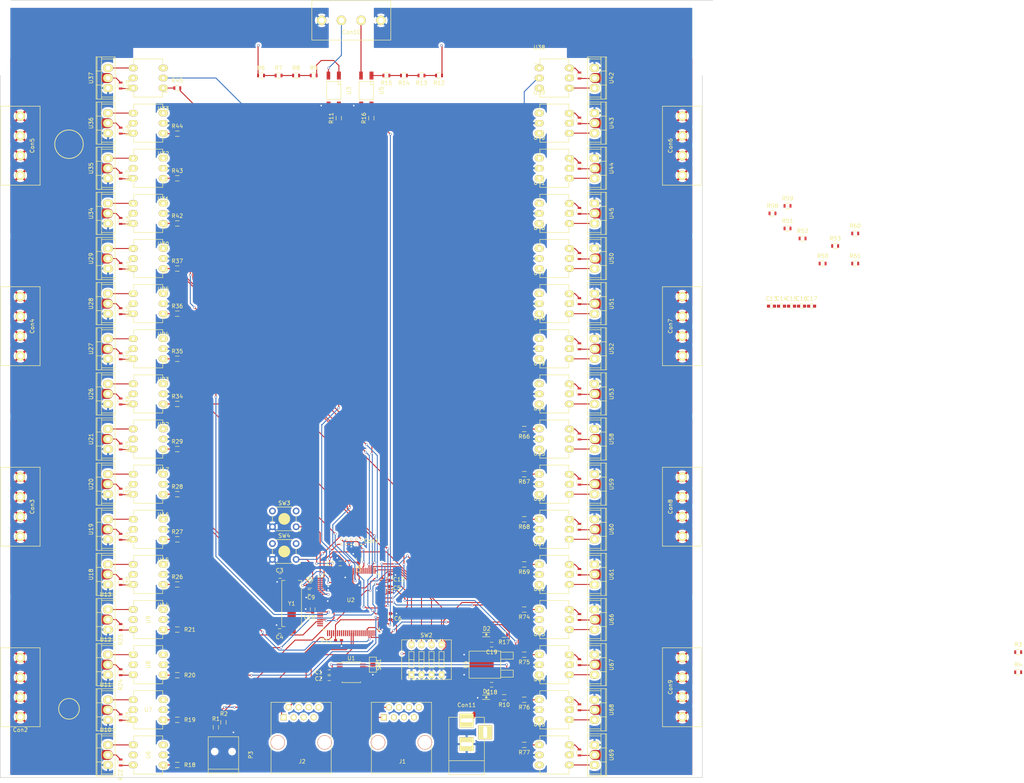
<source format=kicad_pcb>
(kicad_pcb (version 4) (host pcbnew 4.0.1-stable)
  (layers (0 F.Cu signal) (31 B.Cu signal) (34 B.Paste user) (35 F.Paste user) (36 B.SilkS user) (37 F.SilkS user) (38 B.Mask user) (39 F.Mask user) (44 Edge.Cuts user))
  (net 0 "")
  (net 1 +5V)
  (net 2 GND)
  (net 3 "Net-(C3-Pad1)")
  (net 4 "Net-(C4-Pad1)")
  (net 5 +3V3)
  (net 6 /Processor/RESET)
  (net 7 "Net-(Con1-Pad2)")
  (net 8 "Net-(Con1-Pad4)")
  (net 9 "Net-(Con1-Pad6)")
  (net 10 "Net-(Con1-Pad7)")
  (net 11 "Net-(Con1-Pad8)")
  (net 12 /Output1/LiveA)
  (net 13 /Output1/Live1)
  (net 14 /Output1/Live2)
  (net 15 /Output1/Live3)
  (net 16 /Output1/Live4)
  (net 17 /Output1/Live5)
  (net 18 /Output1/Live6)
  (net 19 /Output1/Live7)
  (net 20 /Output1/Live8)
  (net 21 /Output1/Live9)
  (net 22 /Output1/Live10)
  (net 23 /Output1/Live11)
  (net 24 /Output1/Live12)
  (net 25 /Output1/Live13)
  (net 26 /Output1/Live14)
  (net 27 /Output1/Live15)
  (net 28 /Output1/Live16)
  (net 29 /Power2/Live17)
  (net 30 /Power2/Live18)
  (net 31 /Power2/Live19)
  (net 32 /Power2/Live20)
  (net 33 /Power2/Live21)
  (net 34 /Power2/Live22)
  (net 35 /Power2/Live23)
  (net 36 /Power2/Live24)
  (net 37 /Power2/Live25)
  (net 38 /Power2/Live26)
  (net 39 /Power2/Live27)
  (net 40 /Power2/Live28)
  (net 41 /Power2/Live29)
  (net 42 /Power2/Live30)
  (net 43 /Power2/Live31)
  (net 44 /Power2/Live32)
  (net 45 /Power2/LiveB)
  (net 46 "Net-(D1-Pad2)")
  (net 47 "Net-(D2-Pad2)")
  (net 48 "Net-(J1-Pad1)")
  (net 49 "Net-(J1-Pad2)")
  (net 50 "Net-(J1-Pad3)")
  (net 51 "Net-(J1-Pad4)")
  (net 52 "Net-(J1-Pad5)")
  (net 53 "Net-(J1-Pad6)")
  (net 54 "Net-(J1-Pad7)")
  (net 55 "Net-(J1-Pad8)")
  (net 56 "Net-(J2-Pad1)")
  (net 57 "Net-(J2-Pad2)")
  (net 58 "Net-(J2-Pad3)")
  (net 59 "Net-(J2-Pad4)")
  (net 60 "Net-(J2-Pad5)")
  (net 61 "Net-(J2-Pad6)")
  (net 62 "Net-(J2-Pad7)")
  (net 63 "Net-(J2-Pad8)")
  (net 64 "Net-(P3-Pad1)")
  (net 65 "Net-(P3-Pad2)")
  (net 66 "Net-(P3-Pad3)")
  (net 67 "Net-(R1-Pad2)")
  (net 68 "Net-(R2-Pad2)")
  (net 69 "Net-(R4-Pad1)")
  (net 70 /Power/LiveA)
  (net 71 "Net-(R6-Pad2)")
  (net 72 "Net-(R7-Pad2)")
  (net 73 "Net-(R8-Pad2)")
  (net 74 "Net-(R9-Pad2)")
  (net 75 /Power/Zero_crossingA)
  (net 76 /Power/LiveB)
  (net 77 "Net-(R12-Pad2)")
  (net 78 "Net-(R13-Pad2)")
  (net 79 "Net-(R14-Pad2)")
  (net 80 "Net-(R15-Pad2)")
  (net 81 /Power/Zero_crossingB)
  (net 82 "Net-(R18-Pad1)")
  (net 83 /Output1/CH1)
  (net 84 "Net-(R19-Pad1)")
  (net 85 /Output1/CH2)
  (net 86 "Net-(R20-Pad1)")
  (net 87 /Output1/CH3)
  (net 88 "Net-(R21-Pad1)")
  (net 89 /Output1/CH4)
  (net 90 "Net-(R22-Pad2)")
  (net 91 "Net-(R23-Pad2)")
  (net 92 "Net-(R24-Pad2)")
  (net 93 "Net-(R25-Pad2)")
  (net 94 "Net-(R26-Pad1)")
  (net 95 /Output1/CH5)
  (net 96 "Net-(R27-Pad1)")
  (net 97 /Output1/CH6)
  (net 98 "Net-(R28-Pad1)")
  (net 99 /Output1/CH7)
  (net 100 "Net-(R29-Pad1)")
  (net 101 /Output1/CH8)
  (net 102 "Net-(R30-Pad2)")
  (net 103 "Net-(R31-Pad2)")
  (net 104 "Net-(R32-Pad2)")
  (net 105 "Net-(R33-Pad2)")
  (net 106 "Net-(R34-Pad1)")
  (net 107 /Output1/CH9)
  (net 108 "Net-(R35-Pad1)")
  (net 109 /Output1/CH10)
  (net 110 "Net-(R36-Pad1)")
  (net 111 /Output1/CH11)
  (net 112 "Net-(R37-Pad1)")
  (net 113 /Output1/CH12)
  (net 114 "Net-(R38-Pad2)")
  (net 115 "Net-(R39-Pad2)")
  (net 116 "Net-(R40-Pad2)")
  (net 117 "Net-(R41-Pad2)")
  (net 118 "Net-(R42-Pad1)")
  (net 119 /Output1/CH13)
  (net 120 "Net-(R43-Pad1)")
  (net 121 /Output1/CH14)
  (net 122 "Net-(R44-Pad1)")
  (net 123 /Output1/CH15)
  (net 124 "Net-(R45-Pad1)")
  (net 125 /Output1/CH16)
  (net 126 "Net-(R46-Pad2)")
  (net 127 "Net-(R47-Pad2)")
  (net 128 "Net-(R48-Pad2)")
  (net 129 "Net-(R49-Pad2)")
  (net 130 "Net-(R50-Pad1)")
  (net 131 /Power2/CH17)
  (net 132 "Net-(R51-Pad1)")
  (net 133 /Power2/CH18)
  (net 134 "Net-(R52-Pad1)")
  (net 135 /Power2/CH19)
  (net 136 "Net-(R53-Pad1)")
  (net 137 /Processor/CH19)
  (net 138 "Net-(R54-Pad2)")
  (net 139 "Net-(R55-Pad2)")
  (net 140 "Net-(R56-Pad2)")
  (net 141 "Net-(R57-Pad2)")
  (net 142 "Net-(R58-Pad1)")
  (net 143 /Power2/CH21)
  (net 144 "Net-(R59-Pad1)")
  (net 145 /Power2/CH22)
  (net 146 "Net-(R60-Pad1)")
  (net 147 /Power2/CH23)
  (net 148 "Net-(R61-Pad1)")
  (net 149 /Power2/CH24)
  (net 150 "Net-(R62-Pad2)")
  (net 151 "Net-(R63-Pad2)")
  (net 152 "Net-(R64-Pad2)")
  (net 153 "Net-(R65-Pad2)")
  (net 154 "Net-(R66-Pad1)")
  (net 155 /Power2/CH25)
  (net 156 "Net-(R67-Pad1)")
  (net 157 /Power2/CH26)
  (net 158 "Net-(R68-Pad1)")
  (net 159 /Power2/CH27)
  (net 160 "Net-(R69-Pad1)")
  (net 161 /Power2/CH28)
  (net 162 "Net-(R70-Pad2)")
  (net 163 "Net-(R71-Pad2)")
  (net 164 "Net-(R72-Pad2)")
  (net 165 "Net-(R73-Pad2)")
  (net 166 "Net-(R74-Pad1)")
  (net 167 /Power2/CH29)
  (net 168 "Net-(R75-Pad1)")
  (net 169 /Power2/CH30)
  (net 170 "Net-(R76-Pad1)")
  (net 171 /Power2/CH31)
  (net 172 "Net-(R77-Pad1)")
  (net 173 /Power2/CH32)
  (net 174 "Net-(R78-Pad2)")
  (net 175 "Net-(R79-Pad2)")
  (net 176 "Net-(R80-Pad2)")
  (net 177 "Net-(R81-Pad2)")
  (net 178 "Net-(SW1-Pad2)")
  (net 179 "Net-(SW2-Pad8)")
  (net 180 "Net-(SW2-Pad7)")
  (net 181 "Net-(SW2-Pad6)")
  (net 182 "Net-(SW2-Pad5)")
  (net 183 "Net-(SW3-Pad1)")
  (net 184 /Front-End/TX_ENABLE)
  (net 185 /Front-End/RX_ENABLE)
  (net 186 /Front-End/RX)
  (net 187 "Net-(U2-Pad2)")
  (net 188 "Net-(U2-Pad3)")
  (net 189 "Net-(U2-Pad6)")
  (net 190 "Net-(U2-Pad15)")
  (net 191 "Net-(U2-Pad16)")
  (net 192 "Net-(U2-Pad19)")
  (net 193 "Net-(U2-Pad21)")
  (net 194 "Net-(U2-Pad24)")
  (net 195 "Net-(U2-Pad25)")
  (net 196 "Net-(U2-Pad26)")
  (net 197 "Net-(U2-Pad27)")
  (net 198 "Net-(U2-Pad31)")
  (net 199 "Net-(U2-Pad32)")
  (net 200 "Net-(U2-Pad36)")
  (net 201 "Net-(U2-Pad37)")
  (net 202 "Net-(U2-Pad40)")
  (net 203 "Net-(U2-Pad41)")
  (net 204 "Net-(U2-Pad44)")
  (net 205 "Net-(U2-Pad45)")
  (net 206 "Net-(U2-Pad49)")
  (net 207 "Net-(U2-Pad50)")
  (net 208 "Net-(U2-Pad51)")
  (net 209 "Net-(U2-Pad58)")
  (net 210 "Net-(U2-Pad59)")
  (net 211 "Net-(U2-Pad64)")
  (net 212 "Net-(U2-Pad66)")
  (net 213 "Net-(U2-Pad68)")
  (net 214 "Net-(U2-Pad69)")
  (net 215 "Net-(U2-Pad81)")
  (net 216 "Net-(U2-Pad83)")
  (net 217 "Net-(U2-Pad88)")
  (net 218 "Net-(U2-Pad90)")
  (net 219 "Net-(U2-Pad94)")
  (net 220 "Net-(U2-Pad95)")
  (net 221 /Power/NeutralA)
  (net 222 /Power/NeutralB)
  (net 223 "Net-(U6-Pad3)")
  (net 224 "Net-(U6-Pad5)")
  (net 225 "Net-(U7-Pad3)")
  (net 226 "Net-(U7-Pad5)")
  (net 227 "Net-(U8-Pad3)")
  (net 228 "Net-(U8-Pad5)")
  (net 229 "Net-(U9-Pad3)")
  (net 230 "Net-(U9-Pad5)")
  (net 231 "Net-(U14-Pad3)")
  (net 232 "Net-(U14-Pad4)")
  (net 233 "Net-(U14-Pad5)")
  (net 234 "Net-(U15-Pad3)")
  (net 235 "Net-(U15-Pad4)")
  (net 236 "Net-(U15-Pad5)")
  (net 237 "Net-(U16-Pad3)")
  (net 238 "Net-(U16-Pad4)")
  (net 239 "Net-(U16-Pad5)")
  (net 240 "Net-(U17-Pad3)")
  (net 241 "Net-(U17-Pad4)")
  (net 242 "Net-(U17-Pad5)")
  (net 243 "Net-(U22-Pad3)")
  (net 244 "Net-(U22-Pad4)")
  (net 245 "Net-(U22-Pad5)")
  (net 246 "Net-(U23-Pad3)")
  (net 247 "Net-(U23-Pad4)")
  (net 248 "Net-(U23-Pad5)")
  (net 249 "Net-(U24-Pad3)")
  (net 250 "Net-(U24-Pad4)")
  (net 251 "Net-(U24-Pad5)")
  (net 252 "Net-(U25-Pad3)")
  (net 253 "Net-(U25-Pad4)")
  (net 254 "Net-(U25-Pad5)")
  (net 255 "Net-(U30-Pad3)")
  (net 256 "Net-(U30-Pad4)")
  (net 257 "Net-(U30-Pad5)")
  (net 258 "Net-(U31-Pad3)")
  (net 259 "Net-(U31-Pad4)")
  (net 260 "Net-(U31-Pad5)")
  (net 261 "Net-(U32-Pad3)")
  (net 262 "Net-(U32-Pad4)")
  (net 263 "Net-(U32-Pad5)")
  (net 264 "Net-(U33-Pad3)")
  (net 265 "Net-(U33-Pad4)")
  (net 266 "Net-(U33-Pad5)")
  (net 267 "Net-(U38-Pad3)")
  (net 268 "Net-(U38-Pad4)")
  (net 269 "Net-(U38-Pad5)")
  (net 270 "Net-(U39-Pad3)")
  (net 271 "Net-(U39-Pad4)")
  (net 272 "Net-(U39-Pad5)")
  (net 273 "Net-(U40-Pad3)")
  (net 274 "Net-(U40-Pad4)")
  (net 275 "Net-(U40-Pad5)")
  (net 276 "Net-(U41-Pad3)")
  (net 277 "Net-(U41-Pad4)")
  (net 278 "Net-(U41-Pad5)")
  (net 279 "Net-(U46-Pad3)")
  (net 280 "Net-(U46-Pad4)")
  (net 281 "Net-(U46-Pad5)")
  (net 282 "Net-(U47-Pad3)")
  (net 283 "Net-(U47-Pad4)")
  (net 284 "Net-(U47-Pad5)")
  (net 285 "Net-(U48-Pad3)")
  (net 286 "Net-(U48-Pad4)")
  (net 287 "Net-(U48-Pad5)")
  (net 288 "Net-(U49-Pad3)")
  (net 289 "Net-(U49-Pad4)")
  (net 290 "Net-(U49-Pad5)")
  (net 291 "Net-(U54-Pad3)")
  (net 292 "Net-(U54-Pad4)")
  (net 293 "Net-(U54-Pad5)")
  (net 294 "Net-(U55-Pad3)")
  (net 295 "Net-(U55-Pad4)")
  (net 296 "Net-(U55-Pad5)")
  (net 297 "Net-(U56-Pad3)")
  (net 298 "Net-(U56-Pad4)")
  (net 299 "Net-(U56-Pad5)")
  (net 300 "Net-(U57-Pad3)")
  (net 301 "Net-(U57-Pad4)")
  (net 302 "Net-(U57-Pad5)")
  (net 303 "Net-(U62-Pad3)")
  (net 304 "Net-(U62-Pad4)")
  (net 305 "Net-(U62-Pad5)")
  (net 306 "Net-(U63-Pad3)")
  (net 307 "Net-(U63-Pad4)")
  (net 308 "Net-(U63-Pad5)")
  (net 309 "Net-(U64-Pad3)")
  (net 310 "Net-(U64-Pad4)")
  (net 311 "Net-(U64-Pad5)")
  (net 312 "Net-(U65-Pad3)")
  (net 313 "Net-(U65-Pad4)")
  (net 314 "Net-(U65-Pad5)")
  (net 315 "Net-(U10-Pad3)")
  (net 316 "Net-(U11-Pad3)")
  (net 317 "Net-(U12-Pad3)")
  (net 318 "Net-(U13-Pad3)")
  (net 319 "Net-(Con11-Pad3)")
  (module Housings_QFP:LQFP-100_14x14mm_Pitch0.5mm (layer F.Cu) (at 152.4 193.675)
    (fp_text reference U2 (at -0.127 -0.508) (layer F.SilkS))
    (fp_text value LPC11U68JBD100E)
    (pad 1 smd rect (at -7.9 -6) (size 1.5 0.28) (layers F.Cu F.Paste F.Mask) (net 182 "Net-(SW2-Pad5)"))
    (pad 2 smd rect (at -7.9 -5.5) (size 1.5 0.28) (layers F.Cu F.Paste F.Mask) (net 187 "Net-(U2-Pad2)"))
    (pad 3 smd rect (at -7.9 -5) (size 1.5 0.28) (layers F.Cu F.Paste F.Mask) (net 188 "Net-(U2-Pad3)"))
    (pad 4 smd rect (at -7.9 -4.5) (size 1.5 0.28) (layers F.Cu F.Paste F.Mask) (net 135 /Power2/CH19))
    (pad 5 smd rect (at -7.9 -4) (size 1.5 0.28) (layers F.Cu F.Paste F.Mask) (net 2 GND))
    (pad 6 smd rect (at -7.9 -3.5) (size 1.5 0.28) (layers F.Cu F.Paste F.Mask) (net 189 "Net-(U2-Pad6)"))
    (pad 7 smd rect (at -7.9 -3) (size 1.5 0.28) (layers F.Cu F.Paste F.Mask) (net 2 GND))
    (pad 8 smd rect (at -7.9 -2.5) (size 1.5 0.28) (layers F.Cu F.Paste F.Mask) (net 6 /Processor/RESET))
    (pad 9 smd rect (at -7.9 -2) (size 1.5 0.28) (layers F.Cu F.Paste F.Mask) (net 183 "Net-(SW3-Pad1)"))
    (pad 10 smd rect (at -7.9 -1.5) (size 1.5 0.28) (layers F.Cu F.Paste F.Mask) (net 101 /Output1/CH8))
    (pad 11 smd rect (at -7.9 -1) (size 1.5 0.28) (layers F.Cu F.Paste F.Mask) (net 2 GND))
    (pad 12 smd rect (at -7.9 -0.5) (size 1.5 0.28) (layers F.Cu F.Paste F.Mask) (net 3 "Net-(C3-Pad1)"))
    (pad 13 smd rect (at -7.9 0) (size 1.5 0.28) (layers F.Cu F.Paste F.Mask) (net 4 "Net-(C4-Pad1)"))
    (pad 14 smd rect (at -7.9 0.5) (size 1.5 0.28) (layers F.Cu F.Paste F.Mask) (net 5 +3V3))
    (pad 15 smd rect (at -7.9 1) (size 1.5 0.28) (layers F.Cu F.Paste F.Mask) (net 190 "Net-(U2-Pad15)"))
    (pad 16 smd rect (at -7.9 1.5) (size 1.5 0.28) (layers F.Cu F.Paste F.Mask) (net 191 "Net-(U2-Pad16)"))
    (pad 17 smd rect (at -7.9 2) (size 1.5 0.28) (layers F.Cu F.Paste F.Mask) (net 186 /Front-End/RX))
    (pad 18 smd rect (at -7.9 2.5) (size 1.5 0.28) (layers F.Cu F.Paste F.Mask) (net 111 /Output1/CH11))
    (pad 19 smd rect (at -7.9 3) (size 1.5 0.28) (layers F.Cu F.Paste F.Mask) (net 192 "Net-(U2-Pad19)"))
    (pad 20 smd rect (at -7.9 3.5) (size 1.5 0.28) (layers F.Cu F.Paste F.Mask) (net 159 /Power2/CH27))
    (pad 21 smd rect (at -7.9 4) (size 1.5 0.28) (layers F.Cu F.Paste F.Mask) (net 193 "Net-(U2-Pad21)"))
    (pad 22 smd rect (at -7.9 4.5) (size 1.5 0.28) (layers F.Cu F.Paste F.Mask) (net 161 /Power2/CH28))
    (pad 23 smd rect (at -7.9 5) (size 1.5 0.28) (layers F.Cu F.Paste F.Mask) (net 95 /Output1/CH5))
    (pad 24 smd rect (at -7.9 5.5) (size 1.5 0.28) (layers F.Cu F.Paste F.Mask) (net 194 "Net-(U2-Pad24)"))
    (pad 25 smd rect (at -7.9 6) (size 1.5 0.28) (layers F.Cu F.Paste F.Mask) (net 195 "Net-(U2-Pad25)"))
    (pad 26 smd rect (at -6 7.9 90) (size 1.5 0.28) (layers F.Cu F.Paste F.Mask) (net 196 "Net-(U2-Pad26)"))
    (pad 27 smd rect (at -5.5 7.9 90) (size 1.5 0.28) (layers F.Cu F.Paste F.Mask) (net 197 "Net-(U2-Pad27)"))
    (pad 28 smd rect (at -5 7.9 90) (size 1.5 0.28) (layers F.Cu F.Paste F.Mask) (net 85 /Output1/CH2))
    (pad 29 smd rect (at -4.5 7.9 90) (size 1.5 0.28) (layers F.Cu F.Paste F.Mask) (net 143 /Power2/CH21))
    (pad 30 smd rect (at -4 7.9 90) (size 1.5 0.28) (layers F.Cu F.Paste F.Mask) (net 5 +3V3))
    (pad 31 smd rect (at -3.5 7.9 90) (size 1.5 0.28) (layers F.Cu F.Paste F.Mask) (net 198 "Net-(U2-Pad31)"))
    (pad 32 smd rect (at -3 7.9 90) (size 1.5 0.28) (layers F.Cu F.Paste F.Mask) (net 199 "Net-(U2-Pad32)"))
    (pad 33 smd rect (at -2.5 7.9 90) (size 1.5 0.28) (layers F.Cu F.Paste F.Mask) (net 185 /Front-End/RX_ENABLE))
    (pad 34 smd rect (at -2 7.9 90) (size 1.5 0.28) (layers F.Cu F.Paste F.Mask) (net 133 /Power2/CH18))
    (pad 35 smd rect (at -1.5 7.9 90) (size 1.5 0.28) (layers F.Cu F.Paste F.Mask) (net 149 /Power2/CH24))
    (pad 36 smd rect (at -1 7.9 90) (size 1.5 0.28) (layers F.Cu F.Paste F.Mask) (net 200 "Net-(U2-Pad36)"))
    (pad 37 smd rect (at -0.5 7.9 90) (size 1.5 0.28) (layers F.Cu F.Paste F.Mask) (net 201 "Net-(U2-Pad37)"))
    (pad 38 smd rect (at 0 7.9 90) (size 1.5 0.28) (layers F.Cu F.Paste F.Mask) (net 68 "Net-(R2-Pad2)"))
    (pad 39 smd rect (at 0.5 7.9 90) (size 1.5 0.28) (layers F.Cu F.Paste F.Mask) (net 67 "Net-(R1-Pad2)"))
    (pad 40 smd rect (at 1 7.9 90) (size 1.5 0.28) (layers F.Cu F.Paste F.Mask) (net 202 "Net-(U2-Pad40)"))
    (pad 41 smd rect (at 1.5 7.9 90) (size 1.5 0.28) (layers F.Cu F.Paste F.Mask) (net 203 "Net-(U2-Pad41)"))
    (pad 42 smd rect (at 2 7.9 90) (size 1.5 0.28) (layers F.Cu F.Paste F.Mask) (net 155 /Power2/CH25))
    (pad 43 smd rect (at 2.5 7.9 90) (size 1.5 0.28) (layers F.Cu F.Paste F.Mask) (net 137 /Processor/CH19))
    (pad 44 smd rect (at 3 7.9 90) (size 1.5 0.28) (layers F.Cu F.Paste F.Mask) (net 204 "Net-(U2-Pad44)"))
    (pad 45 smd rect (at 3.5 7.9 90) (size 1.5 0.28) (layers F.Cu F.Paste F.Mask) (net 205 "Net-(U2-Pad45)"))
    (pad 46 smd rect (at 4 7.9 90) (size 1.5 0.28) (layers F.Cu F.Paste F.Mask) (net 167 /Power2/CH29))
    (pad 47 smd rect (at 4.5 7.9 90) (size 1.5 0.28) (layers F.Cu F.Paste F.Mask) (net 97 /Output1/CH6))
    (pad 48 smd rect (at 5 7.9 90) (size 1.5 0.28) (layers F.Cu F.Paste F.Mask) (net 173 /Power2/CH32))
    (pad 49 smd rect (at 5.5 7.9 90) (size 1.5 0.28) (layers F.Cu F.Paste F.Mask) (net 206 "Net-(U2-Pad49)"))
    (pad 50 smd rect (at 6 7.9 90) (size 1.5 0.28) (layers F.Cu F.Paste F.Mask) (net 207 "Net-(U2-Pad50)"))
    (pad 51 smd rect (at 7.9 6) (size 1.5 0.28) (layers F.Cu F.Paste F.Mask) (net 208 "Net-(U2-Pad51)"))
    (pad 52 smd rect (at 7.9 5.5) (size 1.5 0.28) (layers F.Cu F.Paste F.Mask) (net 81 /Power/Zero_crossingB))
    (pad 53 smd rect (at 7.9 5) (size 1.5 0.28) (layers F.Cu F.Paste F.Mask) (net 2 GND))
    (pad 54 smd rect (at 7.9 4.5) (size 1.5 0.28) (layers F.Cu F.Paste F.Mask) (net 5 +3V3))
    (pad 55 smd rect (at 7.9 4) (size 1.5 0.28) (layers F.Cu F.Paste F.Mask) (net 87 /Output1/CH3))
    (pad 56 smd rect (at 7.9 3.5) (size 1.5 0.28) (layers F.Cu F.Paste F.Mask) (net 145 /Power2/CH22))
    (pad 57 smd rect (at 7.9 3) (size 1.5 0.28) (layers F.Cu F.Paste F.Mask) (net 75 /Power/Zero_crossingA))
    (pad 58 smd rect (at 7.9 2.5) (size 1.5 0.28) (layers F.Cu F.Paste F.Mask) (net 209 "Net-(U2-Pad58)"))
    (pad 59 smd rect (at 7.9 2) (size 1.5 0.28) (layers F.Cu F.Paste F.Mask) (net 210 "Net-(U2-Pad59)"))
    (pad 60 smd rect (at 7.9 1.5) (size 1.5 0.28) (layers F.Cu F.Paste F.Mask) (net 8 "Net-(Con1-Pad4)"))
    (pad 61 smd rect (at 7.9 1) (size 1.5 0.28) (layers F.Cu F.Paste F.Mask) (net 107 /Output1/CH9))
    (pad 62 smd rect (at 7.9 0.5) (size 1.5 0.28) (layers F.Cu F.Paste F.Mask) (net 184 /Front-End/TX_ENABLE))
    (pad 63 smd rect (at 7.9 0) (size 1.5 0.28) (layers F.Cu F.Paste F.Mask) (net 169 /Power2/CH30))
    (pad 64 smd rect (at 7.9 -0.5) (size 1.5 0.28) (layers F.Cu F.Paste F.Mask) (net 211 "Net-(U2-Pad64)"))
    (pad 65 smd rect (at 7.9 -1) (size 1.5 0.28) (layers F.Cu F.Paste F.Mask) (net 113 /Output1/CH12))
    (pad 66 smd rect (at 7.9 -1.5) (size 1.5 0.28) (layers F.Cu F.Paste F.Mask) (net 212 "Net-(U2-Pad66)"))
    (pad 67 smd rect (at 7.9 -2) (size 1.5 0.28) (layers F.Cu F.Paste F.Mask) (net 171 /Power2/CH31))
    (pad 68 smd rect (at 7.9 -2.5) (size 1.5 0.28) (layers F.Cu F.Paste F.Mask) (net 213 "Net-(U2-Pad68)"))
    (pad 69 smd rect (at 7.9 -3) (size 1.5 0.28) (layers F.Cu F.Paste F.Mask) (net 214 "Net-(U2-Pad69)"))
    (pad 70 smd rect (at 7.9 -3.5) (size 1.5 0.28) (layers F.Cu F.Paste F.Mask) (net 2 GND))
    (pad 71 smd rect (at 7.9 -4) (size 1.5 0.28) (layers F.Cu F.Paste F.Mask) (net 5 +3V3))
    (pad 72 smd rect (at 7.9 -4.5) (size 1.5 0.28) (layers F.Cu F.Paste F.Mask) (net 89 /Output1/CH4))
    (pad 73 smd rect (at 7.9 -5) (size 1.5 0.28) (layers F.Cu F.Paste F.Mask) (net 5 +3V3))
    (pad 74 smd rect (at 7.9 -5.5) (size 1.5 0.28) (layers F.Cu F.Paste F.Mask) (net 2 GND))
    (pad 75 smd rect (at 7.9 -6) (size 1.5 0.28) (layers F.Cu F.Paste F.Mask) (net 179 "Net-(SW2-Pad8)"))
    (pad 76 smd rect (at 6 -7.9 90) (size 1.5 0.28) (layers F.Cu F.Paste F.Mask) (net 180 "Net-(SW2-Pad7)"))
    (pad 77 smd rect (at 5.5 -7.9 90) (size 1.5 0.28) (layers F.Cu F.Paste F.Mask) (net 181 "Net-(SW2-Pad6)"))
    (pad 78 smd rect (at 5 -7.9 90) (size 1.5 0.28) (layers F.Cu F.Paste F.Mask) (net 121 /Output1/CH14))
    (pad 79 smd rect (at 4.5 -7.9 90) (size 1.5 0.28) (layers F.Cu F.Paste F.Mask) (net 123 /Output1/CH15))
    (pad 80 smd rect (at 4 -7.9 90) (size 1.5 0.28) (layers F.Cu F.Paste F.Mask) (net 147 /Power2/CH23))
    (pad 81 smd rect (at 3.5 -7.9 90) (size 1.5 0.28) (layers F.Cu F.Paste F.Mask) (net 215 "Net-(U2-Pad81)"))
    (pad 82 smd rect (at 3 -7.9 90) (size 1.5 0.28) (layers F.Cu F.Paste F.Mask) (net 7 "Net-(Con1-Pad2)"))
    (pad 83 smd rect (at 2.5 -7.9 90) (size 1.5 0.28) (layers F.Cu F.Paste F.Mask) (net 216 "Net-(U2-Pad83)"))
    (pad 84 smd rect (at 2 -7.9 90) (size 1.5 0.28) (layers F.Cu F.Paste F.Mask) (net 5 +3V3))
    (pad 85 smd rect (at 1.5 -7.9 90) (size 1.5 0.28) (layers F.Cu F.Paste F.Mask) (net 2 GND))
    (pad 86 smd rect (at 1 -7.9 90) (size 1.5 0.28) (layers F.Cu F.Paste F.Mask) (net 109 /Output1/CH10))
    (pad 87 smd rect (at 0.5 -7.9 90) (size 1.5 0.28) (layers F.Cu F.Paste F.Mask) (net 125 /Output1/CH16))
    (pad 88 smd rect (at 0 -7.9 90) (size 1.5 0.28) (layers F.Cu F.Paste F.Mask) (net 217 "Net-(U2-Pad88)"))
    (pad 89 smd rect (at -0.5 -7.9 90) (size 1.5 0.28) (layers F.Cu F.Paste F.Mask) (net 119 /Output1/CH13))
    (pad 90 smd rect (at -1 -7.9 90) (size 1.5 0.28) (layers F.Cu F.Paste F.Mask) (net 218 "Net-(U2-Pad90)"))
    (pad 91 smd rect (at -1.5 -7.9 90) (size 1.5 0.28) (layers F.Cu F.Paste F.Mask) (net 2 GND))
    (pad 92 smd rect (at -2 -7.9 90) (size 1.5 0.28) (layers F.Cu F.Paste F.Mask) (net 5 +3V3))
    (pad 93 smd rect (at -2.5 -7.9 90) (size 1.5 0.28) (layers F.Cu F.Paste F.Mask) (net 5 +3V3))
    (pad 94 smd rect (at -3 -7.9 90) (size 1.5 0.28) (layers F.Cu F.Paste F.Mask) (net 219 "Net-(U2-Pad94)"))
    (pad 95 smd rect (at -3.5 -7.9 90) (size 1.5 0.28) (layers F.Cu F.Paste F.Mask) (net 220 "Net-(U2-Pad95)"))
    (pad 96 smd rect (at -4 -7.9 90) (size 1.5 0.28) (layers F.Cu F.Paste F.Mask) (net 131 /Power2/CH17))
    (pad 97 smd rect (at -4.5 -7.9 90) (size 1.5 0.28) (layers F.Cu F.Paste F.Mask) (net 83 /Output1/CH1))
    (pad 98 smd rect (at -5 -7.9 90) (size 1.5 0.28) (layers F.Cu F.Paste F.Mask) (net 99 /Output1/CH7))
    (pad 99 smd rect (at -5.5 -7.9 90) (size 1.5 0.28) (layers F.Cu F.Paste F.Mask) (net 5 +3V3))
    (pad 100 smd rect (at -6 -7.9 90) (size 1.5 0.28) (layers F.Cu F.Paste F.Mask) (net 157 /Power2/CH26))
  )
  (module Opto-Devices:Optocoupler_SMD_HandSoldering_KPC357_LTV35x_PC357_SingleChannel (layer F.Cu) (at 156.21 64.135 270)
    (fp_text reference U5 (at 0 -3.81 270) (layer F.SilkS))
    (fp_text value LTV-354T*)
    (pad 2 smd rect (at -3.79984 1.34874 270) (size 1.99898 0.89916) (layers F.Cu F.Paste F.Mask) (net 222 /Power/NeutralB))
    (pad 1 smd rect (at -3.79984 -1.30048 270) (size 1.99898 1.00076) (layers F.Cu F.Paste F.Mask) (net 80 "Net-(R15-Pad2)"))
    (pad 4 smd rect (at 3.79984 -1.30048 270) (size 1.99898 1.00076) (layers F.Cu F.Paste F.Mask) (net 81 /Power/Zero_crossingB))
    (pad 3 smd rect (at 3.79984 1.30048 270) (size 1.99898 1.00076) (layers F.Cu F.Paste F.Mask) (net 2 GND))
  )
  (module Resistors_SMD:R_0603 (layer F.Cu) (at 93.98 85.725 270)
    (fp_text reference R47 (at 0 -1.9 270) (layer F.SilkS))
    (fp_text value 180R)
    (pad 1 smd rect (at -0.75 0 270) (size 0.5 0.9) (layers F.Cu F.Paste F.Mask) (net 26 /Output1/Live14))
    (pad 2 smd rect (at 0.75 0 270) (size 0.5 0.9) (layers F.Cu F.Paste F.Mask) (net 127 "Net-(R47-Pad2)"))
  )
  (module Power_Integrations:TO-220 (layer F.Cu) (at 90.805 220.98 90)
    (fp_text reference U11 (at 6.35 -0.635 180) (layer F.SilkS))
    (fp_text value BTA20)
    (pad 2 thru_hole oval (at 0 0 90) (size 2.032 2.54) (drill 1.143) (layers *.Cu *.Mask F.SilkS) (net 14 /Output1/Live2))
    (pad 3 thru_hole oval (at 2.54 0 90) (size 2.032 2.54) (drill 1.143) (layers *.Cu *.Mask F.SilkS) (net 316 "Net-(U11-Pad3)"))
    (pad 1 thru_hole oval (at -2.54 0 90) (size 2.032 2.54) (drill 1.143) (layers *.Cu *.Mask F.SilkS) (net 12 /Output1/LiveA))
  )
  (module Housings_DIP:DIP-6_W7.62mm_LongPads (layer F.Cu) (at 104.775 189.23 180)
    (fp_text reference U14 (at 0 -5.22 180) (layer F.SilkS))
    (fp_text value AN-3003)
    (pad 1 thru_hole oval (at 0 0 180) (size 2.3 1.6) (drill 0.8) (layers *.Cu *.Mask F.SilkS) (net 94 "Net-(R26-Pad1)"))
    (pad 2 thru_hole oval (at 0 2.54 180) (size 2.3 1.6) (drill 0.8) (layers *.Cu *.Mask F.SilkS) (net 2 GND))
    (pad 3 thru_hole oval (at 0 5.08 180) (size 2.3 1.6) (drill 0.8) (layers *.Cu *.Mask F.SilkS) (net 231 "Net-(U14-Pad3)"))
    (pad 4 thru_hole oval (at 7.62 5.08 180) (size 2.3 1.6) (drill 0.8) (layers *.Cu *.Mask F.SilkS) (net 232 "Net-(U14-Pad4)"))
    (pad 5 thru_hole oval (at 7.62 2.54 180) (size 2.3 1.6) (drill 0.8) (layers *.Cu *.Mask F.SilkS) (net 233 "Net-(U14-Pad5)"))
    (pad 6 thru_hole oval (at 7.62 0 180) (size 2.3 1.6) (drill 0.8) (layers *.Cu *.Mask F.SilkS) (net 102 "Net-(R30-Pad2)"))
  )
  (module Housings_DIP:DIP-6_W7.62mm_LongPads (layer F.Cu) (at 104.775 234.95 180)
    (fp_text reference U6 (at 3.81 2.54 450) (layer F.SilkS))
    (fp_text value AN-3003)
    (pad 1 thru_hole oval (at 0 0 180) (size 2.3 1.6) (drill 0.8) (layers *.Cu *.Mask F.SilkS) (net 82 "Net-(R18-Pad1)"))
    (pad 2 thru_hole oval (at 0 2.54 180) (size 2.3 1.6) (drill 0.8) (layers *.Cu *.Mask F.SilkS) (net 2 GND))
    (pad 3 thru_hole oval (at 0 5.08 180) (size 2.3 1.6) (drill 0.8) (layers *.Cu *.Mask F.SilkS) (net 223 "Net-(U6-Pad3)"))
    (pad 4 thru_hole oval (at 7.62 5.08 180) (size 2.3 1.6) (drill 0.8) (layers *.Cu *.Mask F.SilkS) (net 315 "Net-(U10-Pad3)"))
    (pad 5 thru_hole oval (at 7.62 2.54 180) (size 2.3 1.6) (drill 0.8) (layers *.Cu *.Mask F.SilkS) (net 224 "Net-(U6-Pad5)"))
    (pad 6 thru_hole oval (at 7.62 0 180) (size 2.3 1.6) (drill 0.8) (layers *.Cu *.Mask F.SilkS) (net 90 "Net-(R22-Pad2)"))
  )
  (module Housings_SSOP:TSSOP-14_4.4x5mm_Pitch0.65mm (layer F.Cu) (at 152.4 211.455)
    (fp_text reference U1 (at 0 -3.55) (layer F.SilkS))
    (fp_text value MAX13450E)
    (pad 1 smd rect (at -2.95 -1.95) (size 1.45 0.45) (layers F.Cu F.Paste F.Mask) (net 184 /Front-End/TX_ENABLE))
    (pad 2 smd rect (at -2.95 -1.3) (size 1.45 0.45) (layers F.Cu F.Paste F.Mask) (net 185 /Front-End/RX_ENABLE))
    (pad 3 smd rect (at -2.95 -0.65) (size 1.45 0.45) (layers F.Cu F.Paste F.Mask) (net 186 /Front-End/RX))
    (pad 4 smd rect (at -2.95 0) (size 1.45 0.45) (layers F.Cu F.Paste F.Mask) (net 1 +5V))
    (pad 5 smd rect (at -2.95 0.65) (size 1.45 0.45) (layers F.Cu F.Paste F.Mask) (net 2 GND))
    (pad 6 smd rect (at -2.95 1.3) (size 1.45 0.45) (layers F.Cu F.Paste F.Mask) (net 1 +5V))
    (pad 7 smd rect (at -2.95 1.95) (size 1.45 0.45) (layers F.Cu F.Paste F.Mask) (net 186 /Front-End/RX))
    (pad 8 smd rect (at 2.95 1.95) (size 1.45 0.45) (layers F.Cu F.Paste F.Mask) (net 49 "Net-(J1-Pad2)"))
    (pad 9 smd rect (at 2.95 1.3) (size 1.45 0.45) (layers F.Cu F.Paste F.Mask) (net 48 "Net-(J1-Pad1)"))
    (pad 10 smd rect (at 2.95 0.65) (size 1.45 0.45) (layers F.Cu F.Paste F.Mask) (net 57 "Net-(J2-Pad2)"))
    (pad 11 smd rect (at 2.95 0) (size 1.45 0.45) (layers F.Cu F.Paste F.Mask) (net 2 GND))
    (pad 12 smd rect (at 2.95 -0.65) (size 1.45 0.45) (layers F.Cu F.Paste F.Mask) (net 56 "Net-(J2-Pad1)"))
    (pad 13 smd rect (at 2.95 -1.3) (size 1.45 0.45) (layers F.Cu F.Paste F.Mask) (net 2 GND))
    (pad 14 smd rect (at 2.95 -1.95) (size 1.45 0.45) (layers F.Cu F.Paste F.Mask) (net 178 "Net-(SW1-Pad2)"))
  )
  (module Capacitors_SMD:C_0603 (layer F.Cu) (at 146.812 211.455 180)
    (fp_text reference C1 (at 2.667 0 180) (layer F.SilkS))
    (fp_text value 0.1uF)
    (pad 1 smd rect (at -0.75 0 180) (size 0.8 0.75) (layers F.Cu F.Paste F.Mask) (net 1 +5V))
    (pad 2 smd rect (at 0.75 0 180) (size 0.8 0.75) (layers F.Cu F.Paste F.Mask) (net 2 GND))
  )
  (module Capacitors_SMD:C_0603 (layer F.Cu) (at 146.812 212.979 180)
    (fp_text reference C2 (at 2.667 -0.127 180) (layer F.SilkS))
    (fp_text value 0.1uF)
    (pad 1 smd rect (at -0.75 0 180) (size 0.8 0.75) (layers F.Cu F.Paste F.Mask) (net 1 +5V))
    (pad 2 smd rect (at 0.75 0 180) (size 0.8 0.75) (layers F.Cu F.Paste F.Mask) (net 2 GND))
  )
  (module Capacitors_SMD:C_0603 (layer F.Cu) (at 134.366 187.071 180)
    (fp_text reference C3 (at 0.127 1.397 180) (layer F.SilkS))
    (fp_text value 18/39pf)
    (pad 1 smd rect (at -0.75 0 180) (size 0.8 0.75) (layers F.Cu F.Paste F.Mask) (net 3 "Net-(C3-Pad1)"))
    (pad 2 smd rect (at 0.75 0 180) (size 0.8 0.75) (layers F.Cu F.Paste F.Mask) (net 2 GND))
  )
  (module Capacitors_SMD:C_0603 (layer F.Cu) (at 134.239 201.041 180)
    (fp_text reference C4 (at 0 -1.524 180) (layer F.SilkS))
    (fp_text value 18/39pf)
    (pad 1 smd rect (at -0.75 0 180) (size 0.8 0.75) (layers F.Cu F.Paste F.Mask) (net 4 "Net-(C4-Pad1)"))
    (pad 2 smd rect (at 0.75 0 180) (size 0.8 0.75) (layers F.Cu F.Paste F.Mask) (net 2 GND))
  )
  (module Capacitors_SMD:C_0603 (layer F.Cu) (at 162.179 190.5 270)
    (fp_text reference C5 (at -0.381 -1.778 360) (layer F.SilkS))
    (fp_text value 0.01u)
    (pad 1 smd rect (at -0.75 0 270) (size 0.8 0.75) (layers F.Cu F.Paste F.Mask) (net 5 +3V3))
    (pad 2 smd rect (at 0.75 0 270) (size 0.8 0.75) (layers F.Cu F.Paste F.Mask) (net 2 GND))
  )
  (module Capacitors_SMD:C_0603 (layer F.Cu) (at 162.306 197.358 90)
    (fp_text reference C6 (at -0.508 1.905 180) (layer F.SilkS))
    (fp_text value 0.01u)
    (pad 1 smd rect (at -0.75 0 90) (size 0.8 0.75) (layers F.Cu F.Paste F.Mask) (net 5 +3V3))
    (pad 2 smd rect (at 0.75 0 90) (size 0.8 0.75) (layers F.Cu F.Paste F.Mask) (net 2 GND))
  )
  (module Capacitors_SMD:C_0603 (layer F.Cu) (at 149.606 183.896 180)
    (fp_text reference C7 (at 2.54 -0.127 180) (layer F.SilkS))
    (fp_text value 0.01u)
    (pad 1 smd rect (at -0.75 0 180) (size 0.8 0.75) (layers F.Cu F.Paste F.Mask) (net 5 +3V3))
    (pad 2 smd rect (at 0.75 0 180) (size 0.8 0.75) (layers F.Cu F.Paste F.Mask) (net 2 GND))
  )
  (module Capacitors_SMD:C_0603 (layer F.Cu) (at 154.305 182.88 90)
    (fp_text reference C8 (at -2.413 0 90) (layer F.SilkS))
    (fp_text value 0.01u)
    (pad 1 smd rect (at -0.75 0 90) (size 0.8 0.75) (layers F.Cu F.Paste F.Mask) (net 5 +3V3))
    (pad 2 smd rect (at 0.75 0 90) (size 0.8 0.75) (layers F.Cu F.Paste F.Mask) (net 2 GND))
  )
  (module Capacitors_SMD:C_0603 (layer F.Cu) (at 141.732 191.135 180)
    (fp_text reference C9 (at -0.508 -1.397 180) (layer F.SilkS))
    (fp_text value 4.7uF)
    (pad 1 smd rect (at -0.75 0 180) (size 0.8 0.75) (layers F.Cu F.Paste F.Mask) (net 6 /Processor/RESET))
    (pad 2 smd rect (at 0.75 0 180) (size 0.8 0.75) (layers F.Cu F.Paste F.Mask) (net 2 GND))
  )
  (module Capacitors_SMD:C_0603 (layer F.Cu) (at 142.621 195.453 270)
    (fp_text reference C10 (at 2.159 0.762 360) (layer F.SilkS))
    (fp_text value 0.01u)
    (pad 1 smd rect (at -0.75 0 270) (size 0.8 0.75) (layers F.Cu F.Paste F.Mask) (net 5 +3V3))
    (pad 2 smd rect (at 0.75 0 270) (size 0.8 0.75) (layers F.Cu F.Paste F.Mask) (net 2 GND))
  )
  (module Capacitors_SMD:C_0603 (layer F.Cu) (at 149.1615 203.454)
    (fp_text reference C11 (at -2.9845 0) (layer F.SilkS))
    (fp_text value 0.01u)
    (pad 1 smd rect (at -0.75 0) (size 0.8 0.75) (layers F.Cu F.Paste F.Mask) (net 5 +3V3))
    (pad 2 smd rect (at 0.75 0) (size 0.8 0.75) (layers F.Cu F.Paste F.Mask) (net 2 GND))
  )
  (module Capacitors_SMD:C_0603 (layer F.Cu) (at 162.179 187.452 90)
    (fp_text reference C12 (at -0.508 2.286 180) (layer F.SilkS))
    (fp_text value 0.1u)
    (pad 1 smd rect (at -0.75 0 90) (size 0.8 0.75) (layers F.Cu F.Paste F.Mask) (net 5 +3V3))
    (pad 2 smd rect (at 0.75 0 90) (size 0.8 0.75) (layers F.Cu F.Paste F.Mask) (net 2 GND))
  )
  (module Capacitors_SMD:C_0603 (layer F.Cu) (at 258.826 118.745)
    (fp_text reference C13 (at 0 -1.9) (layer F.SilkS))
    (fp_text value 0.1u)
    (pad 1 smd rect (at -0.75 0) (size 0.8 0.75) (layers F.Cu F.Paste F.Mask) (net 5 +3V3))
    (pad 2 smd rect (at 0.75 0) (size 0.8 0.75) (layers F.Cu F.Paste F.Mask) (net 2 GND))
  )
  (module Capacitors_SMD:C_0603 (layer F.Cu) (at 261.366 118.745)
    (fp_text reference C14 (at 0 -1.9) (layer F.SilkS))
    (fp_text value 0.1u)
    (pad 1 smd rect (at -0.75 0) (size 0.8 0.75) (layers F.Cu F.Paste F.Mask) (net 5 +3V3))
    (pad 2 smd rect (at 0.75 0) (size 0.8 0.75) (layers F.Cu F.Paste F.Mask) (net 2 GND))
  )
  (module Capacitors_SMD:C_0603 (layer F.Cu) (at 263.906 118.745)
    (fp_text reference C15 (at 0 -1.9) (layer F.SilkS))
    (fp_text value 0.1u)
    (pad 1 smd rect (at -0.75 0) (size 0.8 0.75) (layers F.Cu F.Paste F.Mask) (net 5 +3V3))
    (pad 2 smd rect (at 0.75 0) (size 0.8 0.75) (layers F.Cu F.Paste F.Mask) (net 2 GND))
  )
  (module Capacitors_SMD:C_0603 (layer F.Cu) (at 266.446 118.745)
    (fp_text reference C16 (at 0 -1.9) (layer F.SilkS))
    (fp_text value 0.1u)
    (pad 1 smd rect (at -0.75 0) (size 0.8 0.75) (layers F.Cu F.Paste F.Mask) (net 5 +3V3))
    (pad 2 smd rect (at 0.75 0) (size 0.8 0.75) (layers F.Cu F.Paste F.Mask) (net 2 GND))
  )
  (module Capacitors_SMD:C_0603 (layer F.Cu) (at 268.986 118.745)
    (fp_text reference C17 (at 0 -1.9) (layer F.SilkS))
    (fp_text value 0.1u)
    (pad 1 smd rect (at -0.75 0) (size 0.8 0.75) (layers F.Cu F.Paste F.Mask) (net 5 +3V3))
    (pad 2 smd rect (at 0.75 0) (size 0.8 0.75) (layers F.Cu F.Paste F.Mask) (net 2 GND))
  )
  (module Capacitors_SMD:C_0603 (layer F.Cu) (at 187.96 214.63 180)
    (fp_text reference C18 (at 0 -1.9 180) (layer F.SilkS))
    (fp_text value 10u)
    (pad 1 smd rect (at -0.75 0 180) (size 0.8 0.75) (layers F.Cu F.Paste F.Mask) (net 1 +5V))
    (pad 2 smd rect (at 0.75 0 180) (size 0.8 0.75) (layers F.Cu F.Paste F.Mask) (net 2 GND))
  )
  (module Capacitors_SMD:C_0603 (layer F.Cu) (at 187.96 204.47 180)
    (fp_text reference C19 (at 0 -1.9 180) (layer F.SilkS))
    (fp_text value 10u)
    (pad 1 smd rect (at -0.75 0 180) (size 0.8 0.75) (layers F.Cu F.Paste F.Mask) (net 5 +3V3))
    (pad 2 smd rect (at 0.75 0 180) (size 0.8 0.75) (layers F.Cu F.Paste F.Mask) (net 2 GND))
  )
  (module Components:Cortex-10-SWD (layer F.Cu) (at 152.4 178.435 90)
    (fp_text reference Con1 (at 0.254 5.08 180) (layer F.SilkS))
    (fp_text value Cortex-10-SWD)
    (pad 1 thru_hole circle (at -0.635 -2.54 90) (size 0.5 0.5) (drill 0.25) (layers *.Cu *.Mask F.SilkS) (net 5 +3V3))
    (pad 2 thru_hole circle (at 0.635 -2.54 90) (size 0.5 0.5) (drill 0.25) (layers *.Cu *.Mask F.SilkS) (net 7 "Net-(Con1-Pad2)"))
    (pad 3 thru_hole circle (at -0.635 -1.27 90) (size 0.5 0.5) (drill 0.25) (layers *.Cu *.Mask F.SilkS) (net 2 GND))
    (pad 4 thru_hole circle (at 0.635 -1.27 90) (size 0.5 0.5) (drill 0.25) (layers *.Cu *.Mask F.SilkS) (net 8 "Net-(Con1-Pad4)"))
    (pad 5 thru_hole circle (at -0.635 0 90) (size 0.5 0.5) (drill 0.25) (layers *.Cu *.Mask F.SilkS) (net 2 GND))
    (pad 6 thru_hole circle (at 0.635 0 90) (size 0.5 0.5) (drill 0.25) (layers *.Cu *.Mask F.SilkS) (net 9 "Net-(Con1-Pad6)"))
    (pad 7 thru_hole circle (at -0.635 1.27 90) (size 0.5 0.5) (drill 0.25) (layers *.Cu *.Mask F.SilkS) (net 10 "Net-(Con1-Pad7)"))
    (pad 8 thru_hole circle (at 0.635 1.27 90) (size 0.5 0.5) (drill 0.25) (layers *.Cu *.Mask F.SilkS) (net 11 "Net-(Con1-Pad8)"))
    (pad 9 thru_hole circle (at -0.635 2.54 90) (size 0.5 0.5) (drill 0.25) (layers *.Cu *.Mask F.SilkS) (net 2 GND))
    (pad 10 thru_hole circle (at 0.635 2.54 90) (size 0.5 0.5) (drill 0.25) (layers *.Cu *.Mask F.SilkS) (net 6 /Processor/RESET))
  )
  (module Components:Screw-terminal (layer F.Cu) (at 68.58 215.265 90)
    (fp_text reference Con2 (at -10.795 0 180) (layer F.SilkS))
    (fp_text value Screw-terminal)
    (pad 1 thru_hole circle (at -7.5 0 90) (size 2.4 2.4) (drill 1.4) (layers *.Cu *.Mask F.SilkS) (net 13 /Output1/Live1))
    (pad 2 thru_hole circle (at -2.5 0 90) (size 2.4 2.4) (drill 1.4) (layers *.Cu *.Mask F.SilkS) (net 14 /Output1/Live2))
    (pad 3 thru_hole circle (at 2.5 0 90) (size 2.4 2.4) (drill 1.4) (layers *.Cu *.Mask F.SilkS) (net 15 /Output1/Live3))
    (pad 4 thru_hole circle (at 7.5 0 90) (size 2.4 2.4) (drill 1.4) (layers *.Cu *.Mask F.SilkS) (net 16 /Output1/Live4))
  )
  (module Components:Screw-terminal (layer F.Cu) (at 68.58 169.545 90)
    (fp_text reference Con3 (at 0 3 90) (layer F.SilkS))
    (fp_text value Screw-terminal)
    (pad 1 thru_hole circle (at -7.5 0 90) (size 2.4 2.4) (drill 1.4) (layers *.Cu *.Mask F.SilkS) (net 17 /Output1/Live5))
    (pad 2 thru_hole circle (at -2.5 0 90) (size 2.4 2.4) (drill 1.4) (layers *.Cu *.Mask F.SilkS) (net 18 /Output1/Live6))
    (pad 3 thru_hole circle (at 2.5 0 90) (size 2.4 2.4) (drill 1.4) (layers *.Cu *.Mask F.SilkS) (net 19 /Output1/Live7))
    (pad 4 thru_hole circle (at 7.5 0 90) (size 2.4 2.4) (drill 1.4) (layers *.Cu *.Mask F.SilkS) (net 20 /Output1/Live8))
  )
  (module Components:Screw-terminal (layer F.Cu) (at 68.58 123.825 90)
    (fp_text reference Con4 (at 0 3 90) (layer F.SilkS))
    (fp_text value Screw-terminal)
    (pad 1 thru_hole circle (at -7.5 0 90) (size 2.4 2.4) (drill 1.4) (layers *.Cu *.Mask F.SilkS) (net 21 /Output1/Live9))
    (pad 2 thru_hole circle (at -2.5 0 90) (size 2.4 2.4) (drill 1.4) (layers *.Cu *.Mask F.SilkS) (net 22 /Output1/Live10))
    (pad 3 thru_hole circle (at 2.5 0 90) (size 2.4 2.4) (drill 1.4) (layers *.Cu *.Mask F.SilkS) (net 23 /Output1/Live11))
    (pad 4 thru_hole circle (at 7.5 0 90) (size 2.4 2.4) (drill 1.4) (layers *.Cu *.Mask F.SilkS) (net 24 /Output1/Live12))
  )
  (module Components:Screw-terminal (layer F.Cu) (at 68.58 78.105 90)
    (fp_text reference Con5 (at 0 3 90) (layer F.SilkS))
    (fp_text value Screw-terminal)
    (pad 1 thru_hole circle (at -7.5 0 90) (size 2.4 2.4) (drill 1.4) (layers *.Cu *.Mask F.SilkS) (net 25 /Output1/Live13))
    (pad 2 thru_hole circle (at -2.5 0 90) (size 2.4 2.4) (drill 1.4) (layers *.Cu *.Mask F.SilkS) (net 26 /Output1/Live14))
    (pad 3 thru_hole circle (at 2.5 0 90) (size 2.4 2.4) (drill 1.4) (layers *.Cu *.Mask F.SilkS) (net 27 /Output1/Live15))
    (pad 4 thru_hole circle (at 7.5 0 90) (size 2.4 2.4) (drill 1.4) (layers *.Cu *.Mask F.SilkS) (net 28 /Output1/Live16))
  )
  (module Components:Screw-terminal (layer F.Cu) (at 236.22 78.105 270)
    (fp_text reference Con6 (at 0 3 270) (layer F.SilkS))
    (fp_text value Screw-terminal)
    (pad 1 thru_hole circle (at -7.5 0 270) (size 2.4 2.4) (drill 1.4) (layers *.Cu *.Mask F.SilkS) (net 29 /Power2/Live17))
    (pad 2 thru_hole circle (at -2.5 0 270) (size 2.4 2.4) (drill 1.4) (layers *.Cu *.Mask F.SilkS) (net 30 /Power2/Live18))
    (pad 3 thru_hole circle (at 2.5 0 270) (size 2.4 2.4) (drill 1.4) (layers *.Cu *.Mask F.SilkS) (net 31 /Power2/Live19))
    (pad 4 thru_hole circle (at 7.5 0 270) (size 2.4 2.4) (drill 1.4) (layers *.Cu *.Mask F.SilkS) (net 32 /Power2/Live20))
  )
  (module Components:Screw-terminal (layer F.Cu) (at 236.22 123.825 270)
    (fp_text reference Con7 (at 0 3 270) (layer F.SilkS))
    (fp_text value Screw-terminal)
    (pad 1 thru_hole circle (at -7.5 0 270) (size 2.4 2.4) (drill 1.4) (layers *.Cu *.Mask F.SilkS) (net 33 /Power2/Live21))
    (pad 2 thru_hole circle (at -2.5 0 270) (size 2.4 2.4) (drill 1.4) (layers *.Cu *.Mask F.SilkS) (net 34 /Power2/Live22))
    (pad 3 thru_hole circle (at 2.5 0 270) (size 2.4 2.4) (drill 1.4) (layers *.Cu *.Mask F.SilkS) (net 35 /Power2/Live23))
    (pad 4 thru_hole circle (at 7.5 0 270) (size 2.4 2.4) (drill 1.4) (layers *.Cu *.Mask F.SilkS) (net 36 /Power2/Live24))
  )
  (module Components:Screw-terminal (layer F.Cu) (at 236.22 169.545 270)
    (fp_text reference Con8 (at 0 3 270) (layer F.SilkS))
    (fp_text value Screw-terminal)
    (pad 1 thru_hole circle (at -7.5 0 270) (size 2.4 2.4) (drill 1.4) (layers *.Cu *.Mask F.SilkS) (net 37 /Power2/Live25))
    (pad 2 thru_hole circle (at -2.5 0 270) (size 2.4 2.4) (drill 1.4) (layers *.Cu *.Mask F.SilkS) (net 38 /Power2/Live26))
    (pad 3 thru_hole circle (at 2.5 0 270) (size 2.4 2.4) (drill 1.4) (layers *.Cu *.Mask F.SilkS) (net 39 /Power2/Live27))
    (pad 4 thru_hole circle (at 7.5 0 270) (size 2.4 2.4) (drill 1.4) (layers *.Cu *.Mask F.SilkS) (net 40 /Power2/Live28))
  )
  (module Components:Screw-terminal (layer F.Cu) (at 236.22 215.265 270)
    (fp_text reference Con9 (at 0 3 270) (layer F.SilkS))
    (fp_text value Screw-terminal)
    (pad 1 thru_hole circle (at -7.5 0 270) (size 2.4 2.4) (drill 1.4) (layers *.Cu *.Mask F.SilkS) (net 41 /Power2/Live29))
    (pad 2 thru_hole circle (at -2.5 0 270) (size 2.4 2.4) (drill 1.4) (layers *.Cu *.Mask F.SilkS) (net 42 /Power2/Live30))
    (pad 3 thru_hole circle (at 2.5 0 270) (size 2.4 2.4) (drill 1.4) (layers *.Cu *.Mask F.SilkS) (net 43 /Power2/Live31))
    (pad 4 thru_hole circle (at 7.5 0 270) (size 2.4 2.4) (drill 1.4) (layers *.Cu *.Mask F.SilkS) (net 44 /Power2/Live32))
  )
  (module Components:Screw-terminal (layer F.Cu) (at 152.4 46.355)
    (fp_text reference Con10 (at 0 3) (layer F.SilkS))
    (fp_text value Screw-terminal)
    (pad 1 thru_hole circle (at -7.5 0) (size 2.4 2.4) (drill 1.4) (layers *.Cu *.Mask F.SilkS) (net 12 /Output1/LiveA))
    (pad 2 thru_hole circle (at -2.5 0) (size 2.4 2.4) (drill 1.4) (layers *.Cu *.Mask F.SilkS) (net 221 /Power/NeutralA))
    (pad 3 thru_hole circle (at 2.5 0) (size 2.4 2.4) (drill 1.4) (layers *.Cu *.Mask F.SilkS) (net 222 /Power/NeutralB))
    (pad 4 thru_hole circle (at 7.5 0) (size 2.4 2.4) (drill 1.4) (layers *.Cu *.Mask F.SilkS) (net 45 /Power2/LiveB))
  )
  (module LEDs:LED_0603 (layer F.Cu) (at 186.69 217.805)
    (fp_text reference D1 (at 0 -1.5) (layer F.SilkS))
    (fp_text value LED)
    (pad 2 smd rect (at 0.7493 0 180) (size 0.79756 0.79756) (layers F.Cu F.Paste F.Mask) (net 46 "Net-(D1-Pad2)"))
    (pad 1 smd rect (at -0.7493 0 180) (size 0.79756 0.79756) (layers F.Cu F.Paste F.Mask) (net 2 GND))
  )
  (module LEDs:LED_0603 (layer F.Cu) (at 186.69 201.93)
    (fp_text reference D2 (at 0 -1.5) (layer F.SilkS))
    (fp_text value LED)
    (pad 2 smd rect (at 0.7493 0 180) (size 0.79756 0.79756) (layers F.Cu F.Paste F.Mask) (net 47 "Net-(D2-Pad2)"))
    (pad 1 smd rect (at -0.7493 0 180) (size 0.79756 0.79756) (layers F.Cu F.Paste F.Mask) (net 2 GND))
  )
  (module Connect:RJ45_8 (layer F.Cu) (at 165.1 229.235)
    (fp_text reference J1 (at 0.254 4.826) (layer F.SilkS))
    (fp_text value RJ45)
    (pad Hole np_thru_hole circle (at 5.93852 0) (size 3.64998 3.64998) (drill 3.2512) (layers *.Cu *.SilkS *.Mask))
    (pad Hole np_thru_hole circle (at -5.9309 0) (size 3.64998 3.64998) (drill 3.2512) (layers *.Cu *.SilkS *.Mask))
    (pad 1 thru_hole rect (at -4.445 -6.35) (size 1.50114 1.50114) (drill 0.89916) (layers *.Cu *.Mask F.SilkS) (net 48 "Net-(J1-Pad1)"))
    (pad 2 thru_hole circle (at -3.175 -8.89) (size 1.50114 1.50114) (drill 0.89916) (layers *.Cu *.Mask F.SilkS) (net 49 "Net-(J1-Pad2)"))
    (pad 3 thru_hole circle (at -1.905 -6.35) (size 1.50114 1.50114) (drill 0.89916) (layers *.Cu *.Mask F.SilkS) (net 50 "Net-(J1-Pad3)"))
    (pad 4 thru_hole circle (at -0.635 -8.89) (size 1.50114 1.50114) (drill 0.89916) (layers *.Cu *.Mask F.SilkS) (net 51 "Net-(J1-Pad4)"))
    (pad 5 thru_hole circle (at 0.635 -6.35) (size 1.50114 1.50114) (drill 0.89916) (layers *.Cu *.Mask F.SilkS) (net 52 "Net-(J1-Pad5)"))
    (pad 6 thru_hole circle (at 1.905 -8.89) (size 1.50114 1.50114) (drill 0.89916) (layers *.Cu *.Mask F.SilkS) (net 53 "Net-(J1-Pad6)"))
    (pad 7 thru_hole circle (at 3.175 -6.35) (size 1.50114 1.50114) (drill 0.89916) (layers *.Cu *.Mask F.SilkS) (net 54 "Net-(J1-Pad7)"))
    (pad 8 thru_hole circle (at 4.445 -8.89) (size 1.50114 1.50114) (drill 0.89916) (layers *.Cu *.Mask F.SilkS) (net 55 "Net-(J1-Pad8)"))
  )
  (module Connect:RJ45_8 (layer F.Cu) (at 139.7 229.235)
    (fp_text reference J2 (at 0.254 4.826) (layer F.SilkS))
    (fp_text value RJ45)
    (pad Hole np_thru_hole circle (at 5.93852 0) (size 3.64998 3.64998) (drill 3.2512) (layers *.Cu *.SilkS *.Mask))
    (pad Hole np_thru_hole circle (at -5.9309 0) (size 3.64998 3.64998) (drill 3.2512) (layers *.Cu *.SilkS *.Mask))
    (pad 1 thru_hole rect (at -4.445 -6.35) (size 1.50114 1.50114) (drill 0.89916) (layers *.Cu *.Mask F.SilkS) (net 56 "Net-(J2-Pad1)"))
    (pad 2 thru_hole circle (at -3.175 -8.89) (size 1.50114 1.50114) (drill 0.89916) (layers *.Cu *.Mask F.SilkS) (net 57 "Net-(J2-Pad2)"))
    (pad 3 thru_hole circle (at -1.905 -6.35) (size 1.50114 1.50114) (drill 0.89916) (layers *.Cu *.Mask F.SilkS) (net 58 "Net-(J2-Pad3)"))
    (pad 4 thru_hole circle (at -0.635 -8.89) (size 1.50114 1.50114) (drill 0.89916) (layers *.Cu *.Mask F.SilkS) (net 59 "Net-(J2-Pad4)"))
    (pad 5 thru_hole circle (at 0.635 -6.35) (size 1.50114 1.50114) (drill 0.89916) (layers *.Cu *.Mask F.SilkS) (net 60 "Net-(J2-Pad5)"))
    (pad 6 thru_hole circle (at 1.905 -8.89) (size 1.50114 1.50114) (drill 0.89916) (layers *.Cu *.Mask F.SilkS) (net 61 "Net-(J2-Pad6)"))
    (pad 7 thru_hole circle (at 3.175 -6.35) (size 1.50114 1.50114) (drill 0.89916) (layers *.Cu *.Mask F.SilkS) (net 62 "Net-(J2-Pad7)"))
    (pad 8 thru_hole circle (at 4.445 -8.89) (size 1.50114 1.50114) (drill 0.89916) (layers *.Cu *.Mask F.SilkS) (net 63 "Net-(J2-Pad8)"))
  )
  (module Connect:USB_Mini-B (layer F.Cu) (at 120.015 232.41 90)
    (fp_text reference P3 (at 0 6.90118 90) (layer F.SilkS))
    (fp_text value USB_B)
    (pad 1 smd rect (at 3.44932 -1.6002 90) (size 2.30124 0.50038) (layers F.Cu F.Paste F.Mask) (net 64 "Net-(P3-Pad1)"))
    (pad 2 smd rect (at 3.44932 -0.8001 90) (size 2.30124 0.50038) (layers F.Cu F.Paste F.Mask) (net 65 "Net-(P3-Pad2)"))
    (pad 3 smd rect (at 3.44932 0 90) (size 2.30124 0.50038) (layers F.Cu F.Paste F.Mask) (net 66 "Net-(P3-Pad3)"))
    (pad 4 smd rect (at 3.44932 0.8001 90) (size 2.30124 0.50038) (layers F.Cu F.Paste F.Mask) (net 2 GND))
    (pad 5 smd rect (at 3.44932 1.6002 90) (size 2.30124 0.50038) (layers F.Cu F.Paste F.Mask) (net 2 GND))
    (pad 6 smd rect (at 3.35026 -4.45008 90) (size 2.49936 1.99898) (layers F.Cu F.Paste F.Mask))
    (pad 6 smd rect (at -2.14884 -4.45008 90) (size 2.49936 1.99898) (layers F.Cu F.Paste F.Mask))
    (pad 6 smd rect (at 3.35026 4.45008 90) (size 2.49936 1.99898) (layers F.Cu F.Paste F.Mask))
    (pad 6 smd rect (at -2.14884 4.45008 90) (size 2.49936 1.99898) (layers F.Cu F.Paste F.Mask))
    (pad "" np_thru_hole circle (at 0.8509 -2.19964 90) (size 0.89916 0.89916) (drill 0.89916) (layers *.Cu *.Mask F.SilkS))
    (pad "" np_thru_hole circle (at 0.8509 2.19964 90) (size 0.89916 0.89916) (drill 0.89916) (layers *.Cu *.Mask F.SilkS))
  )
  (module Resistors_SMD:R_0603 (layer F.Cu) (at 118.11 225.425 90)
    (fp_text reference R1 (at 2.159 0 180) (layer F.SilkS))
    (fp_text value 10)
    (pad 1 smd rect (at -0.75 0 90) (size 0.5 0.9) (layers F.Cu F.Paste F.Mask) (net 65 "Net-(P3-Pad2)"))
    (pad 2 smd rect (at 0.75 0 90) (size 0.5 0.9) (layers F.Cu F.Paste F.Mask) (net 67 "Net-(R1-Pad2)"))
  )
  (module Resistors_SMD:R_0603 (layer F.Cu) (at 120.015 224.155 90)
    (fp_text reference R2 (at 2.159 0.127 180) (layer F.SilkS))
    (fp_text value 10)
    (pad 1 smd rect (at -0.75 0 90) (size 0.5 0.9) (layers F.Cu F.Paste F.Mask) (net 66 "Net-(P3-Pad3)"))
    (pad 2 smd rect (at 0.75 0 90) (size 0.5 0.9) (layers F.Cu F.Paste F.Mask) (net 68 "Net-(R2-Pad2)"))
  )
  (module Resistors_SMD:R_0603 (layer F.Cu) (at 321.31 206.375)
    (fp_text reference R3 (at 0 -1.9) (layer F.SilkS))
    (fp_text value 10k)
    (pad 1 smd rect (at -0.75 0) (size 0.5 0.9) (layers F.Cu F.Paste F.Mask) (net 5 +3V3))
    (pad 2 smd rect (at 0.75 0) (size 0.5 0.9) (layers F.Cu F.Paste F.Mask) (net 7 "Net-(Con1-Pad2)"))
  )
  (module Resistors_SMD:R_0603 (layer F.Cu) (at 321.31 211.455)
    (fp_text reference R4 (at 0 -1.9) (layer F.SilkS))
    (fp_text value 10k)
    (pad 1 smd rect (at -0.75 0) (size 0.5 0.9) (layers F.Cu F.Paste F.Mask) (net 69 "Net-(R4-Pad1)"))
    (pad 2 smd rect (at 0.75 0) (size 0.5 0.9) (layers F.Cu F.Paste F.Mask) (net 2 GND))
  )
  (module Resistors_SMD:R_0603 (layer F.Cu) (at 141.859 189.484)
    (fp_text reference R5 (at 0 -1.524) (layer F.SilkS))
    (fp_text value 4K7)
    (pad 1 smd rect (at -0.75 0) (size 0.5 0.9) (layers F.Cu F.Paste F.Mask) (net 5 +3V3))
    (pad 2 smd rect (at 0.75 0) (size 0.5 0.9) (layers F.Cu F.Paste F.Mask) (net 6 /Processor/RESET))
  )
  (module Resistors_SMD:R_0603 (layer F.Cu) (at 129.54 60.325)
    (fp_text reference R6 (at 0 -1.9) (layer F.SilkS))
    (fp_text value 2k2)
    (pad 1 smd rect (at -0.75 0) (size 0.5 0.9) (layers F.Cu F.Paste F.Mask) (net 70 /Power/LiveA))
    (pad 2 smd rect (at 0.75 0) (size 0.5 0.9) (layers F.Cu F.Paste F.Mask) (net 71 "Net-(R6-Pad2)"))
  )
  (module Resistors_SMD:R_0603 (layer F.Cu) (at 133.985 60.325)
    (fp_text reference R7 (at 0 -1.9) (layer F.SilkS))
    (fp_text value 2k2)
    (pad 1 smd rect (at -0.75 0) (size 0.5 0.9) (layers F.Cu F.Paste F.Mask) (net 71 "Net-(R6-Pad2)"))
    (pad 2 smd rect (at 0.75 0) (size 0.5 0.9) (layers F.Cu F.Paste F.Mask) (net 72 "Net-(R7-Pad2)"))
  )
  (module Resistors_SMD:R_0603 (layer F.Cu) (at 138.43 60.325)
    (fp_text reference R8 (at 0 -1.9) (layer F.SilkS))
    (fp_text value 2k2)
    (pad 1 smd rect (at -0.75 0) (size 0.5 0.9) (layers F.Cu F.Paste F.Mask) (net 72 "Net-(R7-Pad2)"))
    (pad 2 smd rect (at 0.75 0) (size 0.5 0.9) (layers F.Cu F.Paste F.Mask) (net 73 "Net-(R8-Pad2)"))
  )
  (module Resistors_SMD:R_0603 (layer F.Cu) (at 142.875 60.325)
    (fp_text reference R9 (at 0 -1.9) (layer F.SilkS))
    (fp_text value 2k2)
    (pad 1 smd rect (at -0.75 0) (size 0.5 0.9) (layers F.Cu F.Paste F.Mask) (net 73 "Net-(R8-Pad2)"))
    (pad 2 smd rect (at 0.75 0) (size 0.5 0.9) (layers F.Cu F.Paste F.Mask) (net 74 "Net-(R9-Pad2)"))
  )
  (module Resistors_SMD:R_0603 (layer F.Cu) (at 191.135 217.805 180)
    (fp_text reference R10 (at 0 -1.9 180) (layer F.SilkS))
    (fp_text value 390)
    (pad 1 smd rect (at -0.75 0 180) (size 0.5 0.9) (layers F.Cu F.Paste F.Mask) (net 1 +5V))
    (pad 2 smd rect (at 0.75 0 180) (size 0.5 0.9) (layers F.Cu F.Paste F.Mask) (net 46 "Net-(D1-Pad2)"))
  )
  (module Resistors_SMD:R_0603 (layer F.Cu) (at 149.225 71.12 90)
    (fp_text reference R11 (at 0 -1.9 90) (layer F.SilkS))
    (fp_text value 1k)
    (pad 1 smd rect (at -0.75 0 90) (size 0.5 0.9) (layers F.Cu F.Paste F.Mask) (net 5 +3V3))
    (pad 2 smd rect (at 0.75 0 90) (size 0.5 0.9) (layers F.Cu F.Paste F.Mask) (net 75 /Power/Zero_crossingA))
  )
  (module Resistors_SMD:R_0603 (layer F.Cu) (at 174.625 60.325 180)
    (fp_text reference R12 (at 0 -1.9 180) (layer F.SilkS))
    (fp_text value 2k2)
    (pad 1 smd rect (at -0.75 0 180) (size 0.5 0.9) (layers F.Cu F.Paste F.Mask) (net 76 /Power/LiveB))
    (pad 2 smd rect (at 0.75 0 180) (size 0.5 0.9) (layers F.Cu F.Paste F.Mask) (net 77 "Net-(R12-Pad2)"))
  )
  (module Resistors_SMD:R_0603 (layer F.Cu) (at 170.18 60.325 180)
    (fp_text reference R13 (at 0 -1.9 180) (layer F.SilkS))
    (fp_text value 2k2)
    (pad 1 smd rect (at -0.75 0 180) (size 0.5 0.9) (layers F.Cu F.Paste F.Mask) (net 77 "Net-(R12-Pad2)"))
    (pad 2 smd rect (at 0.75 0 180) (size 0.5 0.9) (layers F.Cu F.Paste F.Mask) (net 78 "Net-(R13-Pad2)"))
  )
  (module Resistors_SMD:R_0603 (layer F.Cu) (at 165.735 60.325 180)
    (fp_text reference R14 (at 0 -1.9 180) (layer F.SilkS))
    (fp_text value 2k2)
    (pad 1 smd rect (at -0.75 0 180) (size 0.5 0.9) (layers F.Cu F.Paste F.Mask) (net 78 "Net-(R13-Pad2)"))
    (pad 2 smd rect (at 0.75 0 180) (size 0.5 0.9) (layers F.Cu F.Paste F.Mask) (net 79 "Net-(R14-Pad2)"))
  )
  (module Resistors_SMD:R_0603 (layer F.Cu) (at 161.29 60.325 180)
    (fp_text reference R15 (at 0 -1.9 180) (layer F.SilkS))
    (fp_text value 2k2)
    (pad 1 smd rect (at -0.75 0 180) (size 0.5 0.9) (layers F.Cu F.Paste F.Mask) (net 79 "Net-(R14-Pad2)"))
    (pad 2 smd rect (at 0.75 0 180) (size 0.5 0.9) (layers F.Cu F.Paste F.Mask) (net 80 "Net-(R15-Pad2)"))
  )
  (module Resistors_SMD:R_0603 (layer F.Cu) (at 157.48 71.12 90)
    (fp_text reference R16 (at 0 -1.9 90) (layer F.SilkS))
    (fp_text value 1k)
    (pad 1 smd rect (at -0.75 0 90) (size 0.5 0.9) (layers F.Cu F.Paste F.Mask) (net 5 +3V3))
    (pad 2 smd rect (at 0.75 0 90) (size 0.5 0.9) (layers F.Cu F.Paste F.Mask) (net 81 /Power/Zero_crossingB))
  )
  (module Resistors_SMD:R_0603 (layer F.Cu) (at 191.135 201.93 180)
    (fp_text reference R17 (at 0 -1.9 180) (layer F.SilkS))
    (fp_text value 220)
    (pad 1 smd rect (at -0.75 0 180) (size 0.5 0.9) (layers F.Cu F.Paste F.Mask) (net 5 +3V3))
    (pad 2 smd rect (at 0.75 0 180) (size 0.5 0.9) (layers F.Cu F.Paste F.Mask) (net 47 "Net-(D2-Pad2)"))
  )
  (module Resistors_SMD:R_0603 (layer F.Cu) (at 108.331 234.95)
    (fp_text reference R18 (at 3.175 0) (layer F.SilkS))
    (fp_text value 200R)
    (pad 1 smd rect (at -0.75 0) (size 0.5 0.9) (layers F.Cu F.Paste F.Mask) (net 82 "Net-(R18-Pad1)"))
    (pad 2 smd rect (at 0.75 0) (size 0.5 0.9) (layers F.Cu F.Paste F.Mask) (net 83 /Output1/CH1))
  )
  (module Resistors_SMD:R_0603 (layer F.Cu) (at 108.331 223.52)
    (fp_text reference R19 (at 3.175 0) (layer F.SilkS))
    (fp_text value 200R)
    (pad 1 smd rect (at -0.75 0) (size 0.5 0.9) (layers F.Cu F.Paste F.Mask) (net 84 "Net-(R19-Pad1)"))
    (pad 2 smd rect (at 0.75 0) (size 0.5 0.9) (layers F.Cu F.Paste F.Mask) (net 85 /Output1/CH2))
  )
  (module Resistors_SMD:R_0603 (layer F.Cu) (at 108.331 212.217)
    (fp_text reference R20 (at 3.175 0) (layer F.SilkS))
    (fp_text value 200R)
    (pad 1 smd rect (at -0.75 0) (size 0.5 0.9) (layers F.Cu F.Paste F.Mask) (net 86 "Net-(R20-Pad1)"))
    (pad 2 smd rect (at 0.75 0) (size 0.5 0.9) (layers F.Cu F.Paste F.Mask) (net 87 /Output1/CH3))
  )
  (module Resistors_SMD:R_0603 (layer F.Cu) (at 108.331 200.66)
    (fp_text reference R21 (at 3.175 0) (layer F.SilkS))
    (fp_text value 200R)
    (pad 1 smd rect (at -0.75 0) (size 0.5 0.9) (layers F.Cu F.Paste F.Mask) (net 88 "Net-(R21-Pad1)"))
    (pad 2 smd rect (at 0.75 0) (size 0.5 0.9) (layers F.Cu F.Paste F.Mask) (net 89 /Output1/CH4))
  )
  (module Resistors_SMD:R_0603 (layer F.Cu) (at 93.98 234.315 270)
    (fp_text reference R22 (at 3.175 0 270) (layer F.SilkS))
    (fp_text value 180R)
    (pad 1 smd rect (at -0.75 0 270) (size 0.5 0.9) (layers F.Cu F.Paste F.Mask) (net 13 /Output1/Live1))
    (pad 2 smd rect (at 0.75 0 270) (size 0.5 0.9) (layers F.Cu F.Paste F.Mask) (net 90 "Net-(R22-Pad2)"))
  )
  (module Resistors_SMD:R_0603 (layer F.Cu) (at 93.98 222.885 270)
    (fp_text reference R23 (at 0 -1.9 270) (layer F.SilkS))
    (fp_text value 180R)
    (pad 1 smd rect (at -0.75 0 270) (size 0.5 0.9) (layers F.Cu F.Paste F.Mask) (net 14 /Output1/Live2))
    (pad 2 smd rect (at 0.75 0 270) (size 0.5 0.9) (layers F.Cu F.Paste F.Mask) (net 91 "Net-(R23-Pad2)"))
  )
  (module Resistors_SMD:R_0603 (layer F.Cu) (at 93.98 211.455 270)
    (fp_text reference R24 (at 3.175 0 270) (layer F.SilkS))
    (fp_text value 180R)
    (pad 1 smd rect (at -0.75 0 270) (size 0.5 0.9) (layers F.Cu F.Paste F.Mask) (net 15 /Output1/Live3))
    (pad 2 smd rect (at 0.75 0 270) (size 0.5 0.9) (layers F.Cu F.Paste F.Mask) (net 92 "Net-(R24-Pad2)"))
  )
  (module Resistors_SMD:R_0603 (layer F.Cu) (at 93.98 200.025 270)
    (fp_text reference R25 (at 3.175 0 270) (layer F.SilkS))
    (fp_text value 180R)
    (pad 1 smd rect (at -0.75 0 270) (size 0.5 0.9) (layers F.Cu F.Paste F.Mask) (net 16 /Output1/Live4))
    (pad 2 smd rect (at 0.75 0 270) (size 0.5 0.9) (layers F.Cu F.Paste F.Mask) (net 93 "Net-(R25-Pad2)"))
  )
  (module Resistors_SMD:R_0603 (layer F.Cu) (at 108.331 189.23)
    (fp_text reference R26 (at 0 -1.9) (layer F.SilkS))
    (fp_text value 200R)
    (pad 1 smd rect (at -0.75 0) (size 0.5 0.9) (layers F.Cu F.Paste F.Mask) (net 94 "Net-(R26-Pad1)"))
    (pad 2 smd rect (at 0.75 0) (size 0.5 0.9) (layers F.Cu F.Paste F.Mask) (net 95 /Output1/CH5))
  )
  (module Resistors_SMD:R_0603 (layer F.Cu) (at 108.331 177.8)
    (fp_text reference R27 (at 0 -1.9) (layer F.SilkS))
    (fp_text value 200R)
    (pad 1 smd rect (at -0.75 0) (size 0.5 0.9) (layers F.Cu F.Paste F.Mask) (net 96 "Net-(R27-Pad1)"))
    (pad 2 smd rect (at 0.75 0) (size 0.5 0.9) (layers F.Cu F.Paste F.Mask) (net 97 /Output1/CH6))
  )
  (module Resistors_SMD:R_0603 (layer F.Cu) (at 108.331 166.37)
    (fp_text reference R28 (at 0 -1.9) (layer F.SilkS))
    (fp_text value 200R)
    (pad 1 smd rect (at -0.75 0) (size 0.5 0.9) (layers F.Cu F.Paste F.Mask) (net 98 "Net-(R28-Pad1)"))
    (pad 2 smd rect (at 0.75 0) (size 0.5 0.9) (layers F.Cu F.Paste F.Mask) (net 99 /Output1/CH7))
  )
  (module Resistors_SMD:R_0603 (layer F.Cu) (at 108.331 154.94)
    (fp_text reference R29 (at 0 -1.9) (layer F.SilkS))
    (fp_text value 200R)
    (pad 1 smd rect (at -0.75 0) (size 0.5 0.9) (layers F.Cu F.Paste F.Mask) (net 100 "Net-(R29-Pad1)"))
    (pad 2 smd rect (at 0.75 0) (size 0.5 0.9) (layers F.Cu F.Paste F.Mask) (net 101 /Output1/CH8))
  )
  (module Resistors_SMD:R_0603 (layer F.Cu) (at 93.98 188.595 270)
    (fp_text reference R30 (at 0 -1.9 270) (layer F.SilkS))
    (fp_text value 180R)
    (pad 1 smd rect (at -0.75 0 270) (size 0.5 0.9) (layers F.Cu F.Paste F.Mask) (net 17 /Output1/Live5))
    (pad 2 smd rect (at 0.75 0 270) (size 0.5 0.9) (layers F.Cu F.Paste F.Mask) (net 102 "Net-(R30-Pad2)"))
  )
  (module Resistors_SMD:R_0603 (layer F.Cu) (at 93.98 177.165 270)
    (fp_text reference R31 (at 0 -1.9 270) (layer F.SilkS))
    (fp_text value 180R)
    (pad 1 smd rect (at -0.75 0 270) (size 0.5 0.9) (layers F.Cu F.Paste F.Mask) (net 18 /Output1/Live6))
    (pad 2 smd rect (at 0.75 0 270) (size 0.5 0.9) (layers F.Cu F.Paste F.Mask) (net 103 "Net-(R31-Pad2)"))
  )
  (module Resistors_SMD:R_0603 (layer F.Cu) (at 93.98 165.735 270)
    (fp_text reference R32 (at 0 -1.9 270) (layer F.SilkS))
    (fp_text value 180R)
    (pad 1 smd rect (at -0.75 0 270) (size 0.5 0.9) (layers F.Cu F.Paste F.Mask) (net 19 /Output1/Live7))
    (pad 2 smd rect (at 0.75 0 270) (size 0.5 0.9) (layers F.Cu F.Paste F.Mask) (net 104 "Net-(R32-Pad2)"))
  )
  (module Resistors_SMD:R_0603 (layer F.Cu) (at 93.98 154.305 270)
    (fp_text reference R33 (at 0 -1.9 270) (layer F.SilkS))
    (fp_text value 180R)
    (pad 1 smd rect (at -0.75 0 270) (size 0.5 0.9) (layers F.Cu F.Paste F.Mask) (net 20 /Output1/Live8))
    (pad 2 smd rect (at 0.75 0 270) (size 0.5 0.9) (layers F.Cu F.Paste F.Mask) (net 105 "Net-(R33-Pad2)"))
  )
  (module Resistors_SMD:R_0603 (layer F.Cu) (at 108.331 143.51)
    (fp_text reference R34 (at 0 -1.9) (layer F.SilkS))
    (fp_text value 200R)
    (pad 1 smd rect (at -0.75 0) (size 0.5 0.9) (layers F.Cu F.Paste F.Mask) (net 106 "Net-(R34-Pad1)"))
    (pad 2 smd rect (at 0.75 0) (size 0.5 0.9) (layers F.Cu F.Paste F.Mask) (net 107 /Output1/CH9))
  )
  (module Resistors_SMD:R_0603 (layer F.Cu) (at 108.331 132.08)
    (fp_text reference R35 (at 0 -1.9) (layer F.SilkS))
    (fp_text value 200R)
    (pad 1 smd rect (at -0.75 0) (size 0.5 0.9) (layers F.Cu F.Paste F.Mask) (net 108 "Net-(R35-Pad1)"))
    (pad 2 smd rect (at 0.75 0) (size 0.5 0.9) (layers F.Cu F.Paste F.Mask) (net 109 /Output1/CH10))
  )
  (module Resistors_SMD:R_0603 (layer F.Cu) (at 108.331 120.65)
    (fp_text reference R36 (at 0 -1.9) (layer F.SilkS))
    (fp_text value 200R)
    (pad 1 smd rect (at -0.75 0) (size 0.5 0.9) (layers F.Cu F.Paste F.Mask) (net 110 "Net-(R36-Pad1)"))
    (pad 2 smd rect (at 0.75 0) (size 0.5 0.9) (layers F.Cu F.Paste F.Mask) (net 111 /Output1/CH11))
  )
  (module Resistors_SMD:R_0603 (layer F.Cu) (at 108.331 109.22)
    (fp_text reference R37 (at 0 -1.9) (layer F.SilkS))
    (fp_text value 200R)
    (pad 1 smd rect (at -0.75 0) (size 0.5 0.9) (layers F.Cu F.Paste F.Mask) (net 112 "Net-(R37-Pad1)"))
    (pad 2 smd rect (at 0.75 0) (size 0.5 0.9) (layers F.Cu F.Paste F.Mask) (net 113 /Output1/CH12))
  )
  (module Resistors_SMD:R_0603 (layer F.Cu) (at 93.98 142.875 270)
    (fp_text reference R38 (at 0 -1.9 270) (layer F.SilkS))
    (fp_text value 180R)
    (pad 1 smd rect (at -0.75 0 270) (size 0.5 0.9) (layers F.Cu F.Paste F.Mask) (net 21 /Output1/Live9))
    (pad 2 smd rect (at 0.75 0 270) (size 0.5 0.9) (layers F.Cu F.Paste F.Mask) (net 114 "Net-(R38-Pad2)"))
  )
  (module Resistors_SMD:R_0603 (layer F.Cu) (at 93.98 131.445 270)
    (fp_text reference R39 (at 0 -1.9 270) (layer F.SilkS))
    (fp_text value 180R)
    (pad 1 smd rect (at -0.75 0 270) (size 0.5 0.9) (layers F.Cu F.Paste F.Mask) (net 22 /Output1/Live10))
    (pad 2 smd rect (at 0.75 0 270) (size 0.5 0.9) (layers F.Cu F.Paste F.Mask) (net 115 "Net-(R39-Pad2)"))
  )
  (module Resistors_SMD:R_0603 (layer F.Cu) (at 93.98 120.015 270)
    (fp_text reference R40 (at 0 -1.9 270) (layer F.SilkS))
    (fp_text value 180R)
    (pad 1 smd rect (at -0.75 0 270) (size 0.5 0.9) (layers F.Cu F.Paste F.Mask) (net 23 /Output1/Live11))
    (pad 2 smd rect (at 0.75 0 270) (size 0.5 0.9) (layers F.Cu F.Paste F.Mask) (net 116 "Net-(R40-Pad2)"))
  )
  (module Resistors_SMD:R_0603 (layer F.Cu) (at 93.98 108.585 270)
    (fp_text reference R41 (at 0 -1.9 270) (layer F.SilkS))
    (fp_text value 180R)
    (pad 1 smd rect (at -0.75 0 270) (size 0.5 0.9) (layers F.Cu F.Paste F.Mask) (net 24 /Output1/Live12))
    (pad 2 smd rect (at 0.75 0 270) (size 0.5 0.9) (layers F.Cu F.Paste F.Mask) (net 117 "Net-(R41-Pad2)"))
  )
  (module Resistors_SMD:R_0603 (layer F.Cu) (at 108.331 97.79)
    (fp_text reference R42 (at 0 -1.9) (layer F.SilkS))
    (fp_text value 200R)
    (pad 1 smd rect (at -0.75 0) (size 0.5 0.9) (layers F.Cu F.Paste F.Mask) (net 118 "Net-(R42-Pad1)"))
    (pad 2 smd rect (at 0.75 0) (size 0.5 0.9) (layers F.Cu F.Paste F.Mask) (net 119 /Output1/CH13))
  )
  (module Resistors_SMD:R_0603 (layer F.Cu) (at 108.331 86.36)
    (fp_text reference R43 (at 0 -1.9) (layer F.SilkS))
    (fp_text value 200R)
    (pad 1 smd rect (at -0.75 0) (size 0.5 0.9) (layers F.Cu F.Paste F.Mask) (net 120 "Net-(R43-Pad1)"))
    (pad 2 smd rect (at 0.75 0) (size 0.5 0.9) (layers F.Cu F.Paste F.Mask) (net 121 /Output1/CH14))
  )
  (module Resistors_SMD:R_0603 (layer F.Cu) (at 108.331 75.057)
    (fp_text reference R44 (at 0 -1.9) (layer F.SilkS))
    (fp_text value 200R)
    (pad 1 smd rect (at -0.75 0) (size 0.5 0.9) (layers F.Cu F.Paste F.Mask) (net 122 "Net-(R44-Pad1)"))
    (pad 2 smd rect (at 0.75 0) (size 0.5 0.9) (layers F.Cu F.Paste F.Mask) (net 123 /Output1/CH15))
  )
  (module Resistors_SMD:R_0603 (layer F.Cu) (at 108.331 63.5)
    (fp_text reference R45 (at 0 -1.9) (layer F.SilkS))
    (fp_text value 200R)
    (pad 1 smd rect (at -0.75 0) (size 0.5 0.9) (layers F.Cu F.Paste F.Mask) (net 124 "Net-(R45-Pad1)"))
    (pad 2 smd rect (at 0.75 0) (size 0.5 0.9) (layers F.Cu F.Paste F.Mask) (net 125 /Output1/CH16))
  )
  (module Resistors_SMD:R_0603 (layer F.Cu) (at 93.98 97.155 270)
    (fp_text reference R46 (at 0 -1.9 270) (layer F.SilkS))
    (fp_text value 180R)
    (pad 1 smd rect (at -0.75 0 270) (size 0.5 0.9) (layers F.Cu F.Paste F.Mask) (net 25 /Output1/Live13))
    (pad 2 smd rect (at 0.75 0 270) (size 0.5 0.9) (layers F.Cu F.Paste F.Mask) (net 126 "Net-(R46-Pad2)"))
  )
  (module Resistors_SMD:R_0603 (layer F.Cu) (at 93.98 74.295 270)
    (fp_text reference R48 (at 0 -1.9 270) (layer F.SilkS))
    (fp_text value 180R)
    (pad 1 smd rect (at -0.75 0 270) (size 0.5 0.9) (layers F.Cu F.Paste F.Mask) (net 27 /Output1/Live15))
    (pad 2 smd rect (at 0.75 0 270) (size 0.5 0.9) (layers F.Cu F.Paste F.Mask) (net 128 "Net-(R48-Pad2)"))
  )
  (module Resistors_SMD:R_0603 (layer F.Cu) (at 93.98 62.865 270)
    (fp_text reference R49 (at 0 -1.9 270) (layer F.SilkS))
    (fp_text value 180R)
    (pad 1 smd rect (at -0.75 0 270) (size 0.5 0.9) (layers F.Cu F.Paste F.Mask) (net 28 /Output1/Live16))
    (pad 2 smd rect (at 0.75 0 270) (size 0.5 0.9) (layers F.Cu F.Paste F.Mask) (net 129 "Net-(R49-Pad2)"))
  )
  (module Resistors_SMD:R_0603 (layer F.Cu) (at 271.78 107.95)
    (fp_text reference R50 (at 0 -1.9) (layer F.SilkS))
    (fp_text value 200R)
    (pad 1 smd rect (at -0.75 0) (size 0.5 0.9) (layers F.Cu F.Paste F.Mask) (net 130 "Net-(R50-Pad1)"))
    (pad 2 smd rect (at 0.75 0) (size 0.5 0.9) (layers F.Cu F.Paste F.Mask) (net 131 /Power2/CH17))
  )
  (module Resistors_SMD:R_0603 (layer F.Cu) (at 262.89 99.06)
    (fp_text reference R51 (at 0 -1.9) (layer F.SilkS))
    (fp_text value 200R)
    (pad 1 smd rect (at -0.75 0) (size 0.5 0.9) (layers F.Cu F.Paste F.Mask) (net 132 "Net-(R51-Pad1)"))
    (pad 2 smd rect (at 0.75 0) (size 0.5 0.9) (layers F.Cu F.Paste F.Mask) (net 133 /Power2/CH18))
  )
  (module Resistors_SMD:R_0603 (layer F.Cu) (at 266.7 101.6)
    (fp_text reference R52 (at 0 -1.9) (layer F.SilkS))
    (fp_text value 200R)
    (pad 1 smd rect (at -0.75 0) (size 0.5 0.9) (layers F.Cu F.Paste F.Mask) (net 134 "Net-(R52-Pad1)"))
    (pad 2 smd rect (at 0.75 0) (size 0.5 0.9) (layers F.Cu F.Paste F.Mask) (net 135 /Power2/CH19))
  )
  (module Resistors_SMD:R_0603 (layer F.Cu) (at 274.955 103.505)
    (fp_text reference R53 (at 0 -1.9) (layer F.SilkS))
    (fp_text value 200R)
    (pad 1 smd rect (at -0.75 0) (size 0.5 0.9) (layers F.Cu F.Paste F.Mask) (net 136 "Net-(R53-Pad1)"))
    (pad 2 smd rect (at 0.75 0) (size 0.5 0.9) (layers F.Cu F.Paste F.Mask) (net 137 /Processor/CH19))
  )
  (module Resistors_SMD:R_0603 (layer F.Cu) (at 210.185 60.325 90)
    (fp_text reference R54 (at 0 -1.9 90) (layer F.SilkS))
    (fp_text value 180R)
    (pad 1 smd rect (at -0.75 0 90) (size 0.5 0.9) (layers F.Cu F.Paste F.Mask) (net 29 /Power2/Live17))
    (pad 2 smd rect (at 0.75 0 90) (size 0.5 0.9) (layers F.Cu F.Paste F.Mask) (net 138 "Net-(R54-Pad2)"))
  )
  (module Resistors_SMD:R_0603 (layer F.Cu) (at 210.185 71.755 90)
    (fp_text reference R55 (at 0 -1.9 90) (layer F.SilkS))
    (fp_text value 180R)
    (pad 1 smd rect (at -0.75 0 90) (size 0.5 0.9) (layers F.Cu F.Paste F.Mask) (net 30 /Power2/Live18))
    (pad 2 smd rect (at 0.75 0 90) (size 0.5 0.9) (layers F.Cu F.Paste F.Mask) (net 139 "Net-(R55-Pad2)"))
  )
  (module Resistors_SMD:R_0603 (layer F.Cu) (at 210.185 83.185 90)
    (fp_text reference R56 (at 0 -1.9 90) (layer F.SilkS))
    (fp_text value 180R)
    (pad 1 smd rect (at -0.75 0 90) (size 0.5 0.9) (layers F.Cu F.Paste F.Mask) (net 31 /Power2/Live19))
    (pad 2 smd rect (at 0.75 0 90) (size 0.5 0.9) (layers F.Cu F.Paste F.Mask) (net 140 "Net-(R56-Pad2)"))
  )
  (module Resistors_SMD:R_0603 (layer F.Cu) (at 210.185 94.615 90)
    (fp_text reference R57 (at 0 -1.9 90) (layer F.SilkS))
    (fp_text value 180R)
    (pad 1 smd rect (at -0.75 0 90) (size 0.5 0.9) (layers F.Cu F.Paste F.Mask) (net 32 /Power2/Live20))
    (pad 2 smd rect (at 0.75 0 90) (size 0.5 0.9) (layers F.Cu F.Paste F.Mask) (net 141 "Net-(R57-Pad2)"))
  )
  (module Resistors_SMD:R_0603 (layer F.Cu) (at 259.08 95.25)
    (fp_text reference R58 (at 0 -1.9) (layer F.SilkS))
    (fp_text value 200R)
    (pad 1 smd rect (at -0.75 0) (size 0.5 0.9) (layers F.Cu F.Paste F.Mask) (net 142 "Net-(R58-Pad1)"))
    (pad 2 smd rect (at 0.75 0) (size 0.5 0.9) (layers F.Cu F.Paste F.Mask) (net 143 /Power2/CH21))
  )
  (module Resistors_SMD:R_0603 (layer F.Cu) (at 262.89 93.345)
    (fp_text reference R59 (at 0 -1.9) (layer F.SilkS))
    (fp_text value 200R)
    (pad 1 smd rect (at -0.75 0) (size 0.5 0.9) (layers F.Cu F.Paste F.Mask) (net 144 "Net-(R59-Pad1)"))
    (pad 2 smd rect (at 0.75 0) (size 0.5 0.9) (layers F.Cu F.Paste F.Mask) (net 145 /Power2/CH22))
  )
  (module Resistors_SMD:R_0603 (layer F.Cu) (at 280.035 100.33)
    (fp_text reference R60 (at 0 -1.9) (layer F.SilkS))
    (fp_text value 200R)
    (pad 1 smd rect (at -0.75 0) (size 0.5 0.9) (layers F.Cu F.Paste F.Mask) (net 146 "Net-(R60-Pad1)"))
    (pad 2 smd rect (at 0.75 0) (size 0.5 0.9) (layers F.Cu F.Paste F.Mask) (net 147 /Power2/CH23))
  )
  (module Resistors_SMD:R_0603 (layer F.Cu) (at 280.035 107.95)
    (fp_text reference R61 (at 0 -1.9) (layer F.SilkS))
    (fp_text value 200R)
    (pad 1 smd rect (at -0.75 0) (size 0.5 0.9) (layers F.Cu F.Paste F.Mask) (net 148 "Net-(R61-Pad1)"))
    (pad 2 smd rect (at 0.75 0) (size 0.5 0.9) (layers F.Cu F.Paste F.Mask) (net 149 /Power2/CH24))
  )
  (module Resistors_SMD:R_0603 (layer F.Cu) (at 210.185 106.045 90)
    (fp_text reference R62 (at 0 -1.9 90) (layer F.SilkS))
    (fp_text value 180R)
    (pad 1 smd rect (at -0.75 0 90) (size 0.5 0.9) (layers F.Cu F.Paste F.Mask) (net 33 /Power2/Live21))
    (pad 2 smd rect (at 0.75 0 90) (size 0.5 0.9) (layers F.Cu F.Paste F.Mask) (net 150 "Net-(R62-Pad2)"))
  )
  (module Resistors_SMD:R_0603 (layer F.Cu) (at 210.185 117.475 90)
    (fp_text reference R63 (at 0 -1.9 90) (layer F.SilkS))
    (fp_text value 180R)
    (pad 1 smd rect (at -0.75 0 90) (size 0.5 0.9) (layers F.Cu F.Paste F.Mask) (net 34 /Power2/Live22))
    (pad 2 smd rect (at 0.75 0 90) (size 0.5 0.9) (layers F.Cu F.Paste F.Mask) (net 151 "Net-(R63-Pad2)"))
  )
  (module Resistors_SMD:R_0603 (layer F.Cu) (at 210.185 128.905 90)
    (fp_text reference R64 (at 0 -1.9 90) (layer F.SilkS))
    (fp_text value 180R)
    (pad 1 smd rect (at -0.75 0 90) (size 0.5 0.9) (layers F.Cu F.Paste F.Mask) (net 35 /Power2/Live23))
    (pad 2 smd rect (at 0.75 0 90) (size 0.5 0.9) (layers F.Cu F.Paste F.Mask) (net 152 "Net-(R64-Pad2)"))
  )
  (module Resistors_SMD:R_0603 (layer F.Cu) (at 210.185 140.335 90)
    (fp_text reference R65 (at 0 -1.9 90) (layer F.SilkS))
    (fp_text value 180R)
    (pad 1 smd rect (at -0.75 0 90) (size 0.5 0.9) (layers F.Cu F.Paste F.Mask) (net 36 /Power2/Live24))
    (pad 2 smd rect (at 0.75 0 90) (size 0.5 0.9) (layers F.Cu F.Paste F.Mask) (net 153 "Net-(R65-Pad2)"))
  )
  (module Resistors_SMD:R_0603 (layer F.Cu) (at 196.215 149.86 180)
    (fp_text reference R66 (at 0 -1.9 180) (layer F.SilkS))
    (fp_text value 200R)
    (pad 1 smd rect (at -0.75 0 180) (size 0.5 0.9) (layers F.Cu F.Paste F.Mask) (net 154 "Net-(R66-Pad1)"))
    (pad 2 smd rect (at 0.75 0 180) (size 0.5 0.9) (layers F.Cu F.Paste F.Mask) (net 155 /Power2/CH25))
  )
  (module Resistors_SMD:R_0603 (layer F.Cu) (at 196.215 161.29 180)
    (fp_text reference R67 (at 0 -1.9 180) (layer F.SilkS))
    (fp_text value 200R)
    (pad 1 smd rect (at -0.75 0 180) (size 0.5 0.9) (layers F.Cu F.Paste F.Mask) (net 156 "Net-(R67-Pad1)"))
    (pad 2 smd rect (at 0.75 0 180) (size 0.5 0.9) (layers F.Cu F.Paste F.Mask) (net 157 /Power2/CH26))
  )
  (module Resistors_SMD:R_0603 (layer F.Cu) (at 196.215 172.72 180)
    (fp_text reference R68 (at 0 -1.9 180) (layer F.SilkS))
    (fp_text value 200R)
    (pad 1 smd rect (at -0.75 0 180) (size 0.5 0.9) (layers F.Cu F.Paste F.Mask) (net 158 "Net-(R68-Pad1)"))
    (pad 2 smd rect (at 0.75 0 180) (size 0.5 0.9) (layers F.Cu F.Paste F.Mask) (net 159 /Power2/CH27))
  )
  (module Resistors_SMD:R_0603 (layer F.Cu) (at 196.215 184.15 180)
    (fp_text reference R69 (at 0 -1.9 180) (layer F.SilkS))
    (fp_text value 200R)
    (pad 1 smd rect (at -0.75 0 180) (size 0.5 0.9) (layers F.Cu F.Paste F.Mask) (net 160 "Net-(R69-Pad1)"))
    (pad 2 smd rect (at 0.75 0 180) (size 0.5 0.9) (layers F.Cu F.Paste F.Mask) (net 161 /Power2/CH28))
  )
  (module Resistors_SMD:R_0603 (layer F.Cu) (at 210.185 151.765 90)
    (fp_text reference R70 (at 0 -1.9 90) (layer F.SilkS))
    (fp_text value 180R)
    (pad 1 smd rect (at -0.75 0 90) (size 0.5 0.9) (layers F.Cu F.Paste F.Mask) (net 37 /Power2/Live25))
    (pad 2 smd rect (at 0.75 0 90) (size 0.5 0.9) (layers F.Cu F.Paste F.Mask) (net 162 "Net-(R70-Pad2)"))
  )
  (module Resistors_SMD:R_0603 (layer F.Cu) (at 210.185 163.195 90)
    (fp_text reference R71 (at 0 -1.9 90) (layer F.SilkS))
    (fp_text value 180R)
    (pad 1 smd rect (at -0.75 0 90) (size 0.5 0.9) (layers F.Cu F.Paste F.Mask) (net 38 /Power2/Live26))
    (pad 2 smd rect (at 0.75 0 90) (size 0.5 0.9) (layers F.Cu F.Paste F.Mask) (net 163 "Net-(R71-Pad2)"))
  )
  (module Resistors_SMD:R_0603 (layer F.Cu) (at 210.185 174.625 90)
    (fp_text reference R72 (at 0 -1.9 90) (layer F.SilkS))
    (fp_text value 180R)
    (pad 1 smd rect (at -0.75 0 90) (size 0.5 0.9) (layers F.Cu F.Paste F.Mask) (net 39 /Power2/Live27))
    (pad 2 smd rect (at 0.75 0 90) (size 0.5 0.9) (layers F.Cu F.Paste F.Mask) (net 164 "Net-(R72-Pad2)"))
  )
  (module Resistors_SMD:R_0603 (layer F.Cu) (at 210.185 186.055 90)
    (fp_text reference R73 (at 0 -1.9 90) (layer F.SilkS))
    (fp_text value 180R)
    (pad 1 smd rect (at -0.75 0 90) (size 0.5 0.9) (layers F.Cu F.Paste F.Mask) (net 40 /Power2/Live28))
    (pad 2 smd rect (at 0.75 0 90) (size 0.5 0.9) (layers F.Cu F.Paste F.Mask) (net 165 "Net-(R73-Pad2)"))
  )
  (module Resistors_SMD:R_0603 (layer F.Cu) (at 196.215 195.58 180)
    (fp_text reference R74 (at 0 -1.9 180) (layer F.SilkS))
    (fp_text value 200R)
    (pad 1 smd rect (at -0.75 0 180) (size 0.5 0.9) (layers F.Cu F.Paste F.Mask) (net 166 "Net-(R74-Pad1)"))
    (pad 2 smd rect (at 0.75 0 180) (size 0.5 0.9) (layers F.Cu F.Paste F.Mask) (net 167 /Power2/CH29))
  )
  (module Resistors_SMD:R_0603 (layer F.Cu) (at 196.215 207.01 180)
    (fp_text reference R75 (at 0 -1.9 180) (layer F.SilkS))
    (fp_text value 200R)
    (pad 1 smd rect (at -0.75 0 180) (size 0.5 0.9) (layers F.Cu F.Paste F.Mask) (net 168 "Net-(R75-Pad1)"))
    (pad 2 smd rect (at 0.75 0 180) (size 0.5 0.9) (layers F.Cu F.Paste F.Mask) (net 169 /Power2/CH30))
  )
  (module Resistors_SMD:R_0603 (layer F.Cu) (at 196.215 218.44 180)
    (fp_text reference R76 (at 0 -1.9 180) (layer F.SilkS))
    (fp_text value 200R)
    (pad 1 smd rect (at -0.75 0 180) (size 0.5 0.9) (layers F.Cu F.Paste F.Mask) (net 170 "Net-(R76-Pad1)"))
    (pad 2 smd rect (at 0.75 0 180) (size 0.5 0.9) (layers F.Cu F.Paste F.Mask) (net 171 /Power2/CH31))
  )
  (module Resistors_SMD:R_0603 (layer F.Cu) (at 196.215 229.87 180)
    (fp_text reference R77 (at 0 -1.9 180) (layer F.SilkS))
    (fp_text value 200R)
    (pad 1 smd rect (at -0.75 0 180) (size 0.5 0.9) (layers F.Cu F.Paste F.Mask) (net 172 "Net-(R77-Pad1)"))
    (pad 2 smd rect (at 0.75 0 180) (size 0.5 0.9) (layers F.Cu F.Paste F.Mask) (net 173 /Power2/CH32))
  )
  (module Resistors_SMD:R_0603 (layer F.Cu) (at 210.185 197.485 90)
    (fp_text reference R78 (at 0 -1.9 90) (layer F.SilkS))
    (fp_text value 180R)
    (pad 1 smd rect (at -0.75 0 90) (size 0.5 0.9) (layers F.Cu F.Paste F.Mask) (net 41 /Power2/Live29))
    (pad 2 smd rect (at 0.75 0 90) (size 0.5 0.9) (layers F.Cu F.Paste F.Mask) (net 174 "Net-(R78-Pad2)"))
  )
  (module Resistors_SMD:R_0603 (layer F.Cu) (at 210.185 208.915 90)
    (fp_text reference R79 (at 0 -1.9 90) (layer F.SilkS))
    (fp_text value 180R)
    (pad 1 smd rect (at -0.75 0 90) (size 0.5 0.9) (layers F.Cu F.Paste F.Mask) (net 42 /Power2/Live30))
    (pad 2 smd rect (at 0.75 0 90) (size 0.5 0.9) (layers F.Cu F.Paste F.Mask) (net 175 "Net-(R79-Pad2)"))
  )
  (module Resistors_SMD:R_0603 (layer F.Cu) (at 210.185 220.345 90)
    (fp_text reference R80 (at 0 -1.9 90) (layer F.SilkS))
    (fp_text value 180R)
    (pad 1 smd rect (at -0.75 0 90) (size 0.5 0.9) (layers F.Cu F.Paste F.Mask) (net 43 /Power2/Live31))
    (pad 2 smd rect (at 0.75 0 90) (size 0.5 0.9) (layers F.Cu F.Paste F.Mask) (net 176 "Net-(R80-Pad2)"))
  )
  (module Resistors_SMD:R_0603 (layer F.Cu) (at 210.185 231.775 90)
    (fp_text reference R81 (at 0 -1.9 90) (layer F.SilkS))
    (fp_text value 180R)
    (pad 1 smd rect (at -0.75 0 90) (size 0.5 0.9) (layers F.Cu F.Paste F.Mask) (net 44 /Power2/Live32))
    (pad 2 smd rect (at 0.75 0 90) (size 0.5 0.9) (layers F.Cu F.Paste F.Mask) (net 177 "Net-(R81-Pad2)"))
  )
  (module Connect:GS3 (layer F.Cu) (at 157.861 209.55)
    (fp_text reference SW1 (at 1.524 0 90) (layer F.SilkS))
    (fp_text value Switch_SPDT_x2)
    (pad 1 smd rect (at 0 -1.27) (size 1.27 0.9652) (layers F.Cu F.Paste F.Mask) (net 5 +3V3))
    (pad 2 smd rect (at 0 0) (size 1.27 0.9652) (layers F.Cu F.Paste F.Mask) (net 178 "Net-(SW1-Pad2)"))
    (pad 3 smd rect (at 0 1.27) (size 1.27 0.9652) (layers F.Cu F.Paste F.Mask) (net 2 GND))
  )
  (module Buttons_Switches_ThroughHole:SW_DIP_x4_Slide (layer F.Cu) (at 167.64 212.09)
    (fp_text reference SW2 (at 3.79 -10) (layer F.SilkS))
    (fp_text value DIPS_04)
    (pad 1 thru_hole rect (at 0 0) (size 1.524 1.824) (drill 0.762) (layers *.Cu *.Mask F.SilkS) (net 2 GND))
    (pad 8 thru_hole oval (at 0 -7.62) (size 1.524 1.824) (drill 0.762) (layers *.Cu *.Mask F.SilkS) (net 179 "Net-(SW2-Pad8)"))
    (pad 2 thru_hole oval (at 2.54 0) (size 1.524 1.824) (drill 0.762) (layers *.Cu *.Mask F.SilkS) (net 2 GND))
    (pad 7 thru_hole oval (at 2.54 -7.62) (size 1.524 1.824) (drill 0.762) (layers *.Cu *.Mask F.SilkS) (net 180 "Net-(SW2-Pad7)"))
    (pad 3 thru_hole oval (at 5.08 0) (size 1.524 1.824) (drill 0.762) (layers *.Cu *.Mask F.SilkS) (net 2 GND))
    (pad 6 thru_hole oval (at 5.08 -7.62) (size 1.524 1.824) (drill 0.762) (layers *.Cu *.Mask F.SilkS) (net 181 "Net-(SW2-Pad6)"))
    (pad 4 thru_hole oval (at 7.62 0) (size 1.524 1.824) (drill 0.762) (layers *.Cu *.Mask F.SilkS) (net 2 GND))
    (pad 5 thru_hole oval (at 7.62 -7.62) (size 1.524 1.824) (drill 0.762) (layers *.Cu *.Mask F.SilkS) (net 182 "Net-(SW2-Pad5)"))
  )
  (module Buttons_Switches_ThroughHole:SW_TH_Tactile_Omron_B3F-10xx (layer F.Cu) (at 138.43 174.625 180)
    (fp_text reference SW3 (at 3 6 180) (layer F.SilkS))
    (fp_text value SW_PUSH)
    (pad 4 thru_hole circle (at 6 4 180) (size 1.7 1.7) (drill 1) (layers *.Cu *.Mask))
    (pad 3 thru_hole circle (at 0 4 180) (size 1.7 1.7) (drill 1) (layers *.Cu *.Mask))
    (pad 2 thru_hole circle (at 6 0 180) (size 1.7 1.7) (drill 1) (layers *.Cu *.Mask) (net 2 GND))
    (pad 1 thru_hole circle (at 0 0 180) (size 1.7 1.7) (drill 1) (layers *.Cu *.Mask) (net 183 "Net-(SW3-Pad1)"))
  )
  (module Buttons_Switches_ThroughHole:SW_TH_Tactile_Omron_B3F-10xx (layer F.Cu) (at 138.43 182.88 180)
    (fp_text reference SW4 (at 3 6 180) (layer F.SilkS))
    (fp_text value SW_PUSH)
    (pad 4 thru_hole circle (at 6 4 180) (size 1.7 1.7) (drill 1) (layers *.Cu *.Mask))
    (pad 3 thru_hole circle (at 0 4 180) (size 1.7 1.7) (drill 1) (layers *.Cu *.Mask))
    (pad 2 thru_hole circle (at 6 0 180) (size 1.7 1.7) (drill 1) (layers *.Cu *.Mask) (net 2 GND))
    (pad 1 thru_hole circle (at 0 0 180) (size 1.7 1.7) (drill 1) (layers *.Cu *.Mask) (net 6 /Processor/RESET))
  )
  (module Opto-Devices:Optocoupler_SMD_HandSoldering_KPC357_LTV35x_PC357_SingleChannel (layer F.Cu) (at 147.955 64.135 270)
    (fp_text reference U3 (at 0 -3.81 270) (layer F.SilkS))
    (fp_text value LTV-354T*)
    (pad 2 smd rect (at -3.79984 1.34874 270) (size 1.99898 0.89916) (layers F.Cu F.Paste F.Mask) (net 221 /Power/NeutralA))
    (pad 1 smd rect (at -3.79984 -1.30048 270) (size 1.99898 1.00076) (layers F.Cu F.Paste F.Mask) (net 74 "Net-(R9-Pad2)"))
    (pad 4 smd rect (at 3.79984 -1.30048 270) (size 1.99898 1.00076) (layers F.Cu F.Paste F.Mask) (net 75 /Power/Zero_crossingA))
    (pad 3 smd rect (at 3.79984 1.30048 270) (size 1.99898 1.00076) (layers F.Cu F.Paste F.Mask) (net 2 GND))
  )
  (module TO_SOT_Packages_SMD:TO-252-2Lead (layer F.Cu) (at 191.77 209.55 90)
    (fp_text reference U4 (at 0 -10.414 90) (layer F.SilkS))
    (fp_text value 7805n)
    (pad 1 smd rect (at -2.286 0 90) (size 1.651 3.048) (layers F.Cu F.Paste F.Mask) (net 1 +5V))
    (pad 2 smd rect (at 0 -6.35 90) (size 6.096 6.096) (layers F.Cu F.Paste F.Mask) (net 2 GND))
    (pad 3 smd rect (at 2.286 0 90) (size 1.651 3.048) (layers F.Cu F.Paste F.Mask) (net 5 +3V3))
  )
  (module Housings_DIP:DIP-6_W7.62mm_LongPads (layer F.Cu) (at 104.775 223.52 180)
    (fp_text reference U7 (at 3.81 2.54 360) (layer F.SilkS))
    (fp_text value AN-3003)
    (pad 1 thru_hole oval (at 0 0 180) (size 2.3 1.6) (drill 0.8) (layers *.Cu *.Mask F.SilkS) (net 84 "Net-(R19-Pad1)"))
    (pad 2 thru_hole oval (at 0 2.54 180) (size 2.3 1.6) (drill 0.8) (layers *.Cu *.Mask F.SilkS) (net 2 GND))
    (pad 3 thru_hole oval (at 0 5.08 180) (size 2.3 1.6) (drill 0.8) (layers *.Cu *.Mask F.SilkS) (net 225 "Net-(U7-Pad3)"))
    (pad 4 thru_hole oval (at 7.62 5.08 180) (size 2.3 1.6) (drill 0.8) (layers *.Cu *.Mask F.SilkS) (net 316 "Net-(U11-Pad3)"))
    (pad 5 thru_hole oval (at 7.62 2.54 180) (size 2.3 1.6) (drill 0.8) (layers *.Cu *.Mask F.SilkS) (net 226 "Net-(U7-Pad5)"))
    (pad 6 thru_hole oval (at 7.62 0 180) (size 2.3 1.6) (drill 0.8) (layers *.Cu *.Mask F.SilkS) (net 91 "Net-(R23-Pad2)"))
  )
  (module Housings_DIP:DIP-6_W7.62mm_LongPads (layer F.Cu) (at 104.775 212.09 180)
    (fp_text reference U8 (at 3.81 2.54 450) (layer F.SilkS))
    (fp_text value AN-3003)
    (pad 1 thru_hole oval (at 0 0 180) (size 2.3 1.6) (drill 0.8) (layers *.Cu *.Mask F.SilkS) (net 86 "Net-(R20-Pad1)"))
    (pad 2 thru_hole oval (at 0 2.54 180) (size 2.3 1.6) (drill 0.8) (layers *.Cu *.Mask F.SilkS) (net 2 GND))
    (pad 3 thru_hole oval (at 0 5.08 180) (size 2.3 1.6) (drill 0.8) (layers *.Cu *.Mask F.SilkS) (net 227 "Net-(U8-Pad3)"))
    (pad 4 thru_hole oval (at 7.62 5.08 180) (size 2.3 1.6) (drill 0.8) (layers *.Cu *.Mask F.SilkS) (net 317 "Net-(U12-Pad3)"))
    (pad 5 thru_hole oval (at 7.62 2.54 180) (size 2.3 1.6) (drill 0.8) (layers *.Cu *.Mask F.SilkS) (net 228 "Net-(U8-Pad5)"))
    (pad 6 thru_hole oval (at 7.62 0 180) (size 2.3 1.6) (drill 0.8) (layers *.Cu *.Mask F.SilkS) (net 92 "Net-(R24-Pad2)"))
  )
  (module Housings_DIP:DIP-6_W7.62mm_LongPads (layer F.Cu) (at 104.775 200.66 180)
    (fp_text reference U9 (at 3.81 2.54 450) (layer F.SilkS))
    (fp_text value AN-3003)
    (pad 1 thru_hole oval (at 0 0 180) (size 2.3 1.6) (drill 0.8) (layers *.Cu *.Mask F.SilkS) (net 88 "Net-(R21-Pad1)"))
    (pad 2 thru_hole oval (at 0 2.54 180) (size 2.3 1.6) (drill 0.8) (layers *.Cu *.Mask F.SilkS) (net 2 GND))
    (pad 3 thru_hole oval (at 0 5.08 180) (size 2.3 1.6) (drill 0.8) (layers *.Cu *.Mask F.SilkS) (net 229 "Net-(U9-Pad3)"))
    (pad 4 thru_hole oval (at 7.62 5.08 180) (size 2.3 1.6) (drill 0.8) (layers *.Cu *.Mask F.SilkS) (net 318 "Net-(U13-Pad3)"))
    (pad 5 thru_hole oval (at 7.62 2.54 180) (size 2.3 1.6) (drill 0.8) (layers *.Cu *.Mask F.SilkS) (net 230 "Net-(U9-Pad5)"))
    (pad 6 thru_hole oval (at 7.62 0 180) (size 2.3 1.6) (drill 0.8) (layers *.Cu *.Mask F.SilkS) (net 93 "Net-(R25-Pad2)"))
  )
  (module Power_Integrations:TO-220 (layer F.Cu) (at 90.805 232.41 90)
    (fp_text reference U10 (at 6.35 -0.635 180) (layer F.SilkS))
    (fp_text value BTA20)
    (pad 2 thru_hole oval (at 0 0 90) (size 2.032 2.54) (drill 1.143) (layers *.Cu *.Mask F.SilkS) (net 13 /Output1/Live1))
    (pad 3 thru_hole oval (at 2.54 0 90) (size 2.032 2.54) (drill 1.143) (layers *.Cu *.Mask F.SilkS) (net 315 "Net-(U10-Pad3)"))
    (pad 1 thru_hole oval (at -2.54 0 90) (size 2.032 2.54) (drill 1.143) (layers *.Cu *.Mask F.SilkS) (net 12 /Output1/LiveA))
  )
  (module Power_Integrations:TO-220 (layer F.Cu) (at 90.805 209.55 90)
    (fp_text reference U12 (at 6.35 -0.635 180) (layer F.SilkS))
    (fp_text value BTA20)
    (pad 2 thru_hole oval (at 0 0 90) (size 2.032 2.54) (drill 1.143) (layers *.Cu *.Mask F.SilkS) (net 15 /Output1/Live3))
    (pad 3 thru_hole oval (at 2.54 0 90) (size 2.032 2.54) (drill 1.143) (layers *.Cu *.Mask F.SilkS) (net 317 "Net-(U12-Pad3)"))
    (pad 1 thru_hole oval (at -2.54 0 90) (size 2.032 2.54) (drill 1.143) (layers *.Cu *.Mask F.SilkS) (net 12 /Output1/LiveA))
  )
  (module Power_Integrations:TO-220 (layer F.Cu) (at 90.805 198.12 90)
    (fp_text reference U13 (at 6.35 -0.635 180) (layer F.SilkS))
    (fp_text value BTA20)
    (pad 2 thru_hole oval (at 0 0 90) (size 2.032 2.54) (drill 1.143) (layers *.Cu *.Mask F.SilkS) (net 16 /Output1/Live4))
    (pad 3 thru_hole oval (at 2.54 0 90) (size 2.032 2.54) (drill 1.143) (layers *.Cu *.Mask F.SilkS) (net 318 "Net-(U13-Pad3)"))
    (pad 1 thru_hole oval (at -2.54 0 90) (size 2.032 2.54) (drill 1.143) (layers *.Cu *.Mask F.SilkS) (net 12 /Output1/LiveA))
  )
  (module Housings_DIP:DIP-6_W7.62mm_LongPads (layer F.Cu) (at 104.775 177.8 180)
    (fp_text reference U15 (at 0 -5.22 180) (layer F.SilkS))
    (fp_text value AN-3003)
    (pad 1 thru_hole oval (at 0 0 180) (size 2.3 1.6) (drill 0.8) (layers *.Cu *.Mask F.SilkS) (net 96 "Net-(R27-Pad1)"))
    (pad 2 thru_hole oval (at 0 2.54 180) (size 2.3 1.6) (drill 0.8) (layers *.Cu *.Mask F.SilkS) (net 2 GND))
    (pad 3 thru_hole oval (at 0 5.08 180) (size 2.3 1.6) (drill 0.8) (layers *.Cu *.Mask F.SilkS) (net 234 "Net-(U15-Pad3)"))
    (pad 4 thru_hole oval (at 7.62 5.08 180) (size 2.3 1.6) (drill 0.8) (layers *.Cu *.Mask F.SilkS) (net 235 "Net-(U15-Pad4)"))
    (pad 5 thru_hole oval (at 7.62 2.54 180) (size 2.3 1.6) (drill 0.8) (layers *.Cu *.Mask F.SilkS) (net 236 "Net-(U15-Pad5)"))
    (pad 6 thru_hole oval (at 7.62 0 180) (size 2.3 1.6) (drill 0.8) (layers *.Cu *.Mask F.SilkS) (net 103 "Net-(R31-Pad2)"))
  )
  (module Housings_DIP:DIP-6_W7.62mm_LongPads (layer F.Cu) (at 104.775 166.37 180)
    (fp_text reference U16 (at 0 -5.22 180) (layer F.SilkS))
    (fp_text value AN-3003)
    (pad 1 thru_hole oval (at 0 0 180) (size 2.3 1.6) (drill 0.8) (layers *.Cu *.Mask F.SilkS) (net 98 "Net-(R28-Pad1)"))
    (pad 2 thru_hole oval (at 0 2.54 180) (size 2.3 1.6) (drill 0.8) (layers *.Cu *.Mask F.SilkS) (net 2 GND))
    (pad 3 thru_hole oval (at 0 5.08 180) (size 2.3 1.6) (drill 0.8) (layers *.Cu *.Mask F.SilkS) (net 237 "Net-(U16-Pad3)"))
    (pad 4 thru_hole oval (at 7.62 5.08 180) (size 2.3 1.6) (drill 0.8) (layers *.Cu *.Mask F.SilkS) (net 238 "Net-(U16-Pad4)"))
    (pad 5 thru_hole oval (at 7.62 2.54 180) (size 2.3 1.6) (drill 0.8) (layers *.Cu *.Mask F.SilkS) (net 239 "Net-(U16-Pad5)"))
    (pad 6 thru_hole oval (at 7.62 0 180) (size 2.3 1.6) (drill 0.8) (layers *.Cu *.Mask F.SilkS) (net 104 "Net-(R32-Pad2)"))
  )
  (module Housings_DIP:DIP-6_W7.62mm_LongPads (layer F.Cu) (at 104.775 154.94 180)
    (fp_text reference U17 (at 0 -5.22 180) (layer F.SilkS))
    (fp_text value AN-3003)
    (pad 1 thru_hole oval (at 0 0 180) (size 2.3 1.6) (drill 0.8) (layers *.Cu *.Mask F.SilkS) (net 100 "Net-(R29-Pad1)"))
    (pad 2 thru_hole oval (at 0 2.54 180) (size 2.3 1.6) (drill 0.8) (layers *.Cu *.Mask F.SilkS) (net 2 GND))
    (pad 3 thru_hole oval (at 0 5.08 180) (size 2.3 1.6) (drill 0.8) (layers *.Cu *.Mask F.SilkS) (net 240 "Net-(U17-Pad3)"))
    (pad 4 thru_hole oval (at 7.62 5.08 180) (size 2.3 1.6) (drill 0.8) (layers *.Cu *.Mask F.SilkS) (net 241 "Net-(U17-Pad4)"))
    (pad 5 thru_hole oval (at 7.62 2.54 180) (size 2.3 1.6) (drill 0.8) (layers *.Cu *.Mask F.SilkS) (net 242 "Net-(U17-Pad5)"))
    (pad 6 thru_hole oval (at 7.62 0 180) (size 2.3 1.6) (drill 0.8) (layers *.Cu *.Mask F.SilkS) (net 105 "Net-(R33-Pad2)"))
  )
  (module Power_Integrations:TO-220 (layer F.Cu) (at 90.805 186.69 90)
    (fp_text reference U18 (at 0 -4.318 90) (layer F.SilkS))
    (fp_text value BTA20)
    (pad 2 thru_hole oval (at 0 0 90) (size 2.032 2.54) (drill 1.143) (layers *.Cu *.Mask F.SilkS) (net 17 /Output1/Live5))
    (pad 3 thru_hole oval (at 2.54 0 90) (size 2.032 2.54) (drill 1.143) (layers *.Cu *.Mask F.SilkS) (net 232 "Net-(U14-Pad4)"))
    (pad 1 thru_hole oval (at -2.54 0 90) (size 2.032 2.54) (drill 1.143) (layers *.Cu *.Mask F.SilkS) (net 12 /Output1/LiveA))
  )
  (module Power_Integrations:TO-220 (layer F.Cu) (at 90.805 175.26 90)
    (fp_text reference U19 (at 0 -4.318 90) (layer F.SilkS))
    (fp_text value BTA20)
    (pad 2 thru_hole oval (at 0 0 90) (size 2.032 2.54) (drill 1.143) (layers *.Cu *.Mask F.SilkS) (net 18 /Output1/Live6))
    (pad 3 thru_hole oval (at 2.54 0 90) (size 2.032 2.54) (drill 1.143) (layers *.Cu *.Mask F.SilkS) (net 235 "Net-(U15-Pad4)"))
    (pad 1 thru_hole oval (at -2.54 0 90) (size 2.032 2.54) (drill 1.143) (layers *.Cu *.Mask F.SilkS) (net 12 /Output1/LiveA))
  )
  (module Power_Integrations:TO-220 (layer F.Cu) (at 90.805 163.83 90)
    (fp_text reference U20 (at 0 -4.318 90) (layer F.SilkS))
    (fp_text value BTA20)
    (pad 2 thru_hole oval (at 0 0 90) (size 2.032 2.54) (drill 1.143) (layers *.Cu *.Mask F.SilkS) (net 19 /Output1/Live7))
    (pad 3 thru_hole oval (at 2.54 0 90) (size 2.032 2.54) (drill 1.143) (layers *.Cu *.Mask F.SilkS) (net 238 "Net-(U16-Pad4)"))
    (pad 1 thru_hole oval (at -2.54 0 90) (size 2.032 2.54) (drill 1.143) (layers *.Cu *.Mask F.SilkS) (net 12 /Output1/LiveA))
  )
  (module Power_Integrations:TO-220 (layer F.Cu) (at 90.805 152.4 90)
    (fp_text reference U21 (at 0 -4.318 90) (layer F.SilkS))
    (fp_text value BTA20)
    (pad 2 thru_hole oval (at 0 0 90) (size 2.032 2.54) (drill 1.143) (layers *.Cu *.Mask F.SilkS) (net 20 /Output1/Live8))
    (pad 3 thru_hole oval (at 2.54 0 90) (size 2.032 2.54) (drill 1.143) (layers *.Cu *.Mask F.SilkS) (net 241 "Net-(U17-Pad4)"))
    (pad 1 thru_hole oval (at -2.54 0 90) (size 2.032 2.54) (drill 1.143) (layers *.Cu *.Mask F.SilkS) (net 12 /Output1/LiveA))
  )
  (module Housings_DIP:DIP-6_W7.62mm_LongPads (layer F.Cu) (at 104.775 143.51 180)
    (fp_text reference U22 (at 0 -5.22 180) (layer F.SilkS))
    (fp_text value AN-3003)
    (pad 1 thru_hole oval (at 0 0 180) (size 2.3 1.6) (drill 0.8) (layers *.Cu *.Mask F.SilkS) (net 106 "Net-(R34-Pad1)"))
    (pad 2 thru_hole oval (at 0 2.54 180) (size 2.3 1.6) (drill 0.8) (layers *.Cu *.Mask F.SilkS) (net 2 GND))
    (pad 3 thru_hole oval (at 0 5.08 180) (size 2.3 1.6) (drill 0.8) (layers *.Cu *.Mask F.SilkS) (net 243 "Net-(U22-Pad3)"))
    (pad 4 thru_hole oval (at 7.62 5.08 180) (size 2.3 1.6) (drill 0.8) (layers *.Cu *.Mask F.SilkS) (net 244 "Net-(U22-Pad4)"))
    (pad 5 thru_hole oval (at 7.62 2.54 180) (size 2.3 1.6) (drill 0.8) (layers *.Cu *.Mask F.SilkS) (net 245 "Net-(U22-Pad5)"))
    (pad 6 thru_hole oval (at 7.62 0 180) (size 2.3 1.6) (drill 0.8) (layers *.Cu *.Mask F.SilkS) (net 114 "Net-(R38-Pad2)"))
  )
  (module Housings_DIP:DIP-6_W7.62mm_LongPads (layer F.Cu) (at 104.775 132.08 180)
    (fp_text reference U23 (at 0 -5.22 180) (layer F.SilkS))
    (fp_text value AN-3003)
    (pad 1 thru_hole oval (at 0 0 180) (size 2.3 1.6) (drill 0.8) (layers *.Cu *.Mask F.SilkS) (net 108 "Net-(R35-Pad1)"))
    (pad 2 thru_hole oval (at 0 2.54 180) (size 2.3 1.6) (drill 0.8) (layers *.Cu *.Mask F.SilkS) (net 2 GND))
    (pad 3 thru_hole oval (at 0 5.08 180) (size 2.3 1.6) (drill 0.8) (layers *.Cu *.Mask F.SilkS) (net 246 "Net-(U23-Pad3)"))
    (pad 4 thru_hole oval (at 7.62 5.08 180) (size 2.3 1.6) (drill 0.8) (layers *.Cu *.Mask F.SilkS) (net 247 "Net-(U23-Pad4)"))
    (pad 5 thru_hole oval (at 7.62 2.54 180) (size 2.3 1.6) (drill 0.8) (layers *.Cu *.Mask F.SilkS) (net 248 "Net-(U23-Pad5)"))
    (pad 6 thru_hole oval (at 7.62 0 180) (size 2.3 1.6) (drill 0.8) (layers *.Cu *.Mask F.SilkS) (net 115 "Net-(R39-Pad2)"))
  )
  (module Housings_DIP:DIP-6_W7.62mm_LongPads (layer F.Cu) (at 104.775 120.65 180)
    (fp_text reference U24 (at 0 -5.22 180) (layer F.SilkS))
    (fp_text value AN-3003)
    (pad 1 thru_hole oval (at 0 0 180) (size 2.3 1.6) (drill 0.8) (layers *.Cu *.Mask F.SilkS) (net 110 "Net-(R36-Pad1)"))
    (pad 2 thru_hole oval (at 0 2.54 180) (size 2.3 1.6) (drill 0.8) (layers *.Cu *.Mask F.SilkS) (net 2 GND))
    (pad 3 thru_hole oval (at 0 5.08 180) (size 2.3 1.6) (drill 0.8) (layers *.Cu *.Mask F.SilkS) (net 249 "Net-(U24-Pad3)"))
    (pad 4 thru_hole oval (at 7.62 5.08 180) (size 2.3 1.6) (drill 0.8) (layers *.Cu *.Mask F.SilkS) (net 250 "Net-(U24-Pad4)"))
    (pad 5 thru_hole oval (at 7.62 2.54 180) (size 2.3 1.6) (drill 0.8) (layers *.Cu *.Mask F.SilkS) (net 251 "Net-(U24-Pad5)"))
    (pad 6 thru_hole oval (at 7.62 0 180) (size 2.3 1.6) (drill 0.8) (layers *.Cu *.Mask F.SilkS) (net 116 "Net-(R40-Pad2)"))
  )
  (module Housings_DIP:DIP-6_W7.62mm_LongPads (layer F.Cu) (at 104.775 109.22 180)
    (fp_text reference U25 (at 0 -5.22 180) (layer F.SilkS))
    (fp_text value AN-3003)
    (pad 1 thru_hole oval (at 0 0 180) (size 2.3 1.6) (drill 0.8) (layers *.Cu *.Mask F.SilkS) (net 112 "Net-(R37-Pad1)"))
    (pad 2 thru_hole oval (at 0 2.54 180) (size 2.3 1.6) (drill 0.8) (layers *.Cu *.Mask F.SilkS) (net 2 GND))
    (pad 3 thru_hole oval (at 0 5.08 180) (size 2.3 1.6) (drill 0.8) (layers *.Cu *.Mask F.SilkS) (net 252 "Net-(U25-Pad3)"))
    (pad 4 thru_hole oval (at 7.62 5.08 180) (size 2.3 1.6) (drill 0.8) (layers *.Cu *.Mask F.SilkS) (net 253 "Net-(U25-Pad4)"))
    (pad 5 thru_hole oval (at 7.62 2.54 180) (size 2.3 1.6) (drill 0.8) (layers *.Cu *.Mask F.SilkS) (net 254 "Net-(U25-Pad5)"))
    (pad 6 thru_hole oval (at 7.62 0 180) (size 2.3 1.6) (drill 0.8) (layers *.Cu *.Mask F.SilkS) (net 117 "Net-(R41-Pad2)"))
  )
  (module Power_Integrations:TO-220 (layer F.Cu) (at 90.805 140.97 90)
    (fp_text reference U26 (at 0 -4.318 90) (layer F.SilkS))
    (fp_text value BTA20)
    (pad 2 thru_hole oval (at 0 0 90) (size 2.032 2.54) (drill 1.143) (layers *.Cu *.Mask F.SilkS) (net 21 /Output1/Live9))
    (pad 3 thru_hole oval (at 2.54 0 90) (size 2.032 2.54) (drill 1.143) (layers *.Cu *.Mask F.SilkS) (net 244 "Net-(U22-Pad4)"))
    (pad 1 thru_hole oval (at -2.54 0 90) (size 2.032 2.54) (drill 1.143) (layers *.Cu *.Mask F.SilkS) (net 12 /Output1/LiveA))
  )
  (module Power_Integrations:TO-220 (layer F.Cu) (at 90.805 129.54 90)
    (fp_text reference U27 (at 0 -4.318 90) (layer F.SilkS))
    (fp_text value BTA20)
    (pad 2 thru_hole oval (at 0 0 90) (size 2.032 2.54) (drill 1.143) (layers *.Cu *.Mask F.SilkS) (net 22 /Output1/Live10))
    (pad 3 thru_hole oval (at 2.54 0 90) (size 2.032 2.54) (drill 1.143) (layers *.Cu *.Mask F.SilkS) (net 247 "Net-(U23-Pad4)"))
    (pad 1 thru_hole oval (at -2.54 0 90) (size 2.032 2.54) (drill 1.143) (layers *.Cu *.Mask F.SilkS) (net 12 /Output1/LiveA))
  )
  (module Power_Integrations:TO-220 (layer F.Cu) (at 90.805 118.11 90)
    (fp_text reference U28 (at 0 -4.318 90) (layer F.SilkS))
    (fp_text value BTA20)
    (pad 2 thru_hole oval (at 0 0 90) (size 2.032 2.54) (drill 1.143) (layers *.Cu *.Mask F.SilkS) (net 23 /Output1/Live11))
    (pad 3 thru_hole oval (at 2.54 0 90) (size 2.032 2.54) (drill 1.143) (layers *.Cu *.Mask F.SilkS) (net 250 "Net-(U24-Pad4)"))
    (pad 1 thru_hole oval (at -2.54 0 90) (size 2.032 2.54) (drill 1.143) (layers *.Cu *.Mask F.SilkS) (net 12 /Output1/LiveA))
  )
  (module Power_Integrations:TO-220 (layer F.Cu) (at 90.805 106.68 90)
    (fp_text reference U29 (at 0 -4.318 90) (layer F.SilkS))
    (fp_text value BTA20)
    (pad 2 thru_hole oval (at 0 0 90) (size 2.032 2.54) (drill 1.143) (layers *.Cu *.Mask F.SilkS) (net 24 /Output1/Live12))
    (pad 3 thru_hole oval (at 2.54 0 90) (size 2.032 2.54) (drill 1.143) (layers *.Cu *.Mask F.SilkS) (net 253 "Net-(U25-Pad4)"))
    (pad 1 thru_hole oval (at -2.54 0 90) (size 2.032 2.54) (drill 1.143) (layers *.Cu *.Mask F.SilkS) (net 12 /Output1/LiveA))
  )
  (module Housings_DIP:DIP-6_W7.62mm_LongPads (layer F.Cu) (at 104.775 97.79 180)
    (fp_text reference U30 (at 0 -5.22 180) (layer F.SilkS))
    (fp_text value AN-3003)
    (pad 1 thru_hole oval (at 0 0 180) (size 2.3 1.6) (drill 0.8) (layers *.Cu *.Mask F.SilkS) (net 118 "Net-(R42-Pad1)"))
    (pad 2 thru_hole oval (at 0 2.54 180) (size 2.3 1.6) (drill 0.8) (layers *.Cu *.Mask F.SilkS) (net 2 GND))
    (pad 3 thru_hole oval (at 0 5.08 180) (size 2.3 1.6) (drill 0.8) (layers *.Cu *.Mask F.SilkS) (net 255 "Net-(U30-Pad3)"))
    (pad 4 thru_hole oval (at 7.62 5.08 180) (size 2.3 1.6) (drill 0.8) (layers *.Cu *.Mask F.SilkS) (net 256 "Net-(U30-Pad4)"))
    (pad 5 thru_hole oval (at 7.62 2.54 180) (size 2.3 1.6) (drill 0.8) (layers *.Cu *.Mask F.SilkS) (net 257 "Net-(U30-Pad5)"))
    (pad 6 thru_hole oval (at 7.62 0 180) (size 2.3 1.6) (drill 0.8) (layers *.Cu *.Mask F.SilkS) (net 126 "Net-(R46-Pad2)"))
  )
  (module Housings_DIP:DIP-6_W7.62mm_LongPads (layer F.Cu) (at 104.775 86.36 180)
    (fp_text reference U31 (at 0 -5.22 180) (layer F.SilkS))
    (fp_text value AN-3003)
    (pad 1 thru_hole oval (at 0 0 180) (size 2.3 1.6) (drill 0.8) (layers *.Cu *.Mask F.SilkS) (net 120 "Net-(R43-Pad1)"))
    (pad 2 thru_hole oval (at 0 2.54 180) (size 2.3 1.6) (drill 0.8) (layers *.Cu *.Mask F.SilkS) (net 2 GND))
    (pad 3 thru_hole oval (at 0 5.08 180) (size 2.3 1.6) (drill 0.8) (layers *.Cu *.Mask F.SilkS) (net 258 "Net-(U31-Pad3)"))
    (pad 4 thru_hole oval (at 7.62 5.08 180) (size 2.3 1.6) (drill 0.8) (layers *.Cu *.Mask F.SilkS) (net 259 "Net-(U31-Pad4)"))
    (pad 5 thru_hole oval (at 7.62 2.54 180) (size 2.3 1.6) (drill 0.8) (layers *.Cu *.Mask F.SilkS) (net 260 "Net-(U31-Pad5)"))
    (pad 6 thru_hole oval (at 7.62 0 180) (size 2.3 1.6) (drill 0.8) (layers *.Cu *.Mask F.SilkS) (net 127 "Net-(R47-Pad2)"))
  )
  (module Housings_DIP:DIP-6_W7.62mm_LongPads (layer F.Cu) (at 104.775 74.93 180)
    (fp_text reference U32 (at 0 -5.22 180) (layer F.SilkS))
    (fp_text value AN-3003)
    (pad 1 thru_hole oval (at 0 0 180) (size 2.3 1.6) (drill 0.8) (layers *.Cu *.Mask F.SilkS) (net 122 "Net-(R44-Pad1)"))
    (pad 2 thru_hole oval (at 0 2.54 180) (size 2.3 1.6) (drill 0.8) (layers *.Cu *.Mask F.SilkS) (net 2 GND))
    (pad 3 thru_hole oval (at 0 5.08 180) (size 2.3 1.6) (drill 0.8) (layers *.Cu *.Mask F.SilkS) (net 261 "Net-(U32-Pad3)"))
    (pad 4 thru_hole oval (at 7.62 5.08 180) (size 2.3 1.6) (drill 0.8) (layers *.Cu *.Mask F.SilkS) (net 262 "Net-(U32-Pad4)"))
    (pad 5 thru_hole oval (at 7.62 2.54 180) (size 2.3 1.6) (drill 0.8) (layers *.Cu *.Mask F.SilkS) (net 263 "Net-(U32-Pad5)"))
    (pad 6 thru_hole oval (at 7.62 0 180) (size 2.3 1.6) (drill 0.8) (layers *.Cu *.Mask F.SilkS) (net 128 "Net-(R48-Pad2)"))
  )
  (module Housings_DIP:DIP-6_W7.62mm_LongPads (layer F.Cu) (at 104.775 63.5 180)
    (fp_text reference U33 (at 0 -5.22 180) (layer F.SilkS))
    (fp_text value AN-3003)
    (pad 1 thru_hole oval (at 0 0 180) (size 2.3 1.6) (drill 0.8) (layers *.Cu *.Mask F.SilkS) (net 124 "Net-(R45-Pad1)"))
    (pad 2 thru_hole oval (at 0 2.54 180) (size 2.3 1.6) (drill 0.8) (layers *.Cu *.Mask F.SilkS) (net 2 GND))
    (pad 3 thru_hole oval (at 0 5.08 180) (size 2.3 1.6) (drill 0.8) (layers *.Cu *.Mask F.SilkS) (net 264 "Net-(U33-Pad3)"))
    (pad 4 thru_hole oval (at 7.62 5.08 180) (size 2.3 1.6) (drill 0.8) (layers *.Cu *.Mask F.SilkS) (net 265 "Net-(U33-Pad4)"))
    (pad 5 thru_hole oval (at 7.62 2.54 180) (size 2.3 1.6) (drill 0.8) (layers *.Cu *.Mask F.SilkS) (net 266 "Net-(U33-Pad5)"))
    (pad 6 thru_hole oval (at 7.62 0 180) (size 2.3 1.6) (drill 0.8) (layers *.Cu *.Mask F.SilkS) (net 129 "Net-(R49-Pad2)"))
  )
  (module Power_Integrations:TO-220 (layer F.Cu) (at 90.805 95.25 90)
    (fp_text reference U34 (at 0 -4.318 90) (layer F.SilkS))
    (fp_text value BTA20)
    (pad 2 thru_hole oval (at 0 0 90) (size 2.032 2.54) (drill 1.143) (layers *.Cu *.Mask F.SilkS) (net 25 /Output1/Live13))
    (pad 3 thru_hole oval (at 2.54 0 90) (size 2.032 2.54) (drill 1.143) (layers *.Cu *.Mask F.SilkS) (net 256 "Net-(U30-Pad4)"))
    (pad 1 thru_hole oval (at -2.54 0 90) (size 2.032 2.54) (drill 1.143) (layers *.Cu *.Mask F.SilkS) (net 12 /Output1/LiveA))
  )
  (module Power_Integrations:TO-220 (layer F.Cu) (at 90.805 83.82 90)
    (fp_text reference U35 (at 0 -4.318 90) (layer F.SilkS))
    (fp_text value BTA20)
    (pad 2 thru_hole oval (at 0 0 90) (size 2.032 2.54) (drill 1.143) (layers *.Cu *.Mask F.SilkS) (net 26 /Output1/Live14))
    (pad 3 thru_hole oval (at 2.54 0 90) (size 2.032 2.54) (drill 1.143) (layers *.Cu *.Mask F.SilkS) (net 259 "Net-(U31-Pad4)"))
    (pad 1 thru_hole oval (at -2.54 0 90) (size 2.032 2.54) (drill 1.143) (layers *.Cu *.Mask F.SilkS) (net 12 /Output1/LiveA))
  )
  (module Power_Integrations:TO-220 (layer F.Cu) (at 90.805 72.39 90)
    (fp_text reference U36 (at 0 -4.318 90) (layer F.SilkS))
    (fp_text value BTA20)
    (pad 2 thru_hole oval (at 0 0 90) (size 2.032 2.54) (drill 1.143) (layers *.Cu *.Mask F.SilkS) (net 27 /Output1/Live15))
    (pad 3 thru_hole oval (at 2.54 0 90) (size 2.032 2.54) (drill 1.143) (layers *.Cu *.Mask F.SilkS) (net 262 "Net-(U32-Pad4)"))
    (pad 1 thru_hole oval (at -2.54 0 90) (size 2.032 2.54) (drill 1.143) (layers *.Cu *.Mask F.SilkS) (net 12 /Output1/LiveA))
  )
  (module Power_Integrations:TO-220 (layer F.Cu) (at 90.805 60.96 90)
    (fp_text reference U37 (at 0 -4.318 90) (layer F.SilkS))
    (fp_text value BTA20)
    (pad 2 thru_hole oval (at 0 0 90) (size 2.032 2.54) (drill 1.143) (layers *.Cu *.Mask F.SilkS) (net 28 /Output1/Live16))
    (pad 3 thru_hole oval (at 2.54 0 90) (size 2.032 2.54) (drill 1.143) (layers *.Cu *.Mask F.SilkS) (net 265 "Net-(U33-Pad4)"))
    (pad 1 thru_hole oval (at -2.54 0 90) (size 2.032 2.54) (drill 1.143) (layers *.Cu *.Mask F.SilkS) (net 12 /Output1/LiveA))
  )
  (module Housings_DIP:DIP-6_W7.62mm_LongPads (layer F.Cu) (at 200.025 58.42)
    (fp_text reference U38 (at 0 -5.22) (layer F.SilkS))
    (fp_text value AN-3003)
    (pad 1 thru_hole oval (at 0 0) (size 2.3 1.6) (drill 0.8) (layers *.Cu *.Mask F.SilkS) (net 130 "Net-(R50-Pad1)"))
    (pad 2 thru_hole oval (at 0 2.54) (size 2.3 1.6) (drill 0.8) (layers *.Cu *.Mask F.SilkS) (net 2 GND))
    (pad 3 thru_hole oval (at 0 5.08) (size 2.3 1.6) (drill 0.8) (layers *.Cu *.Mask F.SilkS) (net 267 "Net-(U38-Pad3)"))
    (pad 4 thru_hole oval (at 7.62 5.08) (size 2.3 1.6) (drill 0.8) (layers *.Cu *.Mask F.SilkS) (net 268 "Net-(U38-Pad4)"))
    (pad 5 thru_hole oval (at 7.62 2.54) (size 2.3 1.6) (drill 0.8) (layers *.Cu *.Mask F.SilkS) (net 269 "Net-(U38-Pad5)"))
    (pad 6 thru_hole oval (at 7.62 0) (size 2.3 1.6) (drill 0.8) (layers *.Cu *.Mask F.SilkS) (net 138 "Net-(R54-Pad2)"))
  )
  (module Housings_DIP:DIP-6_W7.62mm_LongPads (layer F.Cu) (at 200.025 69.85)
    (fp_text reference U39 (at 0 -5.22) (layer F.SilkS))
    (fp_text value AN-3003)
    (pad 1 thru_hole oval (at 0 0) (size 2.3 1.6) (drill 0.8) (layers *.Cu *.Mask F.SilkS) (net 132 "Net-(R51-Pad1)"))
    (pad 2 thru_hole oval (at 0 2.54) (size 2.3 1.6) (drill 0.8) (layers *.Cu *.Mask F.SilkS) (net 2 GND))
    (pad 3 thru_hole oval (at 0 5.08) (size 2.3 1.6) (drill 0.8) (layers *.Cu *.Mask F.SilkS) (net 270 "Net-(U39-Pad3)"))
    (pad 4 thru_hole oval (at 7.62 5.08) (size 2.3 1.6) (drill 0.8) (layers *.Cu *.Mask F.SilkS) (net 271 "Net-(U39-Pad4)"))
    (pad 5 thru_hole oval (at 7.62 2.54) (size 2.3 1.6) (drill 0.8) (layers *.Cu *.Mask F.SilkS) (net 272 "Net-(U39-Pad5)"))
    (pad 6 thru_hole oval (at 7.62 0) (size 2.3 1.6) (drill 0.8) (layers *.Cu *.Mask F.SilkS) (net 139 "Net-(R55-Pad2)"))
  )
  (module Housings_DIP:DIP-6_W7.62mm_LongPads (layer F.Cu) (at 200.025 81.28)
    (fp_text reference U40 (at 0 -5.22) (layer F.SilkS))
    (fp_text value AN-3003)
    (pad 1 thru_hole oval (at 0 0) (size 2.3 1.6) (drill 0.8) (layers *.Cu *.Mask F.SilkS) (net 134 "Net-(R52-Pad1)"))
    (pad 2 thru_hole oval (at 0 2.54) (size 2.3 1.6) (drill 0.8) (layers *.Cu *.Mask F.SilkS) (net 2 GND))
    (pad 3 thru_hole oval (at 0 5.08) (size 2.3 1.6) (drill 0.8) (layers *.Cu *.Mask F.SilkS) (net 273 "Net-(U40-Pad3)"))
    (pad 4 thru_hole oval (at 7.62 5.08) (size 2.3 1.6) (drill 0.8) (layers *.Cu *.Mask F.SilkS) (net 274 "Net-(U40-Pad4)"))
    (pad 5 thru_hole oval (at 7.62 2.54) (size 2.3 1.6) (drill 0.8) (layers *.Cu *.Mask F.SilkS) (net 275 "Net-(U40-Pad5)"))
    (pad 6 thru_hole oval (at 7.62 0) (size 2.3 1.6) (drill 0.8) (layers *.Cu *.Mask F.SilkS) (net 140 "Net-(R56-Pad2)"))
  )
  (module Housings_DIP:DIP-6_W7.62mm_LongPads (layer F.Cu) (at 200.025 92.71)
    (fp_text reference U41 (at 0 -5.22) (layer F.SilkS))
    (fp_text value AN-3003)
    (pad 1 thru_hole oval (at 0 0) (size 2.3 1.6) (drill 0.8) (layers *.Cu *.Mask F.SilkS) (net 136 "Net-(R53-Pad1)"))
    (pad 2 thru_hole oval (at 0 2.54) (size 2.3 1.6) (drill 0.8) (layers *.Cu *.Mask F.SilkS) (net 2 GND))
    (pad 3 thru_hole oval (at 0 5.08) (size 2.3 1.6) (drill 0.8) (layers *.Cu *.Mask F.SilkS) (net 276 "Net-(U41-Pad3)"))
    (pad 4 thru_hole oval (at 7.62 5.08) (size 2.3 1.6) (drill 0.8) (layers *.Cu *.Mask F.SilkS) (net 277 "Net-(U41-Pad4)"))
    (pad 5 thru_hole oval (at 7.62 2.54) (size 2.3 1.6) (drill 0.8) (layers *.Cu *.Mask F.SilkS) (net 278 "Net-(U41-Pad5)"))
    (pad 6 thru_hole oval (at 7.62 0) (size 2.3 1.6) (drill 0.8) (layers *.Cu *.Mask F.SilkS) (net 141 "Net-(R57-Pad2)"))
  )
  (module Power_Integrations:TO-220 (layer F.Cu) (at 213.995 60.96 270)
    (fp_text reference U42 (at 0 -4.318 270) (layer F.SilkS))
    (fp_text value BTA20)
    (pad 2 thru_hole oval (at 0 0 270) (size 2.032 2.54) (drill 1.143) (layers *.Cu *.Mask F.SilkS) (net 29 /Power2/Live17))
    (pad 3 thru_hole oval (at 2.54 0 270) (size 2.032 2.54) (drill 1.143) (layers *.Cu *.Mask F.SilkS) (net 268 "Net-(U38-Pad4)"))
    (pad 1 thru_hole oval (at -2.54 0 270) (size 2.032 2.54) (drill 1.143) (layers *.Cu *.Mask F.SilkS) (net 45 /Power2/LiveB))
  )
  (module Power_Integrations:TO-220 (layer F.Cu) (at 213.995 72.39 270)
    (fp_text reference U43 (at 0 -4.318 270) (layer F.SilkS))
    (fp_text value BTA20)
    (pad 2 thru_hole oval (at 0 0 270) (size 2.032 2.54) (drill 1.143) (layers *.Cu *.Mask F.SilkS) (net 30 /Power2/Live18))
    (pad 3 thru_hole oval (at 2.54 0 270) (size 2.032 2.54) (drill 1.143) (layers *.Cu *.Mask F.SilkS) (net 271 "Net-(U39-Pad4)"))
    (pad 1 thru_hole oval (at -2.54 0 270) (size 2.032 2.54) (drill 1.143) (layers *.Cu *.Mask F.SilkS) (net 45 /Power2/LiveB))
  )
  (module Power_Integrations:TO-220 (layer F.Cu) (at 213.995 83.82 270)
    (fp_text reference U44 (at 0 -4.318 270) (layer F.SilkS))
    (fp_text value BTA20)
    (pad 2 thru_hole oval (at 0 0 270) (size 2.032 2.54) (drill 1.143) (layers *.Cu *.Mask F.SilkS) (net 31 /Power2/Live19))
    (pad 3 thru_hole oval (at 2.54 0 270) (size 2.032 2.54) (drill 1.143) (layers *.Cu *.Mask F.SilkS) (net 274 "Net-(U40-Pad4)"))
    (pad 1 thru_hole oval (at -2.54 0 270) (size 2.032 2.54) (drill 1.143) (layers *.Cu *.Mask F.SilkS) (net 45 /Power2/LiveB))
  )
  (module Power_Integrations:TO-220 (layer F.Cu) (at 213.995 95.25 270)
    (fp_text reference U45 (at 0 -4.318 270) (layer F.SilkS))
    (fp_text value BTA20)
    (pad 2 thru_hole oval (at 0 0 270) (size 2.032 2.54) (drill 1.143) (layers *.Cu *.Mask F.SilkS) (net 32 /Power2/Live20))
    (pad 3 thru_hole oval (at 2.54 0 270) (size 2.032 2.54) (drill 1.143) (layers *.Cu *.Mask F.SilkS) (net 277 "Net-(U41-Pad4)"))
    (pad 1 thru_hole oval (at -2.54 0 270) (size 2.032 2.54) (drill 1.143) (layers *.Cu *.Mask F.SilkS) (net 45 /Power2/LiveB))
  )
  (module Housings_DIP:DIP-6_W7.62mm_LongPads (layer F.Cu) (at 200.025 104.14)
    (fp_text reference U46 (at 0 -5.22) (layer F.SilkS))
    (fp_text value AN-3003)
    (pad 1 thru_hole oval (at 0 0) (size 2.3 1.6) (drill 0.8) (layers *.Cu *.Mask F.SilkS) (net 142 "Net-(R58-Pad1)"))
    (pad 2 thru_hole oval (at 0 2.54) (size 2.3 1.6) (drill 0.8) (layers *.Cu *.Mask F.SilkS) (net 2 GND))
    (pad 3 thru_hole oval (at 0 5.08) (size 2.3 1.6) (drill 0.8) (layers *.Cu *.Mask F.SilkS) (net 279 "Net-(U46-Pad3)"))
    (pad 4 thru_hole oval (at 7.62 5.08) (size 2.3 1.6) (drill 0.8) (layers *.Cu *.Mask F.SilkS) (net 280 "Net-(U46-Pad4)"))
    (pad 5 thru_hole oval (at 7.62 2.54) (size 2.3 1.6) (drill 0.8) (layers *.Cu *.Mask F.SilkS) (net 281 "Net-(U46-Pad5)"))
    (pad 6 thru_hole oval (at 7.62 0) (size 2.3 1.6) (drill 0.8) (layers *.Cu *.Mask F.SilkS) (net 150 "Net-(R62-Pad2)"))
  )
  (module Housings_DIP:DIP-6_W7.62mm_LongPads (layer F.Cu) (at 200.025 115.57)
    (fp_text reference U47 (at 0 -5.22) (layer F.SilkS))
    (fp_text value AN-3003)
    (pad 1 thru_hole oval (at 0 0) (size 2.3 1.6) (drill 0.8) (layers *.Cu *.Mask F.SilkS) (net 144 "Net-(R59-Pad1)"))
    (pad 2 thru_hole oval (at 0 2.54) (size 2.3 1.6) (drill 0.8) (layers *.Cu *.Mask F.SilkS) (net 2 GND))
    (pad 3 thru_hole oval (at 0 5.08) (size 2.3 1.6) (drill 0.8) (layers *.Cu *.Mask F.SilkS) (net 282 "Net-(U47-Pad3)"))
    (pad 4 thru_hole oval (at 7.62 5.08) (size 2.3 1.6) (drill 0.8) (layers *.Cu *.Mask F.SilkS) (net 283 "Net-(U47-Pad4)"))
    (pad 5 thru_hole oval (at 7.62 2.54) (size 2.3 1.6) (drill 0.8) (layers *.Cu *.Mask F.SilkS) (net 284 "Net-(U47-Pad5)"))
    (pad 6 thru_hole oval (at 7.62 0) (size 2.3 1.6) (drill 0.8) (layers *.Cu *.Mask F.SilkS) (net 151 "Net-(R63-Pad2)"))
  )
  (module Housings_DIP:DIP-6_W7.62mm_LongPads (layer F.Cu) (at 200.025 127)
    (fp_text reference U48 (at 0 -5.22) (layer F.SilkS))
    (fp_text value AN-3003)
    (pad 1 thru_hole oval (at 0 0) (size 2.3 1.6) (drill 0.8) (layers *.Cu *.Mask F.SilkS) (net 146 "Net-(R60-Pad1)"))
    (pad 2 thru_hole oval (at 0 2.54) (size 2.3 1.6) (drill 0.8) (layers *.Cu *.Mask F.SilkS) (net 2 GND))
    (pad 3 thru_hole oval (at 0 5.08) (size 2.3 1.6) (drill 0.8) (layers *.Cu *.Mask F.SilkS) (net 285 "Net-(U48-Pad3)"))
    (pad 4 thru_hole oval (at 7.62 5.08) (size 2.3 1.6) (drill 0.8) (layers *.Cu *.Mask F.SilkS) (net 286 "Net-(U48-Pad4)"))
    (pad 5 thru_hole oval (at 7.62 2.54) (size 2.3 1.6) (drill 0.8) (layers *.Cu *.Mask F.SilkS) (net 287 "Net-(U48-Pad5)"))
    (pad 6 thru_hole oval (at 7.62 0) (size 2.3 1.6) (drill 0.8) (layers *.Cu *.Mask F.SilkS) (net 152 "Net-(R64-Pad2)"))
  )
  (module Housings_DIP:DIP-6_W7.62mm_LongPads (layer F.Cu) (at 200.025 138.43)
    (fp_text reference U49 (at 0 -5.22) (layer F.SilkS))
    (fp_text value AN-3003)
    (pad 1 thru_hole oval (at 0 0) (size 2.3 1.6) (drill 0.8) (layers *.Cu *.Mask F.SilkS) (net 148 "Net-(R61-Pad1)"))
    (pad 2 thru_hole oval (at 0 2.54) (size 2.3 1.6) (drill 0.8) (layers *.Cu *.Mask F.SilkS) (net 2 GND))
    (pad 3 thru_hole oval (at 0 5.08) (size 2.3 1.6) (drill 0.8) (layers *.Cu *.Mask F.SilkS) (net 288 "Net-(U49-Pad3)"))
    (pad 4 thru_hole oval (at 7.62 5.08) (size 2.3 1.6) (drill 0.8) (layers *.Cu *.Mask F.SilkS) (net 289 "Net-(U49-Pad4)"))
    (pad 5 thru_hole oval (at 7.62 2.54) (size 2.3 1.6) (drill 0.8) (layers *.Cu *.Mask F.SilkS) (net 290 "Net-(U49-Pad5)"))
    (pad 6 thru_hole oval (at 7.62 0) (size 2.3 1.6) (drill 0.8) (layers *.Cu *.Mask F.SilkS) (net 153 "Net-(R65-Pad2)"))
  )
  (module Power_Integrations:TO-220 (layer F.Cu) (at 213.995 106.68 270)
    (fp_text reference U50 (at 0 -4.318 270) (layer F.SilkS))
    (fp_text value BTA20)
    (pad 2 thru_hole oval (at 0 0 270) (size 2.032 2.54) (drill 1.143) (layers *.Cu *.Mask F.SilkS) (net 33 /Power2/Live21))
    (pad 3 thru_hole oval (at 2.54 0 270) (size 2.032 2.54) (drill 1.143) (layers *.Cu *.Mask F.SilkS) (net 280 "Net-(U46-Pad4)"))
    (pad 1 thru_hole oval (at -2.54 0 270) (size 2.032 2.54) (drill 1.143) (layers *.Cu *.Mask F.SilkS) (net 45 /Power2/LiveB))
  )
  (module Power_Integrations:TO-220 (layer F.Cu) (at 213.995 118.11 270)
    (fp_text reference U51 (at 0 -4.318 270) (layer F.SilkS))
    (fp_text value BTA20)
    (pad 2 thru_hole oval (at 0 0 270) (size 2.032 2.54) (drill 1.143) (layers *.Cu *.Mask F.SilkS) (net 34 /Power2/Live22))
    (pad 3 thru_hole oval (at 2.54 0 270) (size 2.032 2.54) (drill 1.143) (layers *.Cu *.Mask F.SilkS) (net 283 "Net-(U47-Pad4)"))
    (pad 1 thru_hole oval (at -2.54 0 270) (size 2.032 2.54) (drill 1.143) (layers *.Cu *.Mask F.SilkS) (net 45 /Power2/LiveB))
  )
  (module Power_Integrations:TO-220 (layer F.Cu) (at 213.995 129.54 270)
    (fp_text reference U52 (at 0 -4.318 270) (layer F.SilkS))
    (fp_text value BTA20)
    (pad 2 thru_hole oval (at 0 0 270) (size 2.032 2.54) (drill 1.143) (layers *.Cu *.Mask F.SilkS) (net 35 /Power2/Live23))
    (pad 3 thru_hole oval (at 2.54 0 270) (size 2.032 2.54) (drill 1.143) (layers *.Cu *.Mask F.SilkS) (net 286 "Net-(U48-Pad4)"))
    (pad 1 thru_hole oval (at -2.54 0 270) (size 2.032 2.54) (drill 1.143) (layers *.Cu *.Mask F.SilkS) (net 45 /Power2/LiveB))
  )
  (module Power_Integrations:TO-220 (layer F.Cu) (at 213.995 140.97 270)
    (fp_text reference U53 (at 0 -4.318 270) (layer F.SilkS))
    (fp_text value BTA20)
    (pad 2 thru_hole oval (at 0 0 270) (size 2.032 2.54) (drill 1.143) (layers *.Cu *.Mask F.SilkS) (net 36 /Power2/Live24))
    (pad 3 thru_hole oval (at 2.54 0 270) (size 2.032 2.54) (drill 1.143) (layers *.Cu *.Mask F.SilkS) (net 289 "Net-(U49-Pad4)"))
    (pad 1 thru_hole oval (at -2.54 0 270) (size 2.032 2.54) (drill 1.143) (layers *.Cu *.Mask F.SilkS) (net 45 /Power2/LiveB))
  )
  (module Housings_DIP:DIP-6_W7.62mm_LongPads (layer F.Cu) (at 200.025 149.86)
    (fp_text reference U54 (at 0 -5.22) (layer F.SilkS))
    (fp_text value AN-3003)
    (pad 1 thru_hole oval (at 0 0) (size 2.3 1.6) (drill 0.8) (layers *.Cu *.Mask F.SilkS) (net 154 "Net-(R66-Pad1)"))
    (pad 2 thru_hole oval (at 0 2.54) (size 2.3 1.6) (drill 0.8) (layers *.Cu *.Mask F.SilkS) (net 2 GND))
    (pad 3 thru_hole oval (at 0 5.08) (size 2.3 1.6) (drill 0.8) (layers *.Cu *.Mask F.SilkS) (net 291 "Net-(U54-Pad3)"))
    (pad 4 thru_hole oval (at 7.62 5.08) (size 2.3 1.6) (drill 0.8) (layers *.Cu *.Mask F.SilkS) (net 292 "Net-(U54-Pad4)"))
    (pad 5 thru_hole oval (at 7.62 2.54) (size 2.3 1.6) (drill 0.8) (layers *.Cu *.Mask F.SilkS) (net 293 "Net-(U54-Pad5)"))
    (pad 6 thru_hole oval (at 7.62 0) (size 2.3 1.6) (drill 0.8) (layers *.Cu *.Mask F.SilkS) (net 162 "Net-(R70-Pad2)"))
  )
  (module Housings_DIP:DIP-6_W7.62mm_LongPads (layer F.Cu) (at 200.025 161.29)
    (fp_text reference U55 (at 0 -5.22) (layer F.SilkS))
    (fp_text value AN-3003)
    (pad 1 thru_hole oval (at 0 0) (size 2.3 1.6) (drill 0.8) (layers *.Cu *.Mask F.SilkS) (net 156 "Net-(R67-Pad1)"))
    (pad 2 thru_hole oval (at 0 2.54) (size 2.3 1.6) (drill 0.8) (layers *.Cu *.Mask F.SilkS) (net 2 GND))
    (pad 3 thru_hole oval (at 0 5.08) (size 2.3 1.6) (drill 0.8) (layers *.Cu *.Mask F.SilkS) (net 294 "Net-(U55-Pad3)"))
    (pad 4 thru_hole oval (at 7.62 5.08) (size 2.3 1.6) (drill 0.8) (layers *.Cu *.Mask F.SilkS) (net 295 "Net-(U55-Pad4)"))
    (pad 5 thru_hole oval (at 7.62 2.54) (size 2.3 1.6) (drill 0.8) (layers *.Cu *.Mask F.SilkS) (net 296 "Net-(U55-Pad5)"))
    (pad 6 thru_hole oval (at 7.62 0) (size 2.3 1.6) (drill 0.8) (layers *.Cu *.Mask F.SilkS) (net 163 "Net-(R71-Pad2)"))
  )
  (module Housings_DIP:DIP-6_W7.62mm_LongPads (layer F.Cu) (at 200.025 172.72)
    (fp_text reference U56 (at 0 -5.22) (layer F.SilkS))
    (fp_text value AN-3003)
    (pad 1 thru_hole oval (at 0 0) (size 2.3 1.6) (drill 0.8) (layers *.Cu *.Mask F.SilkS) (net 158 "Net-(R68-Pad1)"))
    (pad 2 thru_hole oval (at 0 2.54) (size 2.3 1.6) (drill 0.8) (layers *.Cu *.Mask F.SilkS) (net 2 GND))
    (pad 3 thru_hole oval (at 0 5.08) (size 2.3 1.6) (drill 0.8) (layers *.Cu *.Mask F.SilkS) (net 297 "Net-(U56-Pad3)"))
    (pad 4 thru_hole oval (at 7.62 5.08) (size 2.3 1.6) (drill 0.8) (layers *.Cu *.Mask F.SilkS) (net 298 "Net-(U56-Pad4)"))
    (pad 5 thru_hole oval (at 7.62 2.54) (size 2.3 1.6) (drill 0.8) (layers *.Cu *.Mask F.SilkS) (net 299 "Net-(U56-Pad5)"))
    (pad 6 thru_hole oval (at 7.62 0) (size 2.3 1.6) (drill 0.8) (layers *.Cu *.Mask F.SilkS) (net 164 "Net-(R72-Pad2)"))
  )
  (module Housings_DIP:DIP-6_W7.62mm_LongPads (layer F.Cu) (at 200.025 184.15)
    (fp_text reference U57 (at 0 -5.22) (layer F.SilkS))
    (fp_text value AN-3003)
    (pad 1 thru_hole oval (at 0 0) (size 2.3 1.6) (drill 0.8) (layers *.Cu *.Mask F.SilkS) (net 160 "Net-(R69-Pad1)"))
    (pad 2 thru_hole oval (at 0 2.54) (size 2.3 1.6) (drill 0.8) (layers *.Cu *.Mask F.SilkS) (net 2 GND))
    (pad 3 thru_hole oval (at 0 5.08) (size 2.3 1.6) (drill 0.8) (layers *.Cu *.Mask F.SilkS) (net 300 "Net-(U57-Pad3)"))
    (pad 4 thru_hole oval (at 7.62 5.08) (size 2.3 1.6) (drill 0.8) (layers *.Cu *.Mask F.SilkS) (net 301 "Net-(U57-Pad4)"))
    (pad 5 thru_hole oval (at 7.62 2.54) (size 2.3 1.6) (drill 0.8) (layers *.Cu *.Mask F.SilkS) (net 302 "Net-(U57-Pad5)"))
    (pad 6 thru_hole oval (at 7.62 0) (size 2.3 1.6) (drill 0.8) (layers *.Cu *.Mask F.SilkS) (net 165 "Net-(R73-Pad2)"))
  )
  (module Power_Integrations:TO-220 (layer F.Cu) (at 213.995 152.4 270)
    (fp_text reference U58 (at 0 -4.318 270) (layer F.SilkS))
    (fp_text value BTA20)
    (pad 2 thru_hole oval (at 0 0 270) (size 2.032 2.54) (drill 1.143) (layers *.Cu *.Mask F.SilkS) (net 37 /Power2/Live25))
    (pad 3 thru_hole oval (at 2.54 0 270) (size 2.032 2.54) (drill 1.143) (layers *.Cu *.Mask F.SilkS) (net 292 "Net-(U54-Pad4)"))
    (pad 1 thru_hole oval (at -2.54 0 270) (size 2.032 2.54) (drill 1.143) (layers *.Cu *.Mask F.SilkS) (net 45 /Power2/LiveB))
  )
  (module Power_Integrations:TO-220 (layer F.Cu) (at 213.995 163.83 270)
    (fp_text reference U59 (at 0 -4.318 270) (layer F.SilkS))
    (fp_text value BTA20)
    (pad 2 thru_hole oval (at 0 0 270) (size 2.032 2.54) (drill 1.143) (layers *.Cu *.Mask F.SilkS) (net 38 /Power2/Live26))
    (pad 3 thru_hole oval (at 2.54 0 270) (size 2.032 2.54) (drill 1.143) (layers *.Cu *.Mask F.SilkS) (net 295 "Net-(U55-Pad4)"))
    (pad 1 thru_hole oval (at -2.54 0 270) (size 2.032 2.54) (drill 1.143) (layers *.Cu *.Mask F.SilkS) (net 45 /Power2/LiveB))
  )
  (module Power_Integrations:TO-220 (layer F.Cu) (at 213.995 175.26 270)
    (fp_text reference U60 (at 0 -4.318 270) (layer F.SilkS))
    (fp_text value BTA20)
    (pad 2 thru_hole oval (at 0 0 270) (size 2.032 2.54) (drill 1.143) (layers *.Cu *.Mask F.SilkS) (net 39 /Power2/Live27))
    (pad 3 thru_hole oval (at 2.54 0 270) (size 2.032 2.54) (drill 1.143) (layers *.Cu *.Mask F.SilkS) (net 298 "Net-(U56-Pad4)"))
    (pad 1 thru_hole oval (at -2.54 0 270) (size 2.032 2.54) (drill 1.143) (layers *.Cu *.Mask F.SilkS) (net 45 /Power2/LiveB))
  )
  (module Power_Integrations:TO-220 (layer F.Cu) (at 213.995 186.69 270)
    (fp_text reference U61 (at 0 -4.318 270) (layer F.SilkS))
    (fp_text value BTA20)
    (pad 2 thru_hole oval (at 0 0 270) (size 2.032 2.54) (drill 1.143) (layers *.Cu *.Mask F.SilkS) (net 40 /Power2/Live28))
    (pad 3 thru_hole oval (at 2.54 0 270) (size 2.032 2.54) (drill 1.143) (layers *.Cu *.Mask F.SilkS) (net 301 "Net-(U57-Pad4)"))
    (pad 1 thru_hole oval (at -2.54 0 270) (size 2.032 2.54) (drill 1.143) (layers *.Cu *.Mask F.SilkS) (net 45 /Power2/LiveB))
  )
  (module Housings_DIP:DIP-6_W7.62mm_LongPads (layer F.Cu) (at 200.025 195.58)
    (fp_text reference U62 (at 0 -5.22) (layer F.SilkS))
    (fp_text value AN-3003)
    (pad 1 thru_hole oval (at 0 0) (size 2.3 1.6) (drill 0.8) (layers *.Cu *.Mask F.SilkS) (net 166 "Net-(R74-Pad1)"))
    (pad 2 thru_hole oval (at 0 2.54) (size 2.3 1.6) (drill 0.8) (layers *.Cu *.Mask F.SilkS) (net 2 GND))
    (pad 3 thru_hole oval (at 0 5.08) (size 2.3 1.6) (drill 0.8) (layers *.Cu *.Mask F.SilkS) (net 303 "Net-(U62-Pad3)"))
    (pad 4 thru_hole oval (at 7.62 5.08) (size 2.3 1.6) (drill 0.8) (layers *.Cu *.Mask F.SilkS) (net 304 "Net-(U62-Pad4)"))
    (pad 5 thru_hole oval (at 7.62 2.54) (size 2.3 1.6) (drill 0.8) (layers *.Cu *.Mask F.SilkS) (net 305 "Net-(U62-Pad5)"))
    (pad 6 thru_hole oval (at 7.62 0) (size 2.3 1.6) (drill 0.8) (layers *.Cu *.Mask F.SilkS) (net 174 "Net-(R78-Pad2)"))
  )
  (module Housings_DIP:DIP-6_W7.62mm_LongPads (layer F.Cu) (at 200.025 207.01)
    (fp_text reference U63 (at 0 -5.22) (layer F.SilkS))
    (fp_text value AN-3003)
    (pad 1 thru_hole oval (at 0 0) (size 2.3 1.6) (drill 0.8) (layers *.Cu *.Mask F.SilkS) (net 168 "Net-(R75-Pad1)"))
    (pad 2 thru_hole oval (at 0 2.54) (size 2.3 1.6) (drill 0.8) (layers *.Cu *.Mask F.SilkS) (net 2 GND))
    (pad 3 thru_hole oval (at 0 5.08) (size 2.3 1.6) (drill 0.8) (layers *.Cu *.Mask F.SilkS) (net 306 "Net-(U63-Pad3)"))
    (pad 4 thru_hole oval (at 7.62 5.08) (size 2.3 1.6) (drill 0.8) (layers *.Cu *.Mask F.SilkS) (net 307 "Net-(U63-Pad4)"))
    (pad 5 thru_hole oval (at 7.62 2.54) (size 2.3 1.6) (drill 0.8) (layers *.Cu *.Mask F.SilkS) (net 308 "Net-(U63-Pad5)"))
    (pad 6 thru_hole oval (at 7.62 0) (size 2.3 1.6) (drill 0.8) (layers *.Cu *.Mask F.SilkS) (net 175 "Net-(R79-Pad2)"))
  )
  (module Housings_DIP:DIP-6_W7.62mm_LongPads (layer F.Cu) (at 200.025 218.44)
    (fp_text reference U64 (at 0 -5.22) (layer F.SilkS))
    (fp_text value AN-3003)
    (pad 1 thru_hole oval (at 0 0) (size 2.3 1.6) (drill 0.8) (layers *.Cu *.Mask F.SilkS) (net 170 "Net-(R76-Pad1)"))
    (pad 2 thru_hole oval (at 0 2.54) (size 2.3 1.6) (drill 0.8) (layers *.Cu *.Mask F.SilkS) (net 2 GND))
    (pad 3 thru_hole oval (at 0 5.08) (size 2.3 1.6) (drill 0.8) (layers *.Cu *.Mask F.SilkS) (net 309 "Net-(U64-Pad3)"))
    (pad 4 thru_hole oval (at 7.62 5.08) (size 2.3 1.6) (drill 0.8) (layers *.Cu *.Mask F.SilkS) (net 310 "Net-(U64-Pad4)"))
    (pad 5 thru_hole oval (at 7.62 2.54) (size 2.3 1.6) (drill 0.8) (layers *.Cu *.Mask F.SilkS) (net 311 "Net-(U64-Pad5)"))
    (pad 6 thru_hole oval (at 7.62 0) (size 2.3 1.6) (drill 0.8) (layers *.Cu *.Mask F.SilkS) (net 176 "Net-(R80-Pad2)"))
  )
  (module Housings_DIP:DIP-6_W7.62mm_LongPads (layer F.Cu) (at 200.025 229.87)
    (fp_text reference U65 (at 0 -5.22) (layer F.SilkS))
    (fp_text value AN-3003)
    (pad 1 thru_hole oval (at 0 0) (size 2.3 1.6) (drill 0.8) (layers *.Cu *.Mask F.SilkS) (net 172 "Net-(R77-Pad1)"))
    (pad 2 thru_hole oval (at 0 2.54) (size 2.3 1.6) (drill 0.8) (layers *.Cu *.Mask F.SilkS) (net 2 GND))
    (pad 3 thru_hole oval (at 0 5.08) (size 2.3 1.6) (drill 0.8) (layers *.Cu *.Mask F.SilkS) (net 312 "Net-(U65-Pad3)"))
    (pad 4 thru_hole oval (at 7.62 5.08) (size 2.3 1.6) (drill 0.8) (layers *.Cu *.Mask F.SilkS) (net 313 "Net-(U65-Pad4)"))
    (pad 5 thru_hole oval (at 7.62 2.54) (size 2.3 1.6) (drill 0.8) (layers *.Cu *.Mask F.SilkS) (net 314 "Net-(U65-Pad5)"))
    (pad 6 thru_hole oval (at 7.62 0) (size 2.3 1.6) (drill 0.8) (layers *.Cu *.Mask F.SilkS) (net 177 "Net-(R81-Pad2)"))
  )
  (module Power_Integrations:TO-220 (layer F.Cu) (at 213.995 198.12 270)
    (fp_text reference U66 (at 0 -4.318 270) (layer F.SilkS))
    (fp_text value BTA20)
    (pad 2 thru_hole oval (at 0 0 270) (size 2.032 2.54) (drill 1.143) (layers *.Cu *.Mask F.SilkS) (net 41 /Power2/Live29))
    (pad 3 thru_hole oval (at 2.54 0 270) (size 2.032 2.54) (drill 1.143) (layers *.Cu *.Mask F.SilkS) (net 304 "Net-(U62-Pad4)"))
    (pad 1 thru_hole oval (at -2.54 0 270) (size 2.032 2.54) (drill 1.143) (layers *.Cu *.Mask F.SilkS) (net 45 /Power2/LiveB))
  )
  (module Power_Integrations:TO-220 (layer F.Cu) (at 213.995 209.55 270)
    (fp_text reference U67 (at 0 -4.318 270) (layer F.SilkS))
    (fp_text value BTA20)
    (pad 2 thru_hole oval (at 0 0 270) (size 2.032 2.54) (drill 1.143) (layers *.Cu *.Mask F.SilkS) (net 42 /Power2/Live30))
    (pad 3 thru_hole oval (at 2.54 0 270) (size 2.032 2.54) (drill 1.143) (layers *.Cu *.Mask F.SilkS) (net 307 "Net-(U63-Pad4)"))
    (pad 1 thru_hole oval (at -2.54 0 270) (size 2.032 2.54) (drill 1.143) (layers *.Cu *.Mask F.SilkS) (net 45 /Power2/LiveB))
  )
  (module Power_Integrations:TO-220 (layer F.Cu) (at 213.995 220.98 270)
    (fp_text reference U68 (at 0 -4.318 270) (layer F.SilkS))
    (fp_text value BTA20)
    (pad 2 thru_hole oval (at 0 0 270) (size 2.032 2.54) (drill 1.143) (layers *.Cu *.Mask F.SilkS) (net 43 /Power2/Live31))
    (pad 3 thru_hole oval (at 2.54 0 270) (size 2.032 2.54) (drill 1.143) (layers *.Cu *.Mask F.SilkS) (net 310 "Net-(U64-Pad4)"))
    (pad 1 thru_hole oval (at -2.54 0 270) (size 2.032 2.54) (drill 1.143) (layers *.Cu *.Mask F.SilkS) (net 45 /Power2/LiveB))
  )
  (module Power_Integrations:TO-220 (layer F.Cu) (at 213.995 232.41 270)
    (fp_text reference U69 (at 0 -4.318 270) (layer F.SilkS))
    (fp_text value BTA20)
    (pad 2 thru_hole oval (at 0 0 270) (size 2.032 2.54) (drill 1.143) (layers *.Cu *.Mask F.SilkS) (net 44 /Power2/Live32))
    (pad 3 thru_hole oval (at 2.54 0 270) (size 2.032 2.54) (drill 1.143) (layers *.Cu *.Mask F.SilkS) (net 313 "Net-(U65-Pad4)"))
    (pad 1 thru_hole oval (at -2.54 0 270) (size 2.032 2.54) (drill 1.143) (layers *.Cu *.Mask F.SilkS) (net 45 /Power2/LiveB))
  )
  (module Crystals:Crystal_HC49-SD_SMD (layer F.Cu) (at 137.287 194.056 270)
    (fp_text reference Y1 (at 0 0 360) (layer F.SilkS))
    (fp_text value "12MHz 10/20pf")
    (pad 1 smd rect (at -4.84886 0 270) (size 5.6007 2.10058) (layers F.Cu F.Paste F.Mask) (net 3 "Net-(C3-Pad1)"))
    (pad 2 smd rect (at 4.84886 0 270) (size 5.6007 2.10058) (layers F.Cu F.Paste F.Mask) (net 4 "Net-(C4-Pad1)"))
  )
  (module Connect:BARREL_JACK (layer F.Cu) (at 181.61 229.87 90)
    (fp_text reference Con11 (at 10.09904 0 180) (layer F.SilkS))
    (fp_text value BARREL_JACK)
    (pad 1 thru_hole rect (at 6.20014 0 90) (size 3.50012 3.50012) (drill oval 1.00076 2.99974) (layers *.Cu *.Mask F.SilkS) (net 1 +5V))
    (pad 2 thru_hole rect (at 0.20066 0 90) (size 3.50012 3.50012) (drill oval 1.00076 2.99974) (layers *.Cu *.Mask F.SilkS) (net 2 GND))
    (pad 3 thru_hole rect (at 3.2004 4.699 90) (size 3.50012 3.50012) (drill oval 2.99974 1.00076) (layers *.Cu *.Mask F.SilkS) (net 319 "Net-(Con11-Pad3)"))
  )
  (gr_circle (center 80.899 77.724) (end 83.693 80.01) (layer F.SilkS) (width 0.2))
  (gr_circle (center 80.899 220.726) (end 82.931 222.377) (layer F.SilkS) (width 0.2))
  (gr_line (start 66.167 41.275) (end 243.967 41.275) (angle 90) (layer Edge.Cuts) (width 0.15))
  (gr_line (start 63.5 238.125) (end 63.5 60.325) (angle 90) (layer Edge.Cuts) (width 0.15))
  (gr_line (start 241.3 238.125) (end 63.5 238.125) (angle 90) (layer Edge.Cuts) (width 0.15))
  (gr_line (start 241.3 60.325) (end 241.3 238.125) (angle 90) (layer Edge.Cuts) (width 0.15))
  (segment (start 181.61 223.66986) (end 182.09514 223.66986) (width 1.27) (layer F.Cu) (net 1))
  (segment (start 182.09514 223.66986) (end 184.785 220.98) (width 1.27) (layer F.Cu) (net 1))
  (segment (start 184.785 220.98) (end 191.77 220.98) (width 1.27) (layer F.Cu) (net 1))
  (segment (start 191.77 220.98) (end 191.77 211.836) (width 1.27) (layer F.Cu) (net 1))
  (segment (start 147.562 209.792) (end 147.562 212.979) (width 0.25) (layer F.Cu) (net 1))
  (segment (start 147.32 209.55) (end 147.562 209.792) (width 0.25) (layer F.Cu) (net 1))
  (via (at 147.32 209.55) (size 0.6) (drill 0.4) (layers F.Cu B.Cu) (net 1))
  (segment (start 191.77 209.55) (end 147.32 209.55) (width 0.25) (layer B.Cu) (net 1))
  (via (at 191.77 209.55) (size 0.6) (drill 0.4) (layers F.Cu B.Cu) (net 1))
  (segment (start 191.77 211.836) (end 191.77 209.55) (width 0.25) (layer F.Cu) (net 1))
  (segment (start 147.562 212.979) (end 147.828 212.979) (width 0.25) (layer F.Cu) (net 1))
  (segment (start 147.828 212.979) (end 148.052 212.755) (width 0.25) (layer F.Cu) (net 1))
  (segment (start 148.052 212.755) (end 149.45 212.755) (width 0.25) (layer F.Cu) (net 1))
  (segment (start 147.562 211.455) (end 149.45 211.455) (width 0.25) (layer F.Cu) (net 1))
  (segment (start 188.71 214.63) (end 192.405 214.63) (width 0.25) (layer F.Cu) (net 1))
  (segment (start 191.885 217.805) (end 192.405 217.805) (width 0.25) (layer F.Cu) (net 1))
  (segment (start 192.405 217.805) (end 192.405 217.678) (width 0.25) (layer F.Cu) (net 1))
  (segment (start 192.405 217.678) (end 192.405 214.63) (width 0.25) (layer F.Cu) (net 1))
  (segment (start 192.405 214.63) (end 192.405 211.836) (width 0.25) (layer F.Cu) (net 1))
  (segment (start 192.405 211.836) (end 193.04 212.471) (width 0.25) (layer F.Cu) (net 1))
  (via (at 160.274 200.66) (size 0.6) (drill 0.4) (layers F.Cu B.Cu) (net 2))
  (segment (start 160.3 198.675) (end 159.3 198.675) (width 0.25) (layer F.Cu) (net 2))
  (segment (start 159.809998 200.66) (end 160.274 200.66) (width 0.25) (layer F.Cu) (net 2))
  (segment (start 159.3 198.675) (end 159.224999 198.750001) (width 0.25) (layer F.Cu) (net 2))
  (segment (start 159.224999 198.750001) (end 159.224999 200.075001) (width 0.25) (layer F.Cu) (net 2))
  (segment (start 159.224999 200.075001) (end 159.809998 200.66) (width 0.25) (layer F.Cu) (net 2))
  (via (at 160.274 200.66) (size 0.6) (drill 0.4) (layers F.Cu B.Cu) (net 2))
  (segment (start 152.908 181.483) (end 154.94 179.451) (width 0.25) (layer B.Cu) (net 2))
  (segment (start 154.94 179.451) (end 154.94 179.07) (width 0.25) (layer B.Cu) (net 2))
  (segment (start 154.305 182.13) (end 153.555 182.13) (width 0.25) (layer F.Cu) (net 2))
  (segment (start 153.555 182.13) (end 152.908 181.483) (width 0.25) (layer F.Cu) (net 2))
  (segment (start 160.3 188.175) (end 161.3 188.175) (width 0.25) (layer F.Cu) (net 2))
  (segment (start 161.3 188.175) (end 161.478999 187.996001) (width 0.25) (layer F.Cu) (net 2))
  (segment (start 161.478999 187.996001) (end 161.478999 187.427001) (width 0.25) (layer F.Cu) (net 2))
  (segment (start 161.478999 187.427001) (end 162.179 186.727) (width 0.25) (layer F.Cu) (net 2))
  (segment (start 162.179 186.727) (end 162.179 186.702) (width 0.25) (layer F.Cu) (net 2))
  (via (at 152.908 181.483) (size 0.6) (drill 0.4) (layers F.Cu B.Cu) (net 2))
  (segment (start 154.690001 180.935737) (end 154.690001 179.319999) (width 0.25) (layer B.Cu) (net 2))
  (segment (start 154.690001 179.319999) (end 154.94 179.07) (width 0.25) (layer B.Cu) (net 2))
  (segment (start 152.4 179.07) (end 153.035 179.705) (width 0.25) (layer B.Cu) (net 2))
  (segment (start 153.035 179.705) (end 154.305 179.705) (width 0.25) (layer B.Cu) (net 2))
  (segment (start 154.305 179.705) (end 154.690001 179.319999) (width 0.25) (layer B.Cu) (net 2))
  (segment (start 154.432 189.484) (end 154.432 187.282002) (width 0.25) (layer F.Cu) (net 2))
  (segment (start 154.432 187.282002) (end 153.9 186.750002) (width 0.25) (layer F.Cu) (net 2))
  (segment (start 153.9 186.750002) (end 153.9 185.775) (width 0.25) (layer F.Cu) (net 2))
  (segment (start 185.8137 217.932) (end 184.404 217.932) (width 0.25) (layer F.Cu) (net 2))
  (via (at 184.404 217.932) (size 0.6) (drill 0.4) (layers F.Cu B.Cu) (net 2))
  (segment (start 185.9407 217.805) (end 185.8137 217.932) (width 0.25) (layer F.Cu) (net 2))
  (segment (start 160.3 190.175) (end 159.3 190.175) (width 0.25) (layer F.Cu) (net 2))
  (segment (start 159.3 190.175) (end 159.176999 190.298001) (width 0.25) (layer F.Cu) (net 2))
  (segment (start 159.176999 190.298001) (end 159.176999 190.454001) (width 0.25) (layer F.Cu) (net 2))
  (segment (start 159.176999 190.454001) (end 158.877 190.754) (width 0.25) (layer F.Cu) (net 2))
  (segment (start 162.179 191.25) (end 163.08 191.25) (width 0.25) (layer F.Cu) (net 2))
  (segment (start 163.08 191.25) (end 163.322 191.008) (width 0.25) (layer F.Cu) (net 2))
  (segment (start 140.958 196.203) (end 140.843 196.088) (width 0.25) (layer F.Cu) (net 2))
  (segment (start 140.843 196.088) (end 140.843 195.453) (width 0.25) (layer F.Cu) (net 2))
  (segment (start 141.236 196.203) (end 140.958 196.203) (width 0.25) (layer F.Cu) (net 2))
  (segment (start 144.5 192.675) (end 145.685 192.675) (width 0.25) (layer F.Cu) (net 2))
  (segment (start 145.685 192.675) (end 146.431 193.421) (width 0.25) (layer F.Cu) (net 2))
  (via (at 146.431 193.421) (size 0.6) (drill 0.4) (layers F.Cu B.Cu) (net 2))
  (segment (start 118.11 60.96) (end 125.095 67.945) (width 0.25) (layer B.Cu) (net 2))
  (segment (start 104.775 60.96) (end 118.11 60.96) (width 0.25) (layer B.Cu) (net 2))
  (segment (start 194.31 67.945) (end 194.945 68.58) (width 0.25) (layer B.Cu) (net 2))
  (segment (start 197.485 67.945) (end 194.31 67.945) (width 0.25) (layer B.Cu) (net 2))
  (segment (start 196.215 67.945) (end 197.485 67.945) (width 0.25) (layer B.Cu) (net 2))
  (segment (start 196.215 64.42) (end 196.215 67.945) (width 0.25) (layer B.Cu) (net 2))
  (segment (start 200.025 60.96) (end 199.675 60.96) (width 0.25) (layer B.Cu) (net 2))
  (segment (start 199.675 60.96) (end 196.215 64.42) (width 0.25) (layer B.Cu) (net 2))
  (segment (start 152.4 179.07) (end 151.13 179.07) (width 0.25) (layer F.Cu) (net 2))
  (segment (start 154.94 179.07) (end 155.956 179.07) (width 0.25) (layer F.Cu) (net 2))
  (via (at 155.956 179.07) (size 0.6) (drill 0.4) (layers F.Cu B.Cu) (net 2))
  (segment (start 154.90952 67.93484) (end 153.04516 67.93484) (width 0.25) (layer F.Cu) (net 2))
  (via (at 153.035 67.945) (size 0.6) (drill 0.4) (layers F.Cu B.Cu) (net 2))
  (segment (start 153.04516 67.93484) (end 153.035 67.945) (width 0.25) (layer F.Cu) (net 2))
  (segment (start 146.65452 67.93484) (end 144.79016 67.93484) (width 0.25) (layer F.Cu) (net 2))
  (segment (start 144.78 67.945) (end 144.145 67.945) (width 0.25) (layer B.Cu) (net 2))
  (via (at 144.78 67.945) (size 0.6) (drill 0.4) (layers F.Cu B.Cu) (net 2))
  (segment (start 144.79016 67.93484) (end 144.78 67.945) (width 0.25) (layer F.Cu) (net 2))
  (segment (start 185.42 209.55) (end 183.515 209.55) (width 0.25) (layer F.Cu) (net 2))
  (segment (start 183.515 209.55) (end 180.975 207.01) (width 0.25) (layer F.Cu) (net 2))
  (via (at 180.975 207.01) (size 0.6) (drill 0.4) (layers F.Cu B.Cu) (net 2))
  (segment (start 183.515 209.55) (end 180.975 212.09) (width 0.25) (layer F.Cu) (net 2))
  (segment (start 182.245 210.82) (end 182.88 210.82) (width 0.25) (layer B.Cu) (net 2))
  (segment (start 180.975 212.09) (end 182.245 210.82) (width 0.25) (layer B.Cu) (net 2))
  (via (at 180.975 212.09) (size 0.6) (drill 0.4) (layers F.Cu B.Cu) (net 2))
  (segment (start 183.515 207.645) (end 185.42 209.55) (width 0.25) (layer F.Cu) (net 2))
  (segment (start 183.515 202.565) (end 183.515 207.645) (width 0.25) (layer F.Cu) (net 2))
  (segment (start 184.15 201.93) (end 183.515 202.565) (width 0.25) (layer F.Cu) (net 2))
  (segment (start 185.9407 201.93) (end 184.15 201.93) (width 0.25) (layer F.Cu) (net 2))
  (segment (start 140.982 191.135) (end 140.982 192.52) (width 0.25) (layer F.Cu) (net 2))
  (via (at 140.97 192.532) (size 0.6) (drill 0.4) (layers F.Cu B.Cu) (net 2))
  (segment (start 140.982 192.52) (end 140.97 192.532) (width 0.25) (layer F.Cu) (net 2))
  (segment (start 148.856 183.896) (end 148.856 182.511) (width 0.25) (layer F.Cu) (net 2))
  (via (at 148.844 182.499) (size 0.6) (drill 0.4) (layers F.Cu B.Cu) (net 2))
  (segment (start 148.856 182.511) (end 148.844 182.499) (width 0.25) (layer F.Cu) (net 2))
  (segment (start 162.179 186.702) (end 163.461 186.702) (width 0.25) (layer F.Cu) (net 2))
  (via (at 163.576 186.817) (size 0.6) (drill 0.4) (layers F.Cu B.Cu) (net 2))
  (segment (start 163.461 186.702) (end 163.576 186.817) (width 0.25) (layer F.Cu) (net 2))
  (via (at 163.322 191.008) (size 0.6) (drill 0.4) (layers F.Cu B.Cu) (net 2))
  (segment (start 162.306 196.608) (end 163.818 196.608) (width 0.25) (layer F.Cu) (net 2))
  (via (at 163.83 196.596) (size 0.6) (drill 0.4) (layers F.Cu B.Cu) (net 2))
  (segment (start 163.818 196.608) (end 163.83 196.596) (width 0.25) (layer F.Cu) (net 2))
  (via (at 158.877 190.754) (size 0.6) (drill 0.4) (layers F.Cu B.Cu) (net 2))
  (segment (start 149.9115 203.454) (end 149.9115 204.839) (width 0.25) (layer F.Cu) (net 2))
  (via (at 149.9235 204.851) (size 0.6) (drill 0.4) (layers F.Cu B.Cu) (net 2))
  (segment (start 149.9115 204.839) (end 149.9235 204.851) (width 0.25) (layer F.Cu) (net 2))
  (segment (start 142.621 196.203) (end 141.236 196.203) (width 0.25) (layer F.Cu) (net 2))
  (via (at 140.843 195.453) (size 0.6) (drill 0.4) (layers F.Cu B.Cu) (net 2))
  (segment (start 141.236 196.203) (end 141.224 196.215) (width 0.25) (layer F.Cu) (net 2))
  (via (at 154.432 189.484) (size 0.6) (drill 0.4) (layers F.Cu B.Cu) (net 2))
  (segment (start 144.5 190.675) (end 146.51 190.675) (width 0.25) (layer F.Cu) (net 2))
  (via (at 146.558 190.627) (size 0.6) (drill 0.4) (layers F.Cu B.Cu) (net 2))
  (segment (start 146.51 190.675) (end 146.558 190.627) (width 0.25) (layer F.Cu) (net 2))
  (segment (start 144.5 189.675) (end 146.495 189.675) (width 0.25) (layer F.Cu) (net 2))
  (via (at 146.558 189.738) (size 0.6) (drill 0.4) (layers F.Cu B.Cu) (net 2))
  (segment (start 146.495 189.675) (end 146.558 189.738) (width 0.25) (layer F.Cu) (net 2))
  (segment (start 150.9 185.775) (end 150.9 187.428) (width 0.25) (layer F.Cu) (net 2))
  (via (at 150.876 187.452) (size 0.6) (drill 0.4) (layers F.Cu B.Cu) (net 2))
  (segment (start 150.9 187.428) (end 150.876 187.452) (width 0.25) (layer F.Cu) (net 2))
  (segment (start 120.8151 228.96068) (end 121.6152 228.96068) (width 0.25) (layer F.Cu) (net 2))
  (segment (start 121.6152 228.96068) (end 122.555 228.02088) (width 0.25) (layer F.Cu) (net 2))
  (segment (start 122.555 228.02088) (end 122.555 226.695) (width 0.25) (layer F.Cu) (net 2))
  (via (at 122.555 226.695) (size 0.6) (drill 0.4) (layers F.Cu B.Cu) (net 2))
  (segment (start 133.489 201.041) (end 133.489 199.529) (width 0.25) (layer F.Cu) (net 2))
  (via (at 133.477 199.517) (size 0.6) (drill 0.4) (layers F.Cu B.Cu) (net 2))
  (segment (start 133.489 199.529) (end 133.477 199.517) (width 0.25) (layer F.Cu) (net 2))
  (segment (start 133.616 187.071) (end 133.616 188.583) (width 0.25) (layer F.Cu) (net 2))
  (via (at 133.604 188.595) (size 0.6) (drill 0.4) (layers F.Cu B.Cu) (net 2))
  (segment (start 133.616 188.583) (end 133.604 188.595) (width 0.25) (layer F.Cu) (net 2))
  (segment (start 155.35 210.155) (end 156.561 210.155) (width 0.25) (layer F.Cu) (net 2))
  (segment (start 156.561 210.155) (end 157.226 210.82) (width 0.25) (layer F.Cu) (net 2))
  (segment (start 157.226 210.82) (end 157.861 210.82) (width 0.25) (layer F.Cu) (net 2))
  (segment (start 155.35 211.455) (end 157.861 211.455) (width 0.25) (layer F.Cu) (net 2))
  (via (at 157.861 212.09) (size 0.6) (drill 0.4) (layers F.Cu B.Cu) (net 2))
  (segment (start 157.861 210.82) (end 157.861 211.455) (width 0.25) (layer F.Cu) (net 2))
  (segment (start 157.861 211.455) (end 157.861 212.09) (width 0.25) (layer F.Cu) (net 2))
  (segment (start 146.062 212.979) (end 144.78 212.979) (width 0.25) (layer F.Cu) (net 2))
  (via (at 144.78 212.979) (size 0.6) (drill 0.4) (layers F.Cu B.Cu) (net 2))
  (segment (start 146.062 211.455) (end 144.78 211.455) (width 0.25) (layer F.Cu) (net 2))
  (via (at 144.78 211.455) (size 0.6) (drill 0.4) (layers F.Cu B.Cu) (net 2))
  (segment (start 187.21 204.47) (end 187.21 208.395) (width 0.25) (layer F.Cu) (net 2))
  (segment (start 187.21 208.395) (end 186.055 209.55) (width 0.25) (layer F.Cu) (net 2))
  (segment (start 187.21 214.63) (end 187.21 210.705) (width 0.25) (layer F.Cu) (net 2))
  (segment (start 187.21 210.705) (end 186.055 209.55) (width 0.25) (layer F.Cu) (net 2))
  (segment (start 183.515 212.09) (end 186.055 209.55) (width 1.27) (layer F.Cu) (net 2))
  (segment (start 135.116 187.071) (end 136.144 187.071) (width 0.25) (layer F.Cu) (net 3))
  (segment (start 136.144 187.071) (end 137.287 188.214) (width 0.25) (layer F.Cu) (net 3))
  (segment (start 137.287 188.214) (end 137.287 189.20714) (width 0.25) (layer F.Cu) (net 3))
  (segment (start 137.287 189.20714) (end 137.287 190.119) (width 0.25) (layer F.Cu) (net 3))
  (segment (start 137.287 190.119) (end 140.343 193.175) (width 0.25) (layer F.Cu) (net 3))
  (segment (start 140.343 193.175) (end 144.5 193.175) (width 0.25) (layer F.Cu) (net 3))
  (segment (start 134.989 201.041) (end 136.017 201.041) (width 0.25) (layer F.Cu) (net 4))
  (segment (start 136.017 201.041) (end 137.287 199.771) (width 0.25) (layer F.Cu) (net 4))
  (segment (start 137.287 199.771) (end 137.287 198.90486) (width 0.25) (layer F.Cu) (net 4))
  (segment (start 137.287 198.90486) (end 137.287 196.723) (width 0.25) (layer F.Cu) (net 4))
  (segment (start 137.287 196.723) (end 140.335 193.675) (width 0.25) (layer F.Cu) (net 4))
  (segment (start 140.335 193.675) (end 144.5 193.675) (width 0.25) (layer F.Cu) (net 4))
  (segment (start 157.408 198.175) (end 149.678 198.175) (width 0.25) (layer F.Cu) (net 5))
  (segment (start 162.179 189.75) (end 163.798002 189.75) (width 0.25) (layer F.Cu) (net 5))
  (segment (start 163.798002 189.75) (end 164.455001 189.093001) (width 0.25) (layer F.Cu) (net 5))
  (segment (start 162.306 198.108) (end 163.243002 198.108) (width 0.25) (layer F.Cu) (net 5))
  (segment (start 163.243002 198.108) (end 166.614001 194.737001) (width 0.25) (layer F.Cu) (net 5))
  (segment (start 166.614001 194.737001) (end 166.614001 191.252001) (width 0.25) (layer F.Cu) (net 5))
  (segment (start 166.614001 191.252001) (end 164.455001 189.093001) (width 0.25) (layer F.Cu) (net 5))
  (segment (start 144.907 148.844) (end 144.907 148.717) (width 0.25) (layer B.Cu) (net 5))
  (segment (start 145.669 148.082) (end 149.225 144.526) (width 0.25) (layer B.Cu) (net 5))
  (via (at 149.225 144.526) (size 0.6) (drill 0.4) (layers F.Cu B.Cu) (net 5))
  (segment (start 144.907 178.347) (end 144.907 148.844) (width 0.25) (layer B.Cu) (net 5))
  (segment (start 144.907 148.844) (end 145.669 148.082) (width 0.25) (layer B.Cu) (net 5))
  (segment (start 149.225 144.526) (end 149.225 72.37) (width 0.25) (layer F.Cu) (net 5))
  (segment (start 149.225 72.37) (end 149.225 71.87) (width 0.25) (layer F.Cu) (net 5))
  (segment (start 147.043949 180.483949) (end 144.907 178.347) (width 0.25) (layer B.Cu) (net 5))
  (segment (start 146.9 182.753) (end 146.9 180.975) (width 0.25) (layer B.Cu) (net 5))
  (segment (start 147.043949 180.483949) (end 147.043949 180.908213) (width 0.25) (layer B.Cu) (net 5))
  (segment (start 147.043949 180.908213) (end 146.977162 180.975) (width 0.25) (layer B.Cu) (net 5))
  (segment (start 146.977162 180.975) (end 146.9 180.975) (width 0.25) (layer B.Cu) (net 5))
  (segment (start 149.86 179.07) (end 148.96959 179.07) (width 0.25) (layer F.Cu) (net 5))
  (segment (start 148.96959 179.07) (end 147.555641 180.483949) (width 0.25) (layer F.Cu) (net 5))
  (segment (start 147.555641 180.483949) (end 147.043949 180.483949) (width 0.25) (layer F.Cu) (net 5))
  (via (at 147.043949 180.483949) (size 0.6) (drill 0.4) (layers F.Cu B.Cu) (net 5))
  (segment (start 154.305 183.63) (end 152.678002 183.63) (width 0.25) (layer F.Cu) (net 5))
  (segment (start 152.678002 183.63) (end 152.192001 183.143999) (width 0.25) (layer F.Cu) (net 5))
  (segment (start 152.192001 183.143999) (end 151.133001 183.143999) (width 0.25) (layer F.Cu) (net 5))
  (segment (start 151.133001 183.143999) (end 150.381 183.896) (width 0.25) (layer F.Cu) (net 5))
  (segment (start 150.381 183.896) (end 150.356 183.896) (width 0.25) (layer F.Cu) (net 5))
  (segment (start 147.574 187.96) (end 147.574 188.722) (width 0.25) (layer F.Cu) (net 5))
  (segment (start 147.574 188.722) (end 147.574 194.175) (width 0.25) (layer F.Cu) (net 5))
  (segment (start 146.558 188.722) (end 147.574 188.722) (width 0.25) (layer F.Cu) (net 5))
  (segment (start 140.081 189.484) (end 143.627001 185.937999) (width 0.25) (layer B.Cu) (net 5))
  (segment (start 143.627001 185.937999) (end 144.826001 185.937999) (width 0.25) (layer B.Cu) (net 5))
  (segment (start 144.826001 185.937999) (end 146.558 187.669998) (width 0.25) (layer B.Cu) (net 5))
  (segment (start 146.558 187.669998) (end 146.558 188.722) (width 0.25) (layer B.Cu) (net 5))
  (via (at 146.558 188.722) (size 0.6) (drill 0.4) (layers F.Cu B.Cu) (net 5))
  (segment (start 141.109 189.484) (end 140.081 189.484) (width 0.25) (layer F.Cu) (net 5))
  (via (at 140.081 189.484) (size 0.6) (drill 0.4) (layers F.Cu B.Cu) (net 5))
  (segment (start 150.356 183.896) (end 150.356 183.085998) (width 0.25) (layer F.Cu) (net 5))
  (segment (start 150.356 183.085998) (end 149.144001 181.873999) (width 0.25) (layer F.Cu) (net 5))
  (segment (start 149.144001 181.873999) (end 147.779001 181.873999) (width 0.25) (layer F.Cu) (net 5))
  (segment (start 147.779001 181.873999) (end 147.199999 182.453001) (width 0.25) (layer F.Cu) (net 5))
  (segment (start 147.199999 182.453001) (end 146.9 182.753) (width 0.25) (layer F.Cu) (net 5))
  (segment (start 164.455001 189.093001) (end 163.564 188.202) (width 0.25) (layer F.Cu) (net 5))
  (segment (start 163.564 188.202) (end 162.179 188.202) (width 0.25) (layer F.Cu) (net 5))
  (segment (start 146.9 185.775) (end 146.9 182.753) (width 0.25) (layer F.Cu) (net 5))
  (via (at 146.9 182.753) (size 0.6) (drill 0.4) (layers F.Cu B.Cu) (net 5))
  (segment (start 149.225 71.87) (end 157.48 71.87) (width 0.25) (layer F.Cu) (net 5))
  (segment (start 192.405 201.93) (end 192.405 201.295) (width 0.25) (layer F.Cu) (net 5))
  (segment (start 176.53 208.28) (end 163.83 208.28) (width 0.25) (layer F.Cu) (net 5))
  (segment (start 179.07 205.74) (end 176.53 208.28) (width 0.25) (layer F.Cu) (net 5))
  (segment (start 179.07 201.93) (end 179.07 205.74) (width 0.25) (layer F.Cu) (net 5))
  (segment (start 181.61 199.39) (end 179.07 201.93) (width 0.25) (layer F.Cu) (net 5))
  (segment (start 190.5 199.39) (end 181.61 199.39) (width 0.25) (layer F.Cu) (net 5))
  (segment (start 192.405 201.295) (end 190.5 199.39) (width 0.25) (layer F.Cu) (net 5))
  (segment (start 149.9 185.775) (end 150.4 185.775) (width 0.25) (layer F.Cu) (net 5))
  (segment (start 146.9 185.775) (end 146.9 187.159) (width 0.25) (layer F.Cu) (net 5))
  (segment (start 147.574 187.833) (end 147.574 187.96) (width 0.25) (layer F.Cu) (net 5))
  (segment (start 146.9 187.159) (end 147.574 187.833) (width 0.25) (layer F.Cu) (net 5))
  (segment (start 144.5 194.175) (end 147.574 194.175) (width 0.25) (layer F.Cu) (net 5))
  (segment (start 160.3 198.175) (end 157.408 198.175) (width 0.25) (layer F.Cu) (net 5))
  (segment (start 148.4 199.453) (end 148.4 201.575) (width 0.25) (layer F.Cu) (net 5))
  (segment (start 149.678 198.175) (end 148.4 199.453) (width 0.25) (layer F.Cu) (net 5))
  (segment (start 163.83 208.28) (end 163.83 199.632) (width 0.25) (layer F.Cu) (net 5))
  (segment (start 163.83 199.632) (end 162.306 198.108) (width 0.25) (layer F.Cu) (net 5))
  (segment (start 150.4 185.775) (end 150.4 183.94) (width 0.25) (layer F.Cu) (net 5))
  (segment (start 150.4 183.94) (end 150.356 183.896) (width 0.25) (layer F.Cu) (net 5))
  (segment (start 154.4 185.775) (end 154.4 184.003) (width 0.25) (layer F.Cu) (net 5))
  (segment (start 154.4 184.003) (end 154.293 183.896) (width 0.25) (layer F.Cu) (net 5))
  (segment (start 160.3 188.675) (end 161.706 188.675) (width 0.25) (layer F.Cu) (net 5))
  (segment (start 161.706 188.675) (end 162.179 188.202) (width 0.25) (layer F.Cu) (net 5))
  (segment (start 160.3 189.675) (end 162.104 189.675) (width 0.25) (layer F.Cu) (net 5))
  (segment (start 162.104 189.675) (end 162.179 189.75) (width 0.25) (layer F.Cu) (net 5))
  (segment (start 160.3 198.175) (end 162.263 198.175) (width 0.25) (layer F.Cu) (net 5))
  (segment (start 162.263 198.175) (end 162.306 198.132) (width 0.25) (layer F.Cu) (net 5))
  (segment (start 148.4115 203.454) (end 148.4115 201.5865) (width 0.25) (layer F.Cu) (net 5))
  (segment (start 148.4115 201.5865) (end 148.4 201.575) (width 0.25) (layer F.Cu) (net 5))
  (segment (start 142.621 194.703) (end 142.621 194.691) (width 0.25) (layer F.Cu) (net 5))
  (segment (start 142.621 194.691) (end 143.137 194.175) (width 0.25) (layer F.Cu) (net 5))
  (segment (start 143.137 194.175) (end 144.5 194.175) (width 0.25) (layer F.Cu) (net 5))
  (segment (start 163.83 208.28) (end 157.861 208.28) (width 0.25) (layer F.Cu) (net 5))
  (segment (start 191.885 201.93) (end 192.405 201.93) (width 0.25) (layer F.Cu) (net 5))
  (segment (start 192.405 201.93) (end 192.405 204.47) (width 0.25) (layer F.Cu) (net 5))
  (segment (start 188.71 204.47) (end 192.405 204.47) (width 0.25) (layer F.Cu) (net 5))
  (segment (start 192.405 204.47) (end 192.405 207.264) (width 0.25) (layer F.Cu) (net 5))
  (segment (start 154.94 177.8) (end 153.924 176.784) (width 0.25) (layer F.Cu) (net 6))
  (segment (start 149.86 176.784) (end 149.419001 177.224999) (width 0.25) (layer F.Cu) (net 6))
  (segment (start 153.924 176.784) (end 149.86 176.784) (width 0.25) (layer F.Cu) (net 6))
  (segment (start 149.419001 177.224999) (end 145.161 181.483) (width 0.25) (layer F.Cu) (net 6))
  (segment (start 145.161 181.483) (end 143.764 182.88) (width 0.25) (layer B.Cu) (net 6))
  (segment (start 143.764 182.88) (end 138.43 182.88) (width 0.25) (layer B.Cu) (net 6))
  (via (at 145.161 181.483) (size 0.6) (drill 0.4) (layers F.Cu B.Cu) (net 6))
  (segment (start 138.43 182.88) (end 141.097 182.88) (width 0.25) (layer F.Cu) (net 6))
  (segment (start 142.609 184.392) (end 142.609 189.484) (width 0.25) (layer F.Cu) (net 6))
  (segment (start 141.097 182.88) (end 142.609 184.392) (width 0.25) (layer F.Cu) (net 6))
  (segment (start 142.609 189.484) (end 142.609 191.008) (width 0.25) (layer F.Cu) (net 6))
  (segment (start 142.609 191.008) (end 142.482 191.135) (width 0.25) (layer F.Cu) (net 6))
  (segment (start 144.5 191.175) (end 142.522 191.175) (width 0.25) (layer F.Cu) (net 6))
  (segment (start 142.522 191.175) (end 142.482 191.135) (width 0.25) (layer F.Cu) (net 6))
  (segment (start 155.575 183.515) (end 155.575 180.556002) (width 0.25) (layer B.Cu) (net 7))
  (segment (start 155.575 180.556002) (end 155.358998 180.34) (width 0.25) (layer B.Cu) (net 7))
  (via (at 155.358998 180.34) (size 0.6) (drill 0.4) (layers F.Cu B.Cu) (net 7))
  (segment (start 155.575 183.515) (end 155.575 184.555) (width 0.25) (layer F.Cu) (net 7))
  (segment (start 155.575 184.555) (end 155.365001 184.764999) (width 0.25) (layer F.Cu) (net 7))
  (segment (start 155.365001 184.764999) (end 155.365001 185.740001) (width 0.25) (layer F.Cu) (net 7))
  (segment (start 155.365001 185.740001) (end 155.4 185.775) (width 0.25) (layer F.Cu) (net 7))
  (via (at 155.575 183.515) (size 0.6) (drill 0.4) (layers F.Cu B.Cu) (net 7))
  (segment (start 149.86 177.8) (end 150.435001 178.375001) (width 0.25) (layer F.Cu) (net 7))
  (segment (start 150.435001 178.375001) (end 153.946001 178.375001) (width 0.25) (layer F.Cu) (net 7))
  (segment (start 153.946001 178.375001) (end 154.364999 178.793999) (width 0.25) (layer F.Cu) (net 7))
  (segment (start 154.364999 178.793999) (end 154.364999 179.346001) (width 0.25) (layer F.Cu) (net 7))
  (segment (start 154.364999 179.346001) (end 155.358998 180.34) (width 0.25) (layer F.Cu) (net 7))
  (segment (start 151.13 177.8) (end 150.554999 178.375001) (width 0.25) (layer B.Cu) (net 8))
  (segment (start 150.554999 178.375001) (end 150.554999 180.71959) (width 0.25) (layer B.Cu) (net 8))
  (segment (start 150.554999 180.71959) (end 154.224001 184.388592) (width 0.25) (layer B.Cu) (net 8))
  (segment (start 154.224001 184.388592) (end 154.224001 186.826999) (width 0.25) (layer B.Cu) (net 8))
  (segment (start 154.224001 186.826999) (end 155.575 188.177998) (width 0.25) (layer B.Cu) (net 8))
  (segment (start 155.575 188.177998) (end 155.575 194.945) (width 0.25) (layer B.Cu) (net 8))
  (segment (start 155.575 194.945) (end 155.999264 194.945) (width 0.25) (layer F.Cu) (net 8))
  (segment (start 155.999264 194.945) (end 156.229264 195.175) (width 0.25) (layer F.Cu) (net 8))
  (segment (start 156.229264 195.175) (end 159.3 195.175) (width 0.25) (layer F.Cu) (net 8))
  (segment (start 159.3 195.175) (end 160.3 195.175) (width 0.25) (layer F.Cu) (net 8))
  (via (at 155.575 194.945) (size 0.6) (drill 0.4) (layers F.Cu B.Cu) (net 8))
  (segment (start 90.805 232.41) (end 85.725 232.41) (width 2.54) (layer F.Cu) (net 13))
  (segment (start 85.725 232.41) (end 85.725 231.775) (width 2.54) (layer F.Cu) (net 13))
  (segment (start 90.805 232.41) (end 92.825 232.41) (width 0.25) (layer F.Cu) (net 13))
  (segment (start 92.825 232.41) (end 93.98 233.565) (width 0.25) (layer F.Cu) (net 13))
  (segment (start 90.805 220.98) (end 86.36 220.98) (width 2.54) (layer F.Cu) (net 14))
  (segment (start 90.805 220.98) (end 92.825 220.98) (width 0.25) (layer F.Cu) (net 14))
  (segment (start 92.825 220.98) (end 93.98 222.135) (width 0.25) (layer F.Cu) (net 14))
  (segment (start 90.805 209.55) (end 86.36 209.55) (width 2.54) (layer F.Cu) (net 15))
  (segment (start 90.805 209.55) (end 92.71 209.55) (width 0.25) (layer F.Cu) (net 15))
  (segment (start 92.71 209.55) (end 93.98 210.82) (width 0.25) (layer F.Cu) (net 15))
  (segment (start 93.98 210.82) (end 93.98 210.705) (width 0.25) (layer F.Cu) (net 15))
  (segment (start 90.805 198.12) (end 92.825 198.12) (width 0.25) (layer F.Cu) (net 16))
  (segment (start 92.825 198.12) (end 93.98 199.275) (width 0.25) (layer F.Cu) (net 16))
  (segment (start 90.805 198.12) (end 85.725 198.12) (width 2.54) (layer F.Cu) (net 16))
  (segment (start 90.805 186.69) (end 86.36 186.69) (width 2.54) (layer F.Cu) (net 17))
  (segment (start 90.805 186.69) (end 92.825 186.69) (width 0.25) (layer F.Cu) (net 17))
  (segment (start 92.825 186.69) (end 93.98 187.845) (width 0.25) (layer F.Cu) (net 17))
  (segment (start 90.805 175.26) (end 85.725 175.26) (width 2.54) (layer F.Cu) (net 18))
  (segment (start 90.805 175.26) (end 92.825 175.26) (width 0.25) (layer F.Cu) (net 18))
  (segment (start 92.825 175.26) (end 93.98 176.415) (width 0.25) (layer F.Cu) (net 18))
  (segment (start 90.805 163.83) (end 85.725 163.83) (width 2.54) (layer F.Cu) (net 19))
  (segment (start 90.805 163.83) (end 92.825 163.83) (width 0.25) (layer F.Cu) (net 19))
  (segment (start 92.825 163.83) (end 93.98 164.985) (width 0.25) (layer F.Cu) (net 19))
  (segment (start 90.805 152.4) (end 84.455 152.4) (width 2.54) (layer F.Cu) (net 20))
  (segment (start 90.805 152.4) (end 92.825 152.4) (width 0.25) (layer F.Cu) (net 20))
  (segment (start 92.825 152.4) (end 93.98 153.555) (width 0.25) (layer F.Cu) (net 20))
  (segment (start 90.805 140.97) (end 86.36 140.97) (width 2.54) (layer F.Cu) (net 21))
  (segment (start 90.805 140.97) (end 92.825 140.97) (width 0.25) (layer F.Cu) (net 21))
  (segment (start 92.825 140.97) (end 93.98 142.125) (width 0.25) (layer F.Cu) (net 21))
  (segment (start 90.805 129.54) (end 86.36 129.54) (width 2.54) (layer F.Cu) (net 22))
  (segment (start 90.805 129.54) (end 92.825 129.54) (width 0.25) (layer F.Cu) (net 22))
  (segment (start 92.825 129.54) (end 93.98 130.695) (width 0.25) (layer F.Cu) (net 22))
  (segment (start 90.805 118.11) (end 85.09 118.11) (width 2.54) (layer F.Cu) (net 23))
  (segment (start 90.805 118.11) (end 92.825 118.11) (width 0.25) (layer F.Cu) (net 23))
  (segment (start 92.825 118.11) (end 93.98 119.265) (width 0.25) (layer F.Cu) (net 23))
  (segment (start 90.805 106.68) (end 85.09 106.68) (width 2.54) (layer F.Cu) (net 24))
  (segment (start 90.805 106.68) (end 92.825 106.68) (width 0.25) (layer F.Cu) (net 24))
  (segment (start 92.825 106.68) (end 93.98 107.835) (width 0.25) (layer F.Cu) (net 24))
  (segment (start 93.98 107.835) (end 93.98 107.95) (width 0.25) (layer F.Cu) (net 24))
  (segment (start 93.98 107.95) (end 93.98 107.835) (width 0.25) (layer F.Cu) (net 24))
  (segment (start 90.805 95.25) (end 85.09 95.25) (width 2.54) (layer F.Cu) (net 25))
  (segment (start 90.805 95.25) (end 92.825 95.25) (width 0.25) (layer F.Cu) (net 25))
  (segment (start 92.825 95.25) (end 93.98 96.405) (width 0.25) (layer F.Cu) (net 25))
  (segment (start 90.805 83.82) (end 85.09 83.82) (width 2.54) (layer F.Cu) (net 26))
  (segment (start 90.805 83.82) (end 92.825 83.82) (width 0.25) (layer F.Cu) (net 26))
  (segment (start 92.825 83.82) (end 93.98 84.975) (width 0.25) (layer F.Cu) (net 26))
  (segment (start 90.805 72.39) (end 85.725 72.39) (width 2.54) (layer F.Cu) (net 27))
  (segment (start 90.805 72.39) (end 92.825 72.39) (width 0.25) (layer F.Cu) (net 27))
  (segment (start 92.825 72.39) (end 93.98 73.545) (width 0.25) (layer F.Cu) (net 27))
  (segment (start 90.805 60.96) (end 85.725 60.96) (width 2.54) (layer F.Cu) (net 28))
  (segment (start 90.805 60.96) (end 92.825 60.96) (width 0.25) (layer F.Cu) (net 28))
  (segment (start 92.825 60.96) (end 93.98 62.115) (width 0.25) (layer F.Cu) (net 28))
  (segment (start 213.995 60.96) (end 217.805 60.96) (width 2.54) (layer F.Cu) (net 29))
  (segment (start 210.185 61.075) (end 213.88 61.075) (width 0.25) (layer F.Cu) (net 29))
  (segment (start 213.88 61.075) (end 213.995 60.96) (width 0.25) (layer F.Cu) (net 29))
  (segment (start 213.995 72.39) (end 218.44 72.39) (width 2.54) (layer F.Cu) (net 30))
  (segment (start 210.185 72.505) (end 213.88 72.505) (width 0.25) (layer F.Cu) (net 30))
  (segment (start 213.88 72.505) (end 213.995 72.39) (width 0.25) (layer F.Cu) (net 30))
  (segment (start 213.995 83.82) (end 219.075 83.82) (width 2.54) (layer F.Cu) (net 31))
  (segment (start 210.185 83.935) (end 213.88 83.935) (width 0.25) (layer F.Cu) (net 31))
  (segment (start 213.88 83.935) (end 213.995 83.82) (width 0.25) (layer F.Cu) (net 31))
  (segment (start 213.995 95.25) (end 218.44 95.25) (width 2.54) (layer F.Cu) (net 32))
  (segment (start 218.44 95.25) (end 219.075 94.615) (width 2.54) (layer F.Cu) (net 32))
  (segment (start 210.185 95.365) (end 213.88 95.365) (width 0.25) (layer F.Cu) (net 32))
  (segment (start 213.88 95.365) (end 213.995 95.25) (width 0.25) (layer F.Cu) (net 32))
  (segment (start 213.995 106.68) (end 217.805 106.68) (width 2.54) (layer F.Cu) (net 33))
  (segment (start 210.185 106.795) (end 213.88 106.795) (width 0.25) (layer F.Cu) (net 33))
  (segment (start 213.88 106.795) (end 213.995 106.68) (width 0.25) (layer F.Cu) (net 33))
  (segment (start 213.995 118.11) (end 218.44 118.11) (width 2.54) (layer F.Cu) (net 34))
  (segment (start 210.185 118.225) (end 213.88 118.225) (width 0.25) (layer F.Cu) (net 34))
  (segment (start 213.88 118.225) (end 213.995 118.11) (width 0.25) (layer F.Cu) (net 34))
  (segment (start 213.995 129.54) (end 218.44 129.54) (width 2.54) (layer F.Cu) (net 35))
  (segment (start 210.185 129.655) (end 213.88 129.655) (width 0.25) (layer F.Cu) (net 35))
  (segment (start 213.88 129.655) (end 213.995 129.54) (width 0.25) (layer F.Cu) (net 35))
  (segment (start 213.995 140.97) (end 219.075 140.97) (width 2.54) (layer F.Cu) (net 36))
  (segment (start 210.185 141.085) (end 213.88 141.085) (width 0.25) (layer F.Cu) (net 36))
  (segment (start 213.88 141.085) (end 213.995 140.97) (width 0.25) (layer F.Cu) (net 36))
  (segment (start 213.995 152.4) (end 218.44 152.4) (width 2.54) (layer F.Cu) (net 37))
  (segment (start 210.185 152.515) (end 213.88 152.515) (width 0.25) (layer F.Cu) (net 37))
  (segment (start 213.88 152.515) (end 213.995 152.4) (width 0.25) (layer F.Cu) (net 37))
  (segment (start 213.995 163.83) (end 219.075 163.83) (width 2.54) (layer F.Cu) (net 38))
  (segment (start 210.185 163.945) (end 213.88 163.945) (width 0.25) (layer F.Cu) (net 38))
  (segment (start 213.88 163.945) (end 213.995 163.83) (width 0.25) (layer F.Cu) (net 38))
  (segment (start 213.995 175.26) (end 219.075 175.26) (width 2.54) (layer F.Cu) (net 39))
  (segment (start 210.185 175.375) (end 213.88 175.375) (width 0.25) (layer F.Cu) (net 39))
  (segment (start 213.88 175.375) (end 213.995 175.26) (width 0.25) (layer F.Cu) (net 39))
  (segment (start 213.995 186.69) (end 219.075 186.69) (width 2.54) (layer F.Cu) (net 40))
  (segment (start 210.185 186.805) (end 213.88 186.805) (width 0.25) (layer F.Cu) (net 40))
  (segment (start 213.88 186.805) (end 213.995 186.69) (width 0.25) (layer F.Cu) (net 40))
  (segment (start 213.995 198.12) (end 219.71 198.12) (width 2.54) (layer F.Cu) (net 41))
  (segment (start 210.185 198.235) (end 213.88 198.235) (width 0.25) (layer F.Cu) (net 41))
  (segment (start 213.88 198.235) (end 213.995 198.12) (width 0.25) (layer F.Cu) (net 41))
  (segment (start 213.995 209.55) (end 218.44 209.55) (width 2.54) (layer F.Cu) (net 42))
  (segment (start 210.185 209.665) (end 213.88 209.665) (width 0.25) (layer F.Cu) (net 42))
  (segment (start 213.88 209.665) (end 213.995 209.55) (width 0.25) (layer F.Cu) (net 42))
  (segment (start 213.995 220.98) (end 218.44 220.98) (width 2.54) (layer F.Cu) (net 43))
  (segment (start 210.185 221.095) (end 213.88 221.095) (width 0.25) (layer F.Cu) (net 43))
  (segment (start 213.88 221.095) (end 213.995 220.98) (width 0.25) (layer F.Cu) (net 43))
  (segment (start 213.995 232.41) (end 218.44 232.41) (width 2.54) (layer F.Cu) (net 44))
  (segment (start 210.185 232.525) (end 213.88 232.525) (width 0.25) (layer F.Cu) (net 44))
  (segment (start 213.88 232.525) (end 213.995 232.41) (width 0.25) (layer F.Cu) (net 44))
  (segment (start 187.4393 217.805) (end 190.385 217.805) (width 0.25) (layer F.Cu) (net 46))
  (segment (start 187.4393 201.93) (end 190.385 201.93) (width 0.25) (layer F.Cu) (net 47))
  (segment (start 154.148 212.755) (end 155.35 212.755) (width 0.25) (layer F.Cu) (net 48))
  (segment (start 153.416 221.615) (end 153.416 213.487) (width 0.25) (layer F.Cu) (net 48))
  (segment (start 153.416 213.487) (end 154.148 212.755) (width 0.25) (layer F.Cu) (net 48))
  (segment (start 154.686 222.885) (end 153.416 221.615) (width 0.25) (layer F.Cu) (net 48))
  (segment (start 160.655 222.885) (end 154.686 222.885) (width 0.25) (layer F.Cu) (net 48))
  (segment (start 157.099 220.345) (end 161.925 220.345) (width 0.25) (layer F.Cu) (net 49))
  (segment (start 155.35 218.596) (end 157.099 220.345) (width 0.25) (layer F.Cu) (net 49))
  (segment (start 155.35 213.405) (end 155.35 218.596) (width 0.25) (layer F.Cu) (net 49))
  (segment (start 155.35 210.805) (end 154.574 210.805) (width 0.25) (layer F.Cu) (net 56))
  (segment (start 134.747 219.456) (end 134.747 222.377) (width 0.25) (layer F.Cu) (net 56))
  (segment (start 136.271 217.932) (end 134.747 219.456) (width 0.25) (layer F.Cu) (net 56))
  (segment (start 150.876 217.932) (end 136.271 217.932) (width 0.25) (layer F.Cu) (net 56))
  (segment (start 152.019 216.789) (end 150.876 217.932) (width 0.25) (layer F.Cu) (net 56))
  (segment (start 152.019 213.36) (end 152.019 216.789) (width 0.25) (layer F.Cu) (net 56))
  (segment (start 154.574 210.805) (end 152.019 213.36) (width 0.25) (layer F.Cu) (net 56))
  (segment (start 134.747 222.377) (end 135.255 222.885) (width 0.25) (layer F.Cu) (net 56))
  (segment (start 155.35 212.105) (end 154.036 212.105) (width 0.25) (layer F.Cu) (net 57))
  (segment (start 138.43 218.44) (end 136.525 220.345) (width 0.25) (layer F.Cu) (net 57))
  (segment (start 151.511 218.44) (end 138.43 218.44) (width 0.25) (layer F.Cu) (net 57))
  (segment (start 152.781 217.17) (end 151.511 218.44) (width 0.25) (layer F.Cu) (net 57))
  (segment (start 152.781 213.36) (end 152.781 217.17) (width 0.25) (layer F.Cu) (net 57))
  (segment (start 154.036 212.105) (end 152.781 213.36) (width 0.25) (layer F.Cu) (net 57))
  (segment (start 119.2149 228.96068) (end 119.2149 227.2799) (width 0.25) (layer F.Cu) (net 65))
  (segment (start 119.2149 227.2799) (end 118.11 226.175) (width 0.25) (layer F.Cu) (net 65))
  (segment (start 120.015 224.905) (end 120.015 228.96068) (width 0.25) (layer F.Cu) (net 66))
  (segment (start 118.11 224.675) (end 118.225 224.675) (width 0.25) (layer F.Cu) (net 67))
  (segment (start 118.225 224.675) (end 118.745 224.155) (width 0.25) (layer F.Cu) (net 67))
  (segment (start 118.745 224.155) (end 129.54 224.155) (width 0.25) (layer F.Cu) (net 67))
  (segment (start 129.54 224.155) (end 131.445 222.25) (width 0.25) (layer F.Cu) (net 67))
  (segment (start 131.445 222.25) (end 131.445 218.44) (width 0.25) (layer F.Cu) (net 67))
  (segment (start 131.445 218.44) (end 133.985 215.9) (width 0.25) (layer F.Cu) (net 67))
  (segment (start 133.985 215.9) (end 139.7 215.9) (width 0.25) (layer F.Cu) (net 67))
  (segment (start 139.7 215.9) (end 142.24 213.36) (width 0.25) (layer F.Cu) (net 67))
  (segment (start 142.24 213.36) (end 142.24 208.915) (width 0.25) (layer F.Cu) (net 67))
  (segment (start 142.24 208.915) (end 144.145 207.01) (width 0.25) (layer F.Cu) (net 67))
  (segment (start 144.145 207.01) (end 151.13 207.01) (width 0.25) (layer F.Cu) (net 67))
  (segment (start 151.13 207.01) (end 152.9 205.24) (width 0.25) (layer F.Cu) (net 67))
  (segment (start 152.9 205.24) (end 152.9 201.575) (width 0.25) (layer F.Cu) (net 67))
  (segment (start 120.015 223.405) (end 129.02 223.405) (width 0.25) (layer F.Cu) (net 68))
  (segment (start 152.4 204.47) (end 152.4 201.93) (width 0.25) (layer F.Cu) (net 68))
  (segment (start 151.13 205.74) (end 152.4 204.47) (width 0.25) (layer F.Cu) (net 68))
  (segment (start 144.145 205.74) (end 151.13 205.74) (width 0.25) (layer F.Cu) (net 68))
  (segment (start 140.97 208.915) (end 144.145 205.74) (width 0.25) (layer F.Cu) (net 68))
  (segment (start 140.97 212.725) (end 140.97 208.915) (width 0.25) (layer F.Cu) (net 68))
  (segment (start 139.065 214.63) (end 140.97 212.725) (width 0.25) (layer F.Cu) (net 68))
  (segment (start 133.985 214.63) (end 139.065 214.63) (width 0.25) (layer F.Cu) (net 68))
  (segment (start 130.81 217.805) (end 133.985 214.63) (width 0.25) (layer F.Cu) (net 68))
  (segment (start 130.81 221.615) (end 130.81 217.805) (width 0.25) (layer F.Cu) (net 68))
  (segment (start 129.02 223.405) (end 130.81 221.615) (width 0.25) (layer F.Cu) (net 68))
  (segment (start 152.4 201.93) (end 152.4 201.575) (width 0.25) (layer F.Cu) (net 68))
  (segment (start 128.79 60.325) (end 128.79 52.82) (width 0.25) (layer F.Cu) (net 70))
  (via (at 128.905 52.705) (size 0.6) (drill 0.4) (layers F.Cu B.Cu) (net 70))
  (segment (start 128.79 52.82) (end 128.905 52.705) (width 0.25) (layer F.Cu) (net 70))
  (segment (start 133.235 60.325) (end 130.29 60.325) (width 0.25) (layer F.Cu) (net 71))
  (segment (start 137.68 60.325) (end 134.735 60.325) (width 0.25) (layer F.Cu) (net 72))
  (segment (start 142.125 60.325) (end 139.18 60.325) (width 0.25) (layer F.Cu) (net 73))
  (segment (start 149.25548 60.33516) (end 149.25548 57.81548) (width 0.25) (layer F.Cu) (net 74))
  (segment (start 143.625 57.67) (end 143.625 60.325) (width 0.25) (layer F.Cu) (net 74))
  (segment (start 144.78 56.515) (end 143.625 57.67) (width 0.25) (layer F.Cu) (net 74))
  (segment (start 147.955 56.515) (end 144.78 56.515) (width 0.25) (layer F.Cu) (net 74))
  (segment (start 149.25548 57.81548) (end 147.955 56.515) (width 0.25) (layer F.Cu) (net 74))
  (segment (start 149.86 146.05) (end 157.607 153.797) (width 0.25) (layer F.Cu) (net 75))
  (segment (start 157.607 154.051) (end 157.607 153.797) (width 0.25) (layer F.Cu) (net 75))
  (segment (start 157.607 154.051) (end 157.607 156.083) (width 0.25) (layer F.Cu) (net 75))
  (segment (start 149.25548 67.93484) (end 149.25548 68.67652) (width 0.25) (layer F.Cu) (net 75))
  (segment (start 149.25548 68.67652) (end 147.447 70.485) (width 0.25) (layer F.Cu) (net 75))
  (segment (start 147.447 70.485) (end 147.447 143.673002) (width 0.25) (layer F.Cu) (net 75))
  (segment (start 147.447 143.673002) (end 149.823998 146.05) (width 0.25) (layer F.Cu) (net 75))
  (segment (start 149.823998 146.05) (end 149.86 146.05) (width 0.25) (layer F.Cu) (net 75))
  (via (at 157.607 156.083) (size 0.6) (drill 0.4) (layers F.Cu B.Cu) (net 75))
  (segment (start 157.734 195.834) (end 156.591 194.691) (width 0.25) (layer B.Cu) (net 75))
  (segment (start 156.591 194.691) (end 156.591 188.087) (width 0.25) (layer B.Cu) (net 75))
  (segment (start 156.591 188.087) (end 157.734 186.944) (width 0.25) (layer B.Cu) (net 75))
  (segment (start 157.734 186.944) (end 157.734 156.21) (width 0.25) (layer B.Cu) (net 75))
  (segment (start 157.734 156.21) (end 157.607 156.083) (width 0.25) (layer B.Cu) (net 75))
  (segment (start 157.734 195.834) (end 158.575 196.675) (width 0.25) (layer F.Cu) (net 75))
  (segment (start 158.575 196.675) (end 160.3 196.675) (width 0.25) (layer F.Cu) (net 75))
  (via (at 157.734 195.834) (size 0.6) (drill 0.4) (layers F.Cu B.Cu) (net 75))
  (segment (start 157.734 195.834) (end 157.686 195.882) (width 0.25) (layer F.Cu) (net 75))
  (segment (start 149.10816 67.93484) (end 149.25548 67.93484) (width 0.25) (layer F.Cu) (net 75))
  (segment (start 149.225 70.37) (end 149.225 67.96532) (width 0.25) (layer F.Cu) (net 75))
  (segment (start 149.225 67.96532) (end 149.25548 67.93484) (width 0.25) (layer F.Cu) (net 75))
  (segment (start 175.375 60.325) (end 175.375 52.82) (width 0.25) (layer F.Cu) (net 76))
  (via (at 175.26 52.705) (size 0.6) (drill 0.4) (layers F.Cu B.Cu) (net 76))
  (segment (start 175.375 52.82) (end 175.26 52.705) (width 0.25) (layer F.Cu) (net 76))
  (segment (start 170.93 60.325) (end 173.875 60.325) (width 0.25) (layer F.Cu) (net 77))
  (segment (start 166.485 60.325) (end 169.43 60.325) (width 0.25) (layer F.Cu) (net 78))
  (segment (start 162.04 60.325) (end 164.985 60.325) (width 0.25) (layer F.Cu) (net 79))
  (segment (start 157.51048 60.33516) (end 160.52984 60.33516) (width 0.25) (layer F.Cu) (net 80))
  (segment (start 160.52984 60.33516) (end 160.54 60.325) (width 0.25) (layer F.Cu) (net 80))
  (via (at 162.306 75.184) (size 0.6) (drill 0.4) (layers F.Cu B.Cu) (net 81))
  (segment (start 162.306 75.184) (end 157.492 70.37) (width 0.25) (layer F.Cu) (net 81))
  (segment (start 157.492 70.37) (end 157.48 70.37) (width 0.25) (layer F.Cu) (net 81))
  (segment (start 160.3 199.175) (end 161.837 199.175) (width 0.25) (layer F.Cu) (net 81))
  (segment (start 162.306 199.39) (end 162.306 75.184) (width 0.25) (layer B.Cu) (net 81))
  (segment (start 162.179 199.517) (end 162.306 199.39) (width 0.25) (layer B.Cu) (net 81))
  (via (at 162.179 199.517) (size 0.6) (drill 0.4) (layers F.Cu B.Cu) (net 81))
  (segment (start 161.837 199.175) (end 162.179 199.517) (width 0.25) (layer F.Cu) (net 81))
  (segment (start 157.48 70.37) (end 157.48 67.96532) (width 0.25) (layer F.Cu) (net 81))
  (segment (start 157.48 67.96532) (end 157.51048 67.93484) (width 0.25) (layer F.Cu) (net 81))
  (segment (start 157.48 67.96532) (end 157.45968 67.945) (width 0.25) (layer F.Cu) (net 81))
  (segment (start 107.581 234.95) (end 104.775 234.95) (width 0.25) (layer F.Cu) (net 82))
  (segment (start 142.494 203.327) (end 148.024009 197.796991) (width 0.25) (layer F.Cu) (net 83))
  (segment (start 148.024009 197.796991) (end 148.024009 186.899009) (width 0.25) (layer F.Cu) (net 83))
  (segment (start 148.024009 186.899009) (end 147.9 186.775) (width 0.25) (layer F.Cu) (net 83))
  (segment (start 147.9 186.775) (end 147.9 185.775) (width 0.25) (layer F.Cu) (net 83))
  (segment (start 109.081 234.95) (end 109.081 232.418998) (width 0.25) (layer F.Cu) (net 83))
  (segment (start 109.081 232.418998) (end 138.172998 203.327) (width 0.25) (layer F.Cu) (net 83))
  (segment (start 138.172998 203.327) (end 142.494 203.327) (width 0.25) (layer F.Cu) (net 83))
  (segment (start 107.581 223.52) (end 104.775 223.52) (width 0.25) (layer F.Cu) (net 84))
  (segment (start 144.526 202.650001) (end 145.246001 202.650001) (width 0.25) (layer F.Cu) (net 85))
  (segment (start 122.809 220.345) (end 126.831001 220.345) (width 0.25) (layer F.Cu) (net 85))
  (segment (start 126.831001 220.345) (end 144.526 202.650001) (width 0.25) (layer F.Cu) (net 85))
  (segment (start 147.361999 202.650001) (end 147.4 202.612) (width 0.25) (layer F.Cu) (net 85))
  (segment (start 147.4 202.612) (end 147.4 202.575) (width 0.25) (layer F.Cu) (net 85))
  (segment (start 147.4 202.575) (end 147.4 201.575) (width 0.25) (layer F.Cu) (net 85))
  (segment (start 120.269 220.323291) (end 122.787291 220.323291) (width 0.25) (layer B.Cu) (net 85))
  (segment (start 122.787291 220.323291) (end 122.809 220.345) (width 0.25) (layer B.Cu) (net 85))
  (via (at 122.809 220.345) (size 0.6) (drill 0.4) (layers F.Cu B.Cu) (net 85))
  (segment (start 117.072291 223.52) (end 120.142 220.450291) (width 0.25) (layer F.Cu) (net 85))
  (segment (start 120.142 220.450291) (end 120.269 220.323291) (width 0.25) (layer F.Cu) (net 85))
  (via (at 120.269 220.323291) (size 0.6) (drill 0.4) (layers F.Cu B.Cu) (net 85))
  (segment (start 145.796 203.2) (end 146.775 203.2) (width 0.25) (layer F.Cu) (net 85))
  (segment (start 146.775 203.2) (end 147.4 202.575) (width 0.25) (layer F.Cu) (net 85))
  (segment (start 145.246001 202.650001) (end 145.796 203.2) (width 0.25) (layer F.Cu) (net 85))
  (segment (start 109.081 223.52) (end 117.072291 223.52) (width 0.25) (layer F.Cu) (net 85))
  (segment (start 107.581 212.217) (end 104.902 212.217) (width 0.25) (layer F.Cu) (net 86))
  (segment (start 104.902 212.217) (end 104.775 212.09) (width 0.25) (layer F.Cu) (net 86))
  (segment (start 127.127 212.217) (end 141.632498 212.217) (width 0.25) (layer B.Cu) (net 87))
  (segment (start 141.632498 212.217) (end 147.601498 206.248) (width 0.25) (layer B.Cu) (net 87))
  (segment (start 147.601498 206.248) (end 156.464 206.248) (width 0.25) (layer B.Cu) (net 87))
  (segment (start 156.464 206.248) (end 158.623 204.089) (width 0.25) (layer B.Cu) (net 87))
  (segment (start 158.623 204.089) (end 158.623 197.485) (width 0.25) (layer B.Cu) (net 87))
  (segment (start 158.623 197.485) (end 158.813 197.675) (width 0.25) (layer F.Cu) (net 87))
  (segment (start 158.813 197.675) (end 160.3 197.675) (width 0.25) (layer F.Cu) (net 87))
  (via (at 158.623 197.485) (size 0.6) (drill 0.4) (layers F.Cu B.Cu) (net 87))
  (segment (start 109.081 212.217) (end 127.127 212.217) (width 0.25) (layer F.Cu) (net 87))
  (via (at 127.127 212.217) (size 0.6) (drill 0.4) (layers F.Cu B.Cu) (net 87))
  (segment (start 107.581 200.66) (end 104.775 200.66) (width 0.25) (layer F.Cu) (net 88))
  (segment (start 134.62 205.232) (end 142.113 197.739) (width 0.25) (layer B.Cu) (net 89))
  (segment (start 142.113 197.739) (end 147.44559 197.739) (width 0.25) (layer B.Cu) (net 89))
  (segment (start 147.44559 197.739) (end 148.20759 196.977) (width 0.25) (layer B.Cu) (net 89))
  (segment (start 158.405002 196.088) (end 158.405002 194.854002) (width 0.25) (layer B.Cu) (net 89))
  (segment (start 157.870999 189.728001) (end 158.196001 189.402999) (width 0.25) (layer B.Cu) (net 89))
  (segment (start 148.20759 196.977) (end 157.516002 196.977) (width 0.25) (layer B.Cu) (net 89))
  (segment (start 157.516002 196.977) (end 158.405002 196.088) (width 0.25) (layer B.Cu) (net 89))
  (segment (start 158.405002 194.854002) (end 157.870999 194.319999) (width 0.25) (layer B.Cu) (net 89))
  (segment (start 157.870999 194.319999) (end 157.870999 189.728001) (width 0.25) (layer B.Cu) (net 89))
  (segment (start 158.196001 189.402999) (end 158.496 189.103) (width 0.25) (layer B.Cu) (net 89))
  (segment (start 134.62 205.232) (end 113.453 205.232) (width 0.25) (layer F.Cu) (net 89))
  (segment (start 113.453 205.232) (end 109.081 200.86) (width 0.25) (layer F.Cu) (net 89))
  (segment (start 109.081 200.86) (end 109.081 200.66) (width 0.25) (layer F.Cu) (net 89))
  (segment (start 158.496 189.103) (end 158.568 189.175) (width 0.25) (layer F.Cu) (net 89))
  (segment (start 158.568 189.175) (end 160.3 189.175) (width 0.25) (layer F.Cu) (net 89))
  (via (at 158.496 189.103) (size 0.6) (drill 0.4) (layers F.Cu B.Cu) (net 89))
  (via (at 134.62 205.232) (size 0.6) (drill 0.4) (layers F.Cu B.Cu) (net 89))
  (segment (start 93.98 235.065) (end 97.04 235.065) (width 0.25) (layer F.Cu) (net 90))
  (segment (start 97.04 235.065) (end 97.155 234.95) (width 0.25) (layer F.Cu) (net 90))
  (segment (start 93.98 223.635) (end 97.04 223.635) (width 0.25) (layer F.Cu) (net 91))
  (segment (start 97.04 223.635) (end 97.155 223.52) (width 0.25) (layer F.Cu) (net 91))
  (segment (start 97.04 223.635) (end 97.155 223.52) (width 0.25) (layer F.Cu) (net 91))
  (segment (start 93.98 212.205) (end 97.04 212.205) (width 0.25) (layer F.Cu) (net 92))
  (segment (start 97.04 212.205) (end 97.155 212.09) (width 0.25) (layer F.Cu) (net 92))
  (segment (start 93.98 200.775) (end 97.04 200.775) (width 0.25) (layer F.Cu) (net 93))
  (segment (start 97.04 200.775) (end 97.155 200.66) (width 0.25) (layer F.Cu) (net 93))
  (segment (start 104.775 189.23) (end 107.581 189.23) (width 0.25) (layer F.Cu) (net 94))
  (segment (start 109.081 189.23) (end 109.581 189.23) (width 0.25) (layer F.Cu) (net 95))
  (segment (start 109.581 189.23) (end 122.381211 202.030211) (width 0.25) (layer F.Cu) (net 95))
  (segment (start 122.381211 202.030211) (end 140.144789 202.030211) (width 0.25) (layer F.Cu) (net 95))
  (segment (start 143.5 198.675) (end 144.5 198.675) (width 0.25) (layer F.Cu) (net 95))
  (segment (start 140.144789 202.030211) (end 143.5 198.675) (width 0.25) (layer F.Cu) (net 95))
  (segment (start 104.775 177.8) (end 106.175 177.8) (width 0.25) (layer F.Cu) (net 96))
  (segment (start 106.175 177.8) (end 107.581 177.8) (width 0.25) (layer F.Cu) (net 96))
  (segment (start 156.972 203.073) (end 156.9 203.001) (width 0.25) (layer F.Cu) (net 97))
  (segment (start 156.9 203.001) (end 156.9 201.575) (width 0.25) (layer F.Cu) (net 97))
  (segment (start 153.797 203.708) (end 156.337 203.708) (width 0.25) (layer B.Cu) (net 97))
  (segment (start 156.337 203.708) (end 156.972 203.073) (width 0.25) (layer B.Cu) (net 97))
  (via (at 156.972 203.073) (size 0.6) (drill 0.4) (layers F.Cu B.Cu) (net 97))
  (segment (start 142.74941 203.708) (end 153.797 203.708) (width 0.25) (layer B.Cu) (net 97))
  (segment (start 129.921 201.295) (end 129.921 201.719264) (width 0.25) (layer B.Cu) (net 97))
  (segment (start 129.921 201.719264) (end 134.058737 205.857001) (width 0.25) (layer B.Cu) (net 97))
  (segment (start 134.058737 205.857001) (end 140.600409 205.857001) (width 0.25) (layer B.Cu) (net 97))
  (segment (start 140.600409 205.857001) (end 142.74941 203.708) (width 0.25) (layer B.Cu) (net 97))
  (segment (start 109.081 177.8) (end 109.081 180.455) (width 0.25) (layer F.Cu) (net 97))
  (segment (start 109.081 180.455) (end 129.921 201.295) (width 0.25) (layer F.Cu) (net 97))
  (via (at 129.921 201.295) (size 0.6) (drill 0.4) (layers F.Cu B.Cu) (net 97))
  (segment (start 104.775 166.37) (end 106.175 166.37) (width 0.25) (layer F.Cu) (net 98))
  (segment (start 106.175 166.37) (end 107.581 166.37) (width 0.25) (layer F.Cu) (net 98))
  (segment (start 147.574 183.896) (end 147.4 184.07) (width 0.25) (layer F.Cu) (net 99))
  (segment (start 147.4 184.07) (end 147.4 185.775) (width 0.25) (layer F.Cu) (net 99))
  (segment (start 143.637 183.896) (end 147.574 183.896) (width 0.25) (layer B.Cu) (net 99))
  (via (at 147.574 183.896) (size 0.6) (drill 0.4) (layers F.Cu B.Cu) (net 99))
  (segment (start 141.605 176.911) (end 143.637 178.943) (width 0.25) (layer F.Cu) (net 99))
  (segment (start 143.637 178.943) (end 143.637 183.896) (width 0.25) (layer F.Cu) (net 99))
  (via (at 143.637 183.896) (size 0.6) (drill 0.4) (layers F.Cu B.Cu) (net 99))
  (segment (start 119.422 176.911) (end 141.605 176.911) (width 0.25) (layer F.Cu) (net 99))
  (segment (start 109.081 166.37) (end 109.081 166.57) (width 0.25) (layer F.Cu) (net 99))
  (segment (start 109.081 166.57) (end 119.422 176.911) (width 0.25) (layer F.Cu) (net 99))
  (segment (start 104.775 154.94) (end 107.581 154.94) (width 0.25) (layer F.Cu) (net 100))
  (segment (start 109.081 154.94) (end 109.081 155.64) (width 0.25) (layer F.Cu) (net 101))
  (segment (start 108.505999 167.080001) (end 127.507787 186.081789) (width 0.25) (layer F.Cu) (net 101))
  (segment (start 109.081 155.64) (end 108.505999 156.215001) (width 0.25) (layer F.Cu) (net 101))
  (segment (start 108.505999 156.215001) (end 108.505999 167.080001) (width 0.25) (layer F.Cu) (net 101))
  (segment (start 127.507787 186.081789) (end 138.991791 186.081789) (width 0.25) (layer F.Cu) (net 101))
  (segment (start 144.465001 192.140001) (end 144.5 192.175) (width 0.25) (layer F.Cu) (net 101))
  (segment (start 138.991791 186.081789) (end 141.756999 188.846997) (width 0.25) (layer F.Cu) (net 101))
  (segment (start 142.126999 192.140001) (end 144.465001 192.140001) (width 0.25) (layer F.Cu) (net 101))
  (segment (start 141.756999 188.846997) (end 141.756999 191.770001) (width 0.25) (layer F.Cu) (net 101))
  (segment (start 141.756999 191.770001) (end 142.126999 192.140001) (width 0.25) (layer F.Cu) (net 101))
  (segment (start 93.98 189.345) (end 97.04 189.345) (width 0.25) (layer F.Cu) (net 102))
  (segment (start 97.04 189.345) (end 97.155 189.23) (width 0.25) (layer F.Cu) (net 102))
  (segment (start 93.98 177.915) (end 97.04 177.915) (width 0.25) (layer F.Cu) (net 103))
  (segment (start 97.04 177.915) (end 97.155 177.8) (width 0.25) (layer F.Cu) (net 103))
  (segment (start 93.98 166.485) (end 97.04 166.485) (width 0.25) (layer F.Cu) (net 104))
  (segment (start 97.04 166.485) (end 97.155 166.37) (width 0.25) (layer F.Cu) (net 104))
  (segment (start 93.98 155.055) (end 97.04 155.055) (width 0.25) (layer F.Cu) (net 105))
  (segment (start 97.04 155.055) (end 97.155 154.94) (width 0.25) (layer F.Cu) (net 105))
  (segment (start 107.581 143.51) (end 107.081 143.51) (width 0.25) (layer F.Cu) (net 106))
  (segment (start 107.081 143.51) (end 104.775 143.51) (width 0.25) (layer F.Cu) (net 106))
  (segment (start 161.671 181.229) (end 161.671 181.991) (width 0.25) (layer B.Cu) (net 107))
  (segment (start 161.671 181.991) (end 161.671 194.564) (width 0.25) (layer B.Cu) (net 107))
  (segment (start 161.671 180.213) (end 161.671 181.991) (width 0.25) (layer B.Cu) (net 107))
  (segment (start 160.274 179.832) (end 161.29 179.832) (width 0.25) (layer F.Cu) (net 107))
  (segment (start 161.29 179.832) (end 161.671 180.213) (width 0.25) (layer F.Cu) (net 107))
  (segment (start 161.671 194.564) (end 161.56 194.675) (width 0.25) (layer F.Cu) (net 107))
  (segment (start 161.56 194.675) (end 160.3 194.675) (width 0.25) (layer F.Cu) (net 107))
  (via (at 161.671 194.564) (size 0.6) (drill 0.4) (layers F.Cu B.Cu) (net 107))
  (segment (start 109.081 143.51) (end 123.952 143.51) (width 0.25) (layer F.Cu) (net 107))
  (segment (start 123.952 143.51) (end 160.274 179.832) (width 0.25) (layer F.Cu) (net 107))
  (via (at 161.671 180.213) (size 0.6) (drill 0.4) (layers F.Cu B.Cu) (net 107))
  (segment (start 107.581 132.08) (end 107.081 132.08) (width 0.25) (layer F.Cu) (net 108))
  (segment (start 107.081 132.08) (end 104.775 132.08) (width 0.25) (layer F.Cu) (net 108))
  (segment (start 148.336 176.403) (end 148.336 179.137001) (width 0.25) (layer B.Cu) (net 109))
  (segment (start 148.336 179.137001) (end 153.298999 184.1) (width 0.25) (layer B.Cu) (net 109))
  (segment (start 153.298999 187.799735) (end 153.416 187.916736) (width 0.25) (layer B.Cu) (net 109))
  (segment (start 153.298999 184.1) (end 153.298999 187.799735) (width 0.25) (layer B.Cu) (net 109))
  (segment (start 153.416 187.916736) (end 153.416 188.341) (width 0.25) (layer B.Cu) (net 109))
  (segment (start 153.365001 186.785001) (end 153.365001 185.674) (width 0.25) (layer F.Cu) (net 109))
  (segment (start 153.416 188.341) (end 153.416 187.869002) (width 0.25) (layer F.Cu) (net 109))
  (segment (start 153.416 187.869002) (end 153.298999 187.752001) (width 0.25) (layer F.Cu) (net 109))
  (segment (start 153.298999 187.752001) (end 153.298999 186.876001) (width 0.25) (layer F.Cu) (net 109))
  (segment (start 153.298999 186.876001) (end 153.365001 186.809999) (width 0.25) (layer F.Cu) (net 109))
  (segment (start 153.365001 186.809999) (end 153.365001 186.785001) (width 0.25) (layer F.Cu) (net 109))
  (via (at 153.416 188.341) (size 0.6) (drill 0.4) (layers F.Cu B.Cu) (net 109))
  (segment (start 109.081 132.08) (end 109.081 132.78) (width 0.25) (layer F.Cu) (net 109))
  (segment (start 109.081 132.78) (end 108.505999 133.355001) (width 0.25) (layer F.Cu) (net 109))
  (segment (start 108.505999 133.355001) (end 108.505999 144.220001) (width 0.25) (layer F.Cu) (net 109))
  (segment (start 108.505999 144.220001) (end 108.570999 144.285001) (width 0.25) (layer F.Cu) (net 109))
  (segment (start 108.570999 144.285001) (end 116.218001 144.285001) (width 0.25) (layer F.Cu) (net 109))
  (segment (start 116.218001 144.285001) (end 148.336 176.403) (width 0.25) (layer F.Cu) (net 109))
  (via (at 148.336 176.403) (size 0.6) (drill 0.4) (layers F.Cu B.Cu) (net 109))
  (segment (start 107.581 120.65) (end 104.775 120.65) (width 0.25) (layer F.Cu) (net 110))
  (segment (start 146.685 196.215) (end 146.645 196.175) (width 0.25) (layer F.Cu) (net 111))
  (segment (start 146.645 196.175) (end 144.5 196.175) (width 0.25) (layer F.Cu) (net 111))
  (segment (start 142.375589 196.840001) (end 146.059999 196.840001) (width 0.25) (layer B.Cu) (net 111))
  (segment (start 146.059999 196.840001) (end 146.685 196.215) (width 0.25) (layer B.Cu) (net 111))
  (segment (start 129.667 193.675) (end 132.832001 196.840001) (width 0.25) (layer B.Cu) (net 111))
  (segment (start 132.832001 196.840001) (end 142.375589 196.840001) (width 0.25) (layer B.Cu) (net 111))
  (via (at 146.685 196.215) (size 0.6) (drill 0.4) (layers F.Cu B.Cu) (net 111))
  (segment (start 118.11 141.732) (end 118.11 182.118) (width 0.25) (layer B.Cu) (net 111))
  (segment (start 118.11 182.118) (end 129.667 193.675) (width 0.25) (layer B.Cu) (net 111))
  (segment (start 109.081 120.65) (end 109.081 121.35) (width 0.25) (layer F.Cu) (net 111))
  (segment (start 109.081 121.35) (end 118.11 130.379) (width 0.25) (layer F.Cu) (net 111))
  (segment (start 118.11 130.379) (end 118.11 141.732) (width 0.25) (layer F.Cu) (net 111))
  (via (at 118.11 141.732) (size 0.6) (drill 0.4) (layers F.Cu B.Cu) (net 111))
  (segment (start 107.581 109.22) (end 104.775 109.22) (width 0.25) (layer F.Cu) (net 112))
  (segment (start 162.93101 192.659) (end 160.316 192.659) (width 0.25) (layer F.Cu) (net 113))
  (segment (start 160.316 192.659) (end 160.3 192.675) (width 0.25) (layer F.Cu) (net 113))
  (segment (start 165.735 184.15) (end 165.735 189.99341) (width 0.25) (layer B.Cu) (net 113))
  (segment (start 165.735 189.99341) (end 163.06941 192.659) (width 0.25) (layer B.Cu) (net 113))
  (segment (start 163.06941 192.659) (end 162.93101 192.659) (width 0.25) (layer B.Cu) (net 113))
  (via (at 162.93101 192.659) (size 0.6) (drill 0.4) (layers F.Cu B.Cu) (net 113))
  (segment (start 109.081 109.22) (end 109.081 109.92) (width 0.25) (layer F.Cu) (net 113))
  (segment (start 109.081 109.92) (end 165.735 166.574) (width 0.25) (layer F.Cu) (net 113))
  (segment (start 165.735 166.574) (end 165.735 184.15) (width 0.25) (layer F.Cu) (net 113))
  (via (at 165.735 184.15) (size 0.6) (drill 0.4) (layers F.Cu B.Cu) (net 113))
  (segment (start 93.98 143.625) (end 97.04 143.625) (width 0.25) (layer F.Cu) (net 114))
  (segment (start 97.04 143.625) (end 97.155 143.51) (width 0.25) (layer F.Cu) (net 114))
  (segment (start 93.98 132.195) (end 97.04 132.195) (width 0.25) (layer F.Cu) (net 115))
  (segment (start 97.04 132.195) (end 97.155 132.08) (width 0.25) (layer F.Cu) (net 115))
  (segment (start 93.98 120.765) (end 97.04 120.765) (width 0.25) (layer F.Cu) (net 116))
  (segment (start 97.04 120.765) (end 97.155 120.65) (width 0.25) (layer F.Cu) (net 116))
  (segment (start 93.98 109.335) (end 97.04 109.335) (width 0.25) (layer F.Cu) (net 117))
  (segment (start 97.04 109.335) (end 97.155 109.22) (width 0.25) (layer F.Cu) (net 117))
  (segment (start 107.581 97.79) (end 107.081 97.79) (width 0.25) (layer F.Cu) (net 118))
  (segment (start 107.081 97.79) (end 104.775 97.79) (width 0.25) (layer F.Cu) (net 118))
  (segment (start 151.892 183.769) (end 151.892 185.767) (width 0.25) (layer F.Cu) (net 119))
  (segment (start 151.892 185.767) (end 151.9 185.775) (width 0.25) (layer F.Cu) (net 119))
  (segment (start 152.019 169.799) (end 147.710999 174.107001) (width 0.25) (layer B.Cu) (net 119))
  (segment (start 147.710999 174.107001) (end 147.710999 179.587999) (width 0.25) (layer B.Cu) (net 119))
  (segment (start 147.710999 179.587999) (end 151.892 183.769) (width 0.25) (layer B.Cu) (net 119))
  (via (at 151.892 183.769) (size 0.6) (drill 0.4) (layers F.Cu B.Cu) (net 119))
  (segment (start 109.081 97.79) (end 109.081 98.49) (width 0.25) (layer F.Cu) (net 119))
  (segment (start 108.505999 99.065001) (end 108.505999 109.981409) (width 0.25) (layer F.Cu) (net 119))
  (segment (start 152.019 153.49441) (end 152.019 169.799) (width 0.25) (layer F.Cu) (net 119))
  (via (at 152.019 169.799) (size 0.6) (drill 0.4) (layers F.Cu B.Cu) (net 119))
  (segment (start 109.081 98.49) (end 108.505999 99.065001) (width 0.25) (layer F.Cu) (net 119))
  (segment (start 108.505999 109.981409) (end 152.019 153.49441) (width 0.25) (layer F.Cu) (net 119))
  (segment (start 107.581 86.36) (end 104.775 86.36) (width 0.25) (layer F.Cu) (net 120))
  (via (at 158.369 183.631) (size 0.6) (drill 0.4) (layers F.Cu B.Cu) (net 121))
  (segment (start 158.369 183.631) (end 157.4 184.6) (width 0.25) (layer F.Cu) (net 121))
  (segment (start 158.35901 176.911) (end 158.35901 183.62101) (width 0.25) (layer B.Cu) (net 121))
  (segment (start 158.35901 183.62101) (end 158.369 183.631) (width 0.25) (layer B.Cu) (net 121))
  (segment (start 151.393999 170.062999) (end 158.242 176.911) (width 0.25) (layer F.Cu) (net 121))
  (segment (start 158.242 176.911) (end 158.35901 176.911) (width 0.25) (layer F.Cu) (net 121))
  (via (at 158.35901 176.911) (size 0.6) (drill 0.4) (layers F.Cu B.Cu) (net 121))
  (segment (start 112.612996 118.999) (end 151.393999 157.780003) (width 0.25) (layer F.Cu) (net 121))
  (segment (start 111.633 118.019004) (end 112.612996 118.999) (width 0.25) (layer B.Cu) (net 121))
  (segment (start 111.633 110.871) (end 111.633 118.019004) (width 0.25) (layer B.Cu) (net 121))
  (via (at 112.612996 118.999) (size 0.6) (drill 0.4) (layers F.Cu B.Cu) (net 121))
  (segment (start 109.081 86.36) (end 109.081 87.06) (width 0.25) (layer F.Cu) (net 121))
  (segment (start 109.081 87.06) (end 111.633 89.612) (width 0.25) (layer F.Cu) (net 121))
  (segment (start 111.633 89.612) (end 111.633 110.871) (width 0.25) (layer F.Cu) (net 121))
  (via (at 111.633 110.871) (size 0.6) (drill 0.4) (layers F.Cu B.Cu) (net 121))
  (segment (start 157.4 184.6) (end 157.4 184.775) (width 0.25) (layer F.Cu) (net 121))
  (segment (start 157.4 184.775) (end 157.4 185.775) (width 0.25) (layer F.Cu) (net 121))
  (segment (start 109.081 86.36) (end 109.081 86.56) (width 0.25) (layer F.Cu) (net 121))
  (segment (start 151.393999 157.780003) (end 151.393999 170.062999) (width 0.25) (layer F.Cu) (net 121))
  (segment (start 107.581 75.057) (end 104.902 75.057) (width 0.25) (layer F.Cu) (net 122))
  (segment (start 104.902 75.057) (end 104.775 74.93) (width 0.25) (layer F.Cu) (net 122))
  (segment (start 156.972 156.591) (end 156.972 183.642) (width 0.25) (layer B.Cu) (net 123))
  (segment (start 156.66001 156.27901) (end 156.972 156.591) (width 0.25) (layer B.Cu) (net 123))
  (segment (start 156.845 184.15) (end 156.9 184.205) (width 0.25) (layer F.Cu) (net 123))
  (segment (start 156.9 184.205) (end 156.9 185.775) (width 0.25) (layer F.Cu) (net 123))
  (segment (start 156.972 183.642) (end 156.972 184.023) (width 0.25) (layer B.Cu) (net 123))
  (segment (start 156.972 184.023) (end 156.845 184.15) (width 0.25) (layer B.Cu) (net 123))
  (via (at 156.845 184.15) (size 0.6) (drill 0.4) (layers F.Cu B.Cu) (net 123))
  (segment (start 156.083 155.702) (end 156.66001 156.27901) (width 0.25) (layer B.Cu) (net 123))
  (segment (start 109.081 75.057) (end 109.081 75.757) (width 0.25) (layer F.Cu) (net 123))
  (segment (start 109.081 75.757) (end 112.258001 78.934001) (width 0.25) (layer F.Cu) (net 123))
  (segment (start 112.258001 78.934001) (end 112.258001 111.877001) (width 0.25) (layer F.Cu) (net 123))
  (segment (start 112.258001 111.877001) (end 156.083 155.702) (width 0.25) (layer F.Cu) (net 123))
  (via (at 156.083 155.702) (size 0.6) (drill 0.4) (layers F.Cu B.Cu) (net 123))
  (segment (start 107.581 63.5) (end 104.775 63.5) (width 0.25) (layer F.Cu) (net 124))
  (segment (start 158.75 187.706) (end 158.325736 187.706) (width 0.25) (layer F.Cu) (net 125))
  (segment (start 158.325736 187.706) (end 155.922735 190.109001) (width 0.25) (layer F.Cu) (net 125))
  (segment (start 155.922735 190.109001) (end 154.131999 190.109001) (width 0.25) (layer F.Cu) (net 125))
  (segment (start 154.131999 190.109001) (end 152.790999 188.768001) (width 0.25) (layer F.Cu) (net 125))
  (segment (start 152.790999 188.768001) (end 152.790999 186.747591) (width 0.25) (layer F.Cu) (net 125))
  (segment (start 152.790999 186.747591) (end 152.9 186.63859) (width 0.25) (layer F.Cu) (net 125))
  (segment (start 152.9 186.63859) (end 152.9 185.775) (width 0.25) (layer F.Cu) (net 125))
  (segment (start 156.21 153.797) (end 158.994001 156.581001) (width 0.25) (layer B.Cu) (net 125))
  (segment (start 158.994001 156.581001) (end 158.994001 187.461999) (width 0.25) (layer B.Cu) (net 125))
  (segment (start 158.994001 187.461999) (end 158.75 187.706) (width 0.25) (layer B.Cu) (net 125))
  (via (at 158.75 187.706) (size 0.6) (drill 0.4) (layers F.Cu B.Cu) (net 125))
  (segment (start 109.081 63.5) (end 109.081 64.2) (width 0.25) (layer F.Cu) (net 125))
  (segment (start 109.081 64.2) (end 112.708011 67.827011) (width 0.25) (layer F.Cu) (net 125))
  (segment (start 112.708011 67.827011) (end 112.708011 110.295011) (width 0.25) (layer F.Cu) (net 125))
  (segment (start 112.708011 110.295011) (end 156.21 153.797) (width 0.25) (layer F.Cu) (net 125))
  (via (at 156.21 153.797) (size 0.6) (drill 0.4) (layers F.Cu B.Cu) (net 125))
  (segment (start 93.98 97.905) (end 97.04 97.905) (width 0.25) (layer F.Cu) (net 126))
  (segment (start 97.04 97.905) (end 97.155 97.79) (width 0.25) (layer F.Cu) (net 126))
  (segment (start 93.98 86.475) (end 97.04 86.475) (width 0.25) (layer F.Cu) (net 127))
  (segment (start 97.04 86.475) (end 97.155 86.36) (width 0.25) (layer F.Cu) (net 127))
  (segment (start 93.98 75.045) (end 97.04 75.045) (width 0.25) (layer F.Cu) (net 128))
  (segment (start 97.04 75.045) (end 97.155 74.93) (width 0.25) (layer F.Cu) (net 128))
  (segment (start 93.98 63.615) (end 97.04 63.615) (width 0.25) (layer F.Cu) (net 129))
  (segment (start 97.04 63.615) (end 97.155 63.5) (width 0.25) (layer F.Cu) (net 129))
  (segment (start 207.645 58.42) (end 209.03 58.42) (width 0.25) (layer F.Cu) (net 138))
  (segment (start 209.03 58.42) (end 210.185 59.575) (width 0.25) (layer F.Cu) (net 138))
  (segment (start 207.645 69.85) (end 209.03 69.85) (width 0.25) (layer F.Cu) (net 139))
  (segment (start 209.03 69.85) (end 210.185 71.005) (width 0.25) (layer F.Cu) (net 139))
  (segment (start 207.645 81.28) (end 209.03 81.28) (width 0.25) (layer F.Cu) (net 140))
  (segment (start 209.03 81.28) (end 210.185 82.435) (width 0.25) (layer F.Cu) (net 140))
  (segment (start 207.645 92.71) (end 209.03 92.71) (width 0.25) (layer F.Cu) (net 141))
  (segment (start 209.03 92.71) (end 210.185 93.865) (width 0.25) (layer F.Cu) (net 141))
  (segment (start 207.645 104.14) (end 209.03 104.14) (width 0.25) (layer F.Cu) (net 150))
  (segment (start 209.03 104.14) (end 210.185 105.295) (width 0.25) (layer F.Cu) (net 150))
  (segment (start 207.645 115.57) (end 209.03 115.57) (width 0.25) (layer F.Cu) (net 151))
  (segment (start 209.03 115.57) (end 210.185 116.725) (width 0.25) (layer F.Cu) (net 151))
  (segment (start 207.645 127) (end 209.03 127) (width 0.25) (layer F.Cu) (net 152))
  (segment (start 209.03 127) (end 210.185 128.155) (width 0.25) (layer F.Cu) (net 152))
  (segment (start 207.645 138.43) (end 209.03 138.43) (width 0.25) (layer F.Cu) (net 153))
  (segment (start 209.03 138.43) (end 210.185 139.585) (width 0.25) (layer F.Cu) (net 153))
  (segment (start 196.965 149.86) (end 200.025 149.86) (width 0.25) (layer F.Cu) (net 154))
  (segment (start 196.965 161.29) (end 197.465 161.29) (width 0.25) (layer F.Cu) (net 156))
  (segment (start 197.465 161.29) (end 200.025 161.29) (width 0.25) (layer F.Cu) (net 156))
  (segment (start 196.965 172.72) (end 200.025 172.72) (width 0.25) (layer F.Cu) (net 158))
  (segment (start 196.965 184.15) (end 200.025 184.15) (width 0.25) (layer F.Cu) (net 160))
  (segment (start 199.898 184.023) (end 200.025 184.15) (width 0.25) (layer F.Cu) (net 160))
  (segment (start 160.147 184.023) (end 163.270011 184.023) (width 0.25) (layer F.Cu) (net 161))
  (segment (start 163.270011 184.023) (end 163.322 184.074989) (width 0.25) (layer F.Cu) (net 161))
  (segment (start 146.05 198.36401) (end 145.86099 198.175) (width 0.25) (layer F.Cu) (net 161))
  (segment (start 145.86099 198.175) (end 144.5 198.175) (width 0.25) (layer F.Cu) (net 161))
  (segment (start 148.59 198.374) (end 146.05999 198.374) (width 0.25) (layer B.Cu) (net 161))
  (segment (start 146.05999 198.374) (end 146.05 198.36401) (width 0.25) (layer B.Cu) (net 161))
  (via (at 146.05 198.36401) (size 0.6) (drill 0.4) (layers F.Cu B.Cu) (net 161))
  (segment (start 157.21601 190.754) (end 156.21 190.754) (width 0.25) (layer F.Cu) (net 161))
  (segment (start 156.21 190.754) (end 148.59 198.374) (width 0.25) (layer F.Cu) (net 161))
  (via (at 148.59 198.374) (size 0.6) (drill 0.4) (layers F.Cu B.Cu) (net 161))
  (segment (start 160.147 184.023) (end 160.147 187.234002) (width 0.25) (layer B.Cu) (net 161))
  (segment (start 160.147 187.234002) (end 159.050001 188.331001) (width 0.25) (layer B.Cu) (net 161))
  (segment (start 159.050001 188.331001) (end 157.448611 188.331001) (width 0.25) (layer B.Cu) (net 161))
  (segment (start 157.448611 188.331001) (end 157.21601 188.563602) (width 0.25) (layer B.Cu) (net 161))
  (segment (start 157.21601 188.563602) (end 157.21601 190.754) (width 0.25) (layer B.Cu) (net 161))
  (via (at 157.21601 190.754) (size 0.6) (drill 0.4) (layers F.Cu B.Cu) (net 161))
  (via (at 160.147 184.023) (size 0.6) (drill 0.4) (layers F.Cu B.Cu) (net 161))
  (segment (start 166.624 181.991) (end 164.540011 184.074989) (width 0.25) (layer B.Cu) (net 161))
  (segment (start 164.540011 184.074989) (end 163.322 184.074989) (width 0.25) (layer B.Cu) (net 161))
  (via (at 163.322 184.074989) (size 0.6) (drill 0.4) (layers F.Cu B.Cu) (net 161))
  (segment (start 195.465 184.15) (end 168.783 184.15) (width 0.25) (layer F.Cu) (net 161))
  (segment (start 168.783 184.15) (end 166.624 181.991) (width 0.25) (layer F.Cu) (net 161))
  (via (at 166.624 181.991) (size 0.6) (drill 0.4) (layers F.Cu B.Cu) (net 161))
  (segment (start 207.645 149.86) (end 209.03 149.86) (width 0.25) (layer F.Cu) (net 162))
  (segment (start 209.03 149.86) (end 210.185 151.015) (width 0.25) (layer F.Cu) (net 162))
  (segment (start 207.645 161.29) (end 209.03 161.29) (width 0.25) (layer F.Cu) (net 163))
  (segment (start 209.03 161.29) (end 210.185 162.445) (width 0.25) (layer F.Cu) (net 163))
  (segment (start 207.645 172.72) (end 209.03 172.72) (width 0.25) (layer F.Cu) (net 164))
  (segment (start 209.03 172.72) (end 210.185 173.875) (width 0.25) (layer F.Cu) (net 164))
  (segment (start 207.645 184.15) (end 209.03 184.15) (width 0.25) (layer F.Cu) (net 165))
  (segment (start 209.03 184.15) (end 210.185 185.305) (width 0.25) (layer F.Cu) (net 165))
  (segment (start 196.965 195.58) (end 200.025 195.58) (width 0.25) (layer F.Cu) (net 166))
  (segment (start 159.639 201.223959) (end 159.610607 201.252352) (width 0.25) (layer B.Cu) (net 167))
  (segment (start 156.4 200.575) (end 156.4 201.575) (width 0.25) (layer F.Cu) (net 167))
  (segment (start 156.823 200.152) (end 156.4 200.575) (width 0.25) (layer F.Cu) (net 167))
  (segment (start 158.510255 200.152) (end 156.823 200.152) (width 0.25) (layer F.Cu) (net 167))
  (segment (start 159.610607 201.252352) (end 158.510255 200.152) (width 0.25) (layer F.Cu) (net 167))
  (segment (start 195.465 195.58) (end 195.465 195.38) (width 0.25) (layer F.Cu) (net 167))
  (segment (start 195.465 195.38) (end 193.896999 193.811999) (width 0.25) (layer F.Cu) (net 167))
  (segment (start 193.896999 193.811999) (end 180.420999 193.811999) (width 0.25) (layer F.Cu) (net 167))
  (segment (start 180.420999 193.811999) (end 175.777999 198.454999) (width 0.25) (layer F.Cu) (net 167))
  (segment (start 175.777999 203.300735) (end 176.34701 203.869746) (width 0.25) (layer F.Cu) (net 167))
  (segment (start 174.661264 206.756) (end 165.227 206.756) (width 0.25) (layer F.Cu) (net 167))
  (segment (start 175.777999 198.454999) (end 175.777999 203.300735) (width 0.25) (layer F.Cu) (net 167))
  (segment (start 176.34701 203.869746) (end 176.34701 205.070254) (width 0.25) (layer F.Cu) (net 167))
  (segment (start 176.34701 205.070254) (end 174.661264 206.756) (width 0.25) (layer F.Cu) (net 167))
  (via (at 165.227 206.756) (size 0.6) (drill 0.4) (layers F.Cu B.Cu) (net 167))
  (segment (start 196.965 207.01) (end 197.465 207.01) (width 0.25) (layer F.Cu) (net 168))
  (segment (start 197.465 207.01) (end 200.025 207.01) (width 0.25) (layer F.Cu) (net 168))
  (segment (start 163.068 193.675) (end 160.3 193.675) (width 0.25) (layer F.Cu) (net 169))
  (segment (start 183.007 194.437) (end 163.83 194.437) (width 0.25) (layer B.Cu) (net 169))
  (segment (start 163.83 194.437) (end 163.068 193.675) (width 0.25) (layer B.Cu) (net 169))
  (via (at 163.068 193.675) (size 0.6) (drill 0.4) (layers F.Cu B.Cu) (net 169))
  (segment (start 195.465 207.01) (end 195.465 203.08218) (width 0.25) (layer F.Cu) (net 169))
  (via (at 183.007 194.437) (size 0.6) (drill 0.4) (layers F.Cu B.Cu) (net 169))
  (segment (start 195.465 203.08218) (end 186.81982 194.437) (width 0.25) (layer F.Cu) (net 169))
  (segment (start 186.81982 194.437) (end 183.007 194.437) (width 0.25) (layer F.Cu) (net 169))
  (segment (start 196.965 218.44) (end 197.465 218.44) (width 0.25) (layer F.Cu) (net 170))
  (segment (start 197.465 218.44) (end 200.025 218.44) (width 0.25) (layer F.Cu) (net 170))
  (segment (start 165.989 193.294) (end 165.989 192.749998) (width 0.25) (layer F.Cu) (net 171))
  (segment (start 165.989 192.749998) (end 163.485002 190.246) (width 0.25) (layer F.Cu) (net 171))
  (segment (start 163.485002 190.246) (end 163.043002 190.246) (width 0.25) (layer F.Cu) (net 171))
  (segment (start 163.043002 190.246) (end 162.789002 190.5) (width 0.25) (layer F.Cu) (net 171))
  (segment (start 162.789002 190.5) (end 161.375001 190.5) (width 0.25) (layer F.Cu) (net 171))
  (segment (start 161.375001 190.5) (end 161.375001 191.599999) (width 0.25) (layer F.Cu) (net 171))
  (segment (start 161.375001 191.599999) (end 161.3 191.675) (width 0.25) (layer F.Cu) (net 171))
  (segment (start 161.3 191.675) (end 160.3 191.675) (width 0.25) (layer F.Cu) (net 171))
  (segment (start 194.056 203.708) (end 183.642 193.294) (width 0.25) (layer B.Cu) (net 171))
  (segment (start 183.642 193.294) (end 165.989 193.294) (width 0.25) (layer B.Cu) (net 171))
  (via (at 165.989 193.294) (size 0.6) (drill 0.4) (layers F.Cu B.Cu) (net 171))
  (segment (start 195.465 218.44) (end 195.465 217.74) (width 0.25) (layer F.Cu) (net 171))
  (segment (start 195.465 217.74) (end 194.056 216.331) (width 0.25) (layer F.Cu) (net 171))
  (via (at 194.056 203.708) (size 0.6) (drill 0.4) (layers F.Cu B.Cu) (net 171))
  (segment (start 194.056 216.331) (end 194.056 206.886002) (width 0.25) (layer F.Cu) (net 171))
  (segment (start 194.056 206.886002) (end 194.056 203.708) (width 0.25) (layer F.Cu) (net 171))
  (segment (start 196.965 229.87) (end 200.025 229.87) (width 0.25) (layer F.Cu) (net 172))
  (segment (start 195.465 229.87) (end 195.465 229.17) (width 0.25) (layer F.Cu) (net 173))
  (segment (start 195.465 229.17) (end 196.040001 228.594999) (width 0.25) (layer F.Cu) (net 173))
  (segment (start 196.040001 228.594999) (end 196.040001 211.807999) (width 0.25) (layer F.Cu) (net 173))
  (segment (start 190.50141 198.755) (end 176.403 198.755) (width 0.25) (layer F.Cu) (net 173))
  (segment (start 196.040001 211.807999) (end 194.681001 210.448999) (width 0.25) (layer F.Cu) (net 173))
  (segment (start 194.681001 210.448999) (end 194.681001 202.934591) (width 0.25) (layer F.Cu) (net 173))
  (segment (start 194.681001 202.934591) (end 190.50141 198.755) (width 0.25) (layer F.Cu) (net 173))
  (segment (start 163.068 200.914) (end 161.331999 202.650001) (width 0.25) (layer F.Cu) (net 173))
  (segment (start 161.331999 202.650001) (end 157.438001 202.650001) (width 0.25) (layer F.Cu) (net 173))
  (segment (start 157.438001 202.650001) (end 157.4 202.612) (width 0.25) (layer F.Cu) (net 173))
  (segment (start 157.4 202.575) (end 157.4 201.575) (width 0.25) (layer F.Cu) (net 173))
  (segment (start 157.4 202.612) (end 157.4 202.575) (width 0.25) (layer F.Cu) (net 173))
  (segment (start 176.403 198.755) (end 165.227 198.755) (width 0.25) (layer B.Cu) (net 173))
  (segment (start 165.227 198.755) (end 163.068 200.914) (width 0.25) (layer B.Cu) (net 173))
  (via (at 163.068 200.914) (size 0.6) (drill 0.4) (layers F.Cu B.Cu) (net 173))
  (via (at 176.403 198.755) (size 0.6) (drill 0.4) (layers F.Cu B.Cu) (net 173))
  (segment (start 207.645 195.58) (end 209.03 195.58) (width 0.25) (layer F.Cu) (net 174))
  (segment (start 209.03 195.58) (end 210.185 196.735) (width 0.25) (layer F.Cu) (net 174))
  (segment (start 207.645 207.01) (end 209.03 207.01) (width 0.25) (layer F.Cu) (net 175))
  (segment (start 209.03 207.01) (end 210.185 208.165) (width 0.25) (layer F.Cu) (net 175))
  (segment (start 207.645 218.44) (end 209.03 218.44) (width 0.25) (layer F.Cu) (net 176))
  (segment (start 209.03 218.44) (end 210.185 219.595) (width 0.25) (layer F.Cu) (net 176))
  (segment (start 207.645 229.87) (end 209.03 229.87) (width 0.25) (layer F.Cu) (net 177))
  (segment (start 209.03 229.87) (end 210.185 231.025) (width 0.25) (layer F.Cu) (net 177))
  (segment (start 157.861 209.55) (end 155.395 209.55) (width 0.25) (layer F.Cu) (net 178))
  (segment (start 155.395 209.55) (end 155.35 209.505) (width 0.25) (layer F.Cu) (net 178))
  (segment (start 167.64 189.23) (end 164.386999 185.976999) (width 0.25) (layer F.Cu) (net 179))
  (segment (start 164.386999 185.976999) (end 161.543999 185.976999) (width 0.25) (layer F.Cu) (net 179))
  (segment (start 160.3 187.220998) (end 160.3 187.285) (width 0.25) (layer F.Cu) (net 179))
  (segment (start 161.543999 185.976999) (end 160.3 187.220998) (width 0.25) (layer F.Cu) (net 179))
  (segment (start 160.3 187.285) (end 160.3 187.675) (width 0.25) (layer F.Cu) (net 179))
  (segment (start 167.64 204.47) (end 167.64 189.23) (width 0.25) (layer F.Cu) (net 179))
  (segment (start 170.18 204.47) (end 170.18 191.13359) (width 0.25) (layer F.Cu) (net 180))
  (segment (start 170.18 191.13359) (end 164.573399 185.526989) (width 0.25) (layer F.Cu) (net 180))
  (segment (start 158.79 185.775) (end 158.4 185.775) (width 0.25) (layer F.Cu) (net 180))
  (segment (start 164.573399 185.526989) (end 159.038011 185.526989) (width 0.25) (layer F.Cu) (net 180))
  (segment (start 159.038011 185.526989) (end 158.79 185.775) (width 0.25) (layer F.Cu) (net 180))
  (segment (start 157.865001 184.809999) (end 157.865001 185.424001) (width 0.25) (layer F.Cu) (net 181))
  (segment (start 157.865001 185.424001) (end 157.9 185.459) (width 0.25) (layer F.Cu) (net 181))
  (segment (start 157.9 185.459) (end 157.9 185.775) (width 0.25) (layer F.Cu) (net 181))
  (segment (start 172.72 204.47) (end 172.72 193.03718) (width 0.25) (layer F.Cu) (net 181))
  (segment (start 172.72 193.03718) (end 164.382819 184.699999) (width 0.25) (layer F.Cu) (net 181))
  (segment (start 164.382819 184.699999) (end 157.975001 184.699999) (width 0.25) (layer F.Cu) (net 181))
  (segment (start 157.975001 184.699999) (end 157.865001 184.809999) (width 0.25) (layer F.Cu) (net 181))
  (segment (start 144.5 187.675) (end 145.11 187.675) (width 0.25) (layer F.Cu) (net 182))
  (segment (start 145.11 187.675) (end 145.5 187.285) (width 0.25) (layer F.Cu) (net 182))
  (segment (start 145.5 187.285) (end 145.5 183.176) (width 0.25) (layer F.Cu) (net 182))
  (segment (start 145.5 183.176) (end 147.701 180.975) (width 0.25) (layer F.Cu) (net 182))
  (segment (start 147.701 180.975) (end 161.29423 180.975) (width 0.25) (layer F.Cu) (net 182))
  (segment (start 161.29423 180.975) (end 175.26 194.94077) (width 0.25) (layer F.Cu) (net 182))
  (segment (start 175.26 194.94077) (end 175.26 204.47) (width 0.25) (layer F.Cu) (net 182))
  (segment (start 138.43 174.625) (end 143.002 174.625) (width 0.25) (layer F.Cu) (net 183))
  (segment (start 146.463 191.675) (end 144.5 191.675) (width 0.25) (layer F.Cu) (net 183))
  (segment (start 146.558 191.77) (end 146.463 191.675) (width 0.25) (layer F.Cu) (net 183))
  (via (at 146.558 191.77) (size 0.6) (drill 0.4) (layers F.Cu B.Cu) (net 183))
  (segment (start 145.923 191.77) (end 146.558 191.77) (width 0.25) (layer B.Cu) (net 183))
  (segment (start 144.526 190.373) (end 145.923 191.77) (width 0.25) (layer B.Cu) (net 183))
  (segment (start 144.526 186.563) (end 144.526 190.373) (width 0.25) (layer B.Cu) (net 183))
  (via (at 144.526 186.563) (size 0.6) (drill 0.4) (layers F.Cu B.Cu) (net 183))
  (segment (start 144.526 176.149) (end 144.526 186.563) (width 0.25) (layer F.Cu) (net 183))
  (segment (start 143.002 174.625) (end 144.526 176.149) (width 0.25) (layer F.Cu) (net 183))
  (segment (start 149.352 209.407) (end 149.45 209.505) (width 0.25) (layer F.Cu) (net 184))
  (segment (start 149.45 213.405) (end 150.323 213.405) (width 0.25) (layer F.Cu) (net 186))
  (segment (start 150.48 210.805) (end 149.45 210.805) (width 0.25) (layer F.Cu) (net 186))
  (segment (start 150.749 211.074) (end 150.48 210.805) (width 0.25) (layer F.Cu) (net 186))
  (segment (start 150.749 212.979) (end 150.749 211.074) (width 0.25) (layer F.Cu) (net 186))
  (segment (start 150.323 213.405) (end 150.749 212.979) (width 0.25) (layer F.Cu) (net 186))
  (segment (start 146.60626 60.33516) (end 146.60626 58.49874) (width 0.25) (layer F.Cu) (net 221))
  (segment (start 149.9 55.205) (end 149.9 46.355) (width 0.25) (layer B.Cu) (net 221))
  (segment (start 146.685 58.42) (end 149.9 55.205) (width 0.25) (layer B.Cu) (net 221))
  (via (at 146.685 58.42) (size 0.6) (drill 0.4) (layers F.Cu B.Cu) (net 221))
  (segment (start 146.60626 58.49874) (end 146.685 58.42) (width 0.25) (layer F.Cu) (net 221))
  (segment (start 154.86126 60.33516) (end 154.86126 46.39374) (width 0.25) (layer F.Cu) (net 222))
  (segment (start 154.86126 46.39374) (end 154.9 46.355) (width 0.25) (layer F.Cu) (net 222))
  (segment (start 90.805 184.15) (end 97.155 184.15) (width 0.25) (layer F.Cu) (net 232))
  (segment (start 90.805 172.72) (end 97.155 172.72) (width 0.25) (layer F.Cu) (net 235))
  (segment (start 90.805 161.29) (end 97.155 161.29) (width 0.25) (layer F.Cu) (net 238))
  (segment (start 90.805 149.86) (end 97.155 149.86) (width 0.25) (layer F.Cu) (net 241))
  (segment (start 90.805 138.43) (end 97.155 138.43) (width 0.25) (layer F.Cu) (net 244))
  (segment (start 90.805 127) (end 97.155 127) (width 0.25) (layer F.Cu) (net 247))
  (segment (start 97.155 115.57) (end 90.805 115.57) (width 0.25) (layer F.Cu) (net 250))
  (segment (start 97.155 104.14) (end 90.805 104.14) (width 0.25) (layer F.Cu) (net 253))
  (segment (start 90.805 92.71) (end 97.155 92.71) (width 0.25) (layer F.Cu) (net 256))
  (segment (start 90.805 81.28) (end 97.155 81.28) (width 0.25) (layer F.Cu) (net 259))
  (segment (start 90.805 69.85) (end 97.155 69.85) (width 0.25) (layer F.Cu) (net 262))
  (segment (start 90.805 58.42) (end 97.155 58.42) (width 0.25) (layer F.Cu) (net 265))
  (segment (start 207.645 63.5) (end 213.995 63.5) (width 0.25) (layer F.Cu) (net 268))
  (segment (start 207.645 74.93) (end 213.995 74.93) (width 0.25) (layer F.Cu) (net 271))
  (segment (start 207.645 86.36) (end 213.995 86.36) (width 0.25) (layer F.Cu) (net 274))
  (segment (start 207.645 97.79) (end 213.995 97.79) (width 0.25) (layer F.Cu) (net 277))
  (segment (start 207.645 109.22) (end 213.995 109.22) (width 0.25) (layer F.Cu) (net 280))
  (segment (start 207.645 120.65) (end 213.995 120.65) (width 0.25) (layer F.Cu) (net 283))
  (segment (start 207.645 132.08) (end 213.995 132.08) (width 0.25) (layer F.Cu) (net 286))
  (segment (start 207.645 143.51) (end 213.995 143.51) (width 0.25) (layer F.Cu) (net 289))
  (segment (start 207.645 154.94) (end 213.995 154.94) (width 0.25) (layer F.Cu) (net 292))
  (segment (start 207.645 166.37) (end 213.995 166.37) (width 0.25) (layer F.Cu) (net 295))
  (segment (start 207.645 177.8) (end 213.995 177.8) (width 0.25) (layer F.Cu) (net 298))
  (segment (start 207.645 189.23) (end 213.995 189.23) (width 0.25) (layer F.Cu) (net 301))
  (segment (start 207.645 200.66) (end 213.995 200.66) (width 0.25) (layer F.Cu) (net 304))
  (segment (start 207.645 212.09) (end 213.995 212.09) (width 0.25) (layer F.Cu) (net 307))
  (segment (start 207.645 223.52) (end 213.995 223.52) (width 0.25) (layer F.Cu) (net 310))
  (segment (start 207.645 234.95) (end 213.995 234.95) (width 0.25) (layer F.Cu) (net 313))
  (segment (start 90.805 229.87) (end 97.155 229.87) (width 0.25) (layer F.Cu) (net 315))
  (segment (start 90.805 218.44) (end 97.155 218.44) (width 0.25) (layer F.Cu) (net 316))
  (segment (start 90.805 207.01) (end 97.155 207.01) (width 0.25) (layer F.Cu) (net 317))
  (segment (start 90.805 195.58) (end 97.155 195.58) (width 0.25) (layer F.Cu) (net 318))
  (zone (net 12) (net_name /Output1/LiveA) (layer B.Cu) (connect_pads (clearance 0.508)) (min_thickness 0.254) (fill yes (arc_segments 16) (thermal_gap 0.508) (thermal_bridge_width 0.508))
    (polygon (pts (xy 144.78 53.34) (xy 97.155 53.34) (xy 97.155 55.88) (xy 92.075 55.88) (xy 92.075 237.49) (xy 66.04 237.49) (xy 66.04 43.18) (xy 146.685 43.18) (xy 146.685 53.34)))
  )
  (zone (net 14) (net_name /Output1/Live2) (layer F.Cu) (connect_pads (clearance 0.508)) (min_thickness 0.254) (fill yes (arc_segments 16) (thermal_gap 0.508) (thermal_bridge_width 0.508))
    (polygon (pts (xy 88.265 226.06) (xy 88.265 215.9) (xy 66.04 215.9) (xy 66.04 219.71) (xy 72.39 219.71) (xy 72.39 226.06)))
  )
  (zone (net 13) (net_name /Output1/Live1) (layer F.Cu) (connect_pads (clearance 0.508)) (min_thickness 0.254) (fill yes (arc_segments 16) (thermal_gap 0.508) (thermal_bridge_width 0.508))
    (polygon (pts (xy 88.265 237.49) (xy 88.265 227.33) (xy 71.12 227.33) (xy 71.12 220.345) (xy 66.04 220.345) (xy 66.04 237.49)))
  )
  (zone (net 15) (net_name /Output1/Live3) (layer F.Cu) (connect_pads (clearance 0.508)) (min_thickness 0.254) (fill yes (arc_segments 16) (thermal_gap 0.508) (thermal_bridge_width 0.508))
    (polygon (pts (xy 88.265 214.63) (xy 66.04 214.63) (xy 66.04 210.82) (xy 72.39 210.82) (xy 72.39 204.47) (xy 88.265 204.47) (xy 88.265 214.63)))
  )
  (zone (net 16) (net_name /Output1/Live4) (layer F.Cu) (connect_pads (clearance 0.508)) (min_thickness 0.254) (fill yes (arc_segments 16) (thermal_gap 0.508) (thermal_bridge_width 0.508))
    (polygon (pts (xy 88.265 203.2) (xy 71.12 203.2) (xy 71.12 210.185) (xy 66.04 210.185) (xy 66.04 193.04) (xy 88.265 193.04) (xy 88.265 203.2)))
  )
  (zone (net 17) (net_name /Output1/Live5) (layer F.Cu) (connect_pads (clearance 0.508)) (min_thickness 0.254) (fill yes (arc_segments 16) (thermal_gap 0.508) (thermal_bridge_width 0.508))
    (polygon (pts (xy 71.12 181.61) (xy 88.265 181.61) (xy 88.265 191.77) (xy 66.04 191.77) (xy 66.04 174.625) (xy 71.12 174.625) (xy 71.12 181.61)))
  )
  (zone (net 18) (net_name /Output1/Live6) (layer F.Cu) (connect_pads (clearance 0.508)) (min_thickness 0.254) (fill yes (arc_segments 16) (thermal_gap 0.508) (thermal_bridge_width 0.508))
    (polygon (pts (xy 88.265 180.34) (xy 88.265 170.18) (xy 66.04 170.18) (xy 66.04 173.99) (xy 72.39 173.99) (xy 72.39 180.34)))
  )
  (zone (net 19) (net_name /Output1/Live7) (layer F.Cu) (connect_pads (clearance 0.508)) (min_thickness 0.254) (fill yes (arc_segments 16) (thermal_gap 0.508) (thermal_bridge_width 0.508))
    (polygon (pts (xy 88.265 158.75) (xy 88.265 168.91) (xy 66.04 168.91) (xy 66.04 165.1) (xy 72.39 165.1) (xy 72.39 158.75)))
  )
  (zone (net 20) (net_name /Output1/Live8) (layer F.Cu) (connect_pads (clearance 0.508)) (min_thickness 0.254) (fill yes (arc_segments 16) (thermal_gap 0.508) (thermal_bridge_width 0.508))
    (polygon (pts (xy 66.04 164.465) (xy 71.12 164.465) (xy 71.12 157.48) (xy 88.265 157.48) (xy 88.265 147.32) (xy 66.04 147.32)))
  )
  (zone (net 21) (net_name /Output1/Live9) (layer F.Cu) (connect_pads (clearance 0.508)) (min_thickness 0.254) (fill yes (arc_segments 16) (thermal_gap 0.508) (thermal_bridge_width 0.508))
    (polygon (pts (xy 71.12 135.89) (xy 88.265 135.89) (xy 88.265 146.05) (xy 66.04 146.05) (xy 66.04 128.905) (xy 71.12 128.905) (xy 71.12 135.89)))
  )
  (zone (net 22) (net_name /Output1/Live10) (layer F.Cu) (connect_pads (clearance 0.508)) (min_thickness 0.254) (fill yes (arc_segments 16) (thermal_gap 0.508) (thermal_bridge_width 0.508))
    (polygon (pts (xy 88.265 134.62) (xy 72.39 134.62) (xy 72.39 128.27) (xy 66.04 128.27) (xy 66.04 124.46) (xy 88.265 124.46) (xy 88.265 134.62)))
  )
  (zone (net 23) (net_name /Output1/Live11) (layer F.Cu) (connect_pads (clearance 0.508)) (min_thickness 0.254) (fill yes (arc_segments 16) (thermal_gap 0.508) (thermal_bridge_width 0.508))
    (polygon (pts (xy 88.265 123.19) (xy 66.04 123.19) (xy 66.04 119.38) (xy 72.39 119.38) (xy 72.39 113.03) (xy 88.265 113.03) (xy 88.265 123.19)))
  )
  (zone (net 24) (net_name /Output1/Live12) (layer F.Cu) (connect_pads (clearance 0.508)) (min_thickness 0.254) (fill yes (arc_segments 16) (thermal_gap 0.508) (thermal_bridge_width 0.508))
    (polygon (pts (xy 88.265 111.76) (xy 71.12 111.76) (xy 71.12 118.745) (xy 66.04 118.745) (xy 66.04 101.6) (xy 88.265 101.6) (xy 88.265 111.76)))
  )
  (zone (net 25) (net_name /Output1/Live13) (layer F.Cu) (connect_pads (clearance 0.508)) (min_thickness 0.254) (fill yes (arc_segments 16) (thermal_gap 0.508) (thermal_bridge_width 0.508))
    (polygon (pts (xy 71.12 90.17) (xy 88.265 90.17) (xy 88.265 100.33) (xy 66.04 100.33) (xy 66.04 83.185) (xy 71.12 83.185) (xy 71.12 90.17)))
  )
  (zone (net 26) (net_name /Output1/Live14) (layer F.Cu) (connect_pads (clearance 0.508)) (min_thickness 0.254) (fill yes (arc_segments 16) (thermal_gap 0.508) (thermal_bridge_width 0.508))
    (polygon (pts (xy 88.265 88.9) (xy 72.39 88.9) (xy 72.39 82.55) (xy 66.04 82.55) (xy 66.04 78.74) (xy 88.265 78.74) (xy 88.265 88.9)))
  )
  (zone (net 27) (net_name /Output1/Live15) (layer F.Cu) (connect_pads (clearance 0.508)) (min_thickness 0.254) (fill yes (arc_segments 16) (thermal_gap 0.508) (thermal_bridge_width 0.508))
    (polygon (pts (xy 88.265 77.47) (xy 66.04 77.47) (xy 66.04 73.66) (xy 72.39 73.66) (xy 72.39 67.31) (xy 88.265 67.31) (xy 88.265 77.47)))
  )
  (zone (net 28) (net_name /Output1/Live16) (layer F.Cu) (connect_pads (clearance 0.508)) (min_thickness 0.254) (fill yes (arc_segments 16) (thermal_gap 0.508) (thermal_bridge_width 0.508))
    (polygon (pts (xy 88.265 66.04) (xy 71.12 66.04) (xy 71.12 73.025) (xy 66.04 73.025) (xy 66.04 55.88) (xy 88.265 55.88) (xy 88.265 66.04)))
  )
  (zone (net 45) (net_name /Power2/LiveB) (layer B.Cu) (connect_pads (clearance 0.508)) (min_thickness 0.254) (fill yes (arc_segments 16) (thermal_gap 0.508) (thermal_bridge_width 0.508))
    (polygon (pts (xy 238.76 237.49) (xy 212.725 237.49) (xy 212.725 55.88) (xy 207.01 55.88) (xy 207.01 53.34) (xy 158.115 53.34) (xy 158.115 43.18) (xy 238.76 43.18) (xy 238.76 237.49)))
  )
  (zone (net 44) (net_name /Power2/Live32) (layer F.Cu) (connect_pads (clearance 0.508)) (min_thickness 0.254) (fill yes (arc_segments 16) (thermal_gap 0.508) (thermal_bridge_width 0.508))
    (polygon (pts (xy 238.76 237.49) (xy 216.535 237.49) (xy 216.535 227.33) (xy 233.68 227.33) (xy 233.68 220.345) (xy 238.76 220.345) (xy 238.76 237.49)))
  )
  (zone (net 43) (net_name /Power2/Live31) (layer F.Cu) (connect_pads (clearance 0.508)) (min_thickness 0.254) (fill yes (arc_segments 16) (thermal_gap 0.508) (thermal_bridge_width 0.508))
    (polygon (pts (xy 238.76 219.71) (xy 232.41 219.71) (xy 232.41 226.06) (xy 216.535 226.06) (xy 216.535 215.9) (xy 238.76 215.9) (xy 238.76 219.71)))
  )
  (zone (net 42) (net_name /Power2/Live30) (layer F.Cu) (connect_pads (clearance 0.508)) (min_thickness 0.254) (fill yes (arc_segments 16) (thermal_gap 0.508) (thermal_bridge_width 0.508))
    (polygon (pts (xy 233.68 210.82) (xy 238.76 210.82) (xy 238.76 214.63) (xy 216.535 214.63) (xy 216.535 204.47) (xy 232.41 204.47) (xy 232.41 210.82)))
  )
  (zone (net 41) (net_name /Power2/Live29) (layer F.Cu) (connect_pads (clearance 0.508)) (min_thickness 0.254) (fill yes (arc_segments 16) (thermal_gap 0.508) (thermal_bridge_width 0.508))
    (polygon (pts (xy 238.76 210.185) (xy 233.68 210.185) (xy 233.68 203.2) (xy 216.535 203.2) (xy 216.535 193.04) (xy 238.76 193.04) (xy 238.76 210.185)))
  )
  (zone (net 40) (net_name /Power2/Live28) (layer F.Cu) (connect_pads (clearance 0.508)) (min_thickness 0.254) (fill yes (arc_segments 16) (thermal_gap 0.508) (thermal_bridge_width 0.508))
    (polygon (pts (xy 238.76 191.77) (xy 216.535 191.77) (xy 216.535 181.61) (xy 233.68 181.61) (xy 233.68 174.625) (xy 238.76 174.625) (xy 238.76 191.77)))
  )
  (zone (net 39) (net_name /Power2/Live27) (layer F.Cu) (connect_pads (clearance 0.508)) (min_thickness 0.254) (fill yes (arc_segments 16) (thermal_gap 0.508) (thermal_bridge_width 0.508))
    (polygon (pts (xy 238.76 173.99) (xy 232.41 173.99) (xy 232.41 180.34) (xy 216.535 180.34) (xy 216.535 170.18) (xy 238.76 170.18) (xy 238.76 173.99)))
  )
  (zone (net 38) (net_name /Power2/Live26) (layer F.Cu) (connect_pads (clearance 0.508)) (min_thickness 0.254) (fill yes (arc_segments 16) (thermal_gap 0.508) (thermal_bridge_width 0.508))
    (polygon (pts (xy 233.68 165.1) (xy 238.76 165.1) (xy 238.76 168.91) (xy 216.535 168.91) (xy 216.535 158.75) (xy 232.41 158.75) (xy 232.41 165.1)))
  )
  (zone (net 37) (net_name /Power2/Live25) (layer F.Cu) (connect_pads (clearance 0.508)) (min_thickness 0.254) (fill yes (arc_segments 16) (thermal_gap 0.508) (thermal_bridge_width 0.508))
    (polygon (pts (xy 238.76 164.465) (xy 233.68 164.465) (xy 233.68 157.48) (xy 216.535 157.48) (xy 216.535 147.32) (xy 238.76 147.32) (xy 238.76 164.465)))
  )
  (zone (net 36) (net_name /Power2/Live24) (layer F.Cu) (connect_pads (clearance 0.508)) (min_thickness 0.254) (fill yes (arc_segments 16) (thermal_gap 0.508) (thermal_bridge_width 0.508))
    (polygon (pts (xy 238.76 146.05) (xy 216.535 146.05) (xy 216.535 135.89) (xy 233.68 135.89) (xy 233.68 128.905) (xy 238.76 128.905) (xy 238.76 146.05)))
  )
  (zone (net 35) (net_name /Power2/Live23) (layer F.Cu) (connect_pads (clearance 0.508)) (min_thickness 0.254) (fill yes (arc_segments 16) (thermal_gap 0.508) (thermal_bridge_width 0.508))
    (polygon (pts (xy 238.76 128.27) (xy 232.41 128.27) (xy 232.41 134.62) (xy 216.535 134.62) (xy 216.535 124.46) (xy 238.76 124.46) (xy 238.76 128.27)))
  )
  (zone (net 34) (net_name /Power2/Live22) (layer F.Cu) (connect_pads (clearance 0.508)) (min_thickness 0.254) (fill yes (arc_segments 16) (thermal_gap 0.508) (thermal_bridge_width 0.508))
    (polygon (pts (xy 233.68 119.38) (xy 238.76 119.38) (xy 238.76 123.19) (xy 216.535 123.19) (xy 216.535 113.03) (xy 232.41 113.03) (xy 232.41 119.38)))
  )
  (zone (net 33) (net_name /Power2/Live21) (layer F.Cu) (connect_pads (clearance 0.508)) (min_thickness 0.254) (fill yes (arc_segments 16) (thermal_gap 0.508) (thermal_bridge_width 0.508))
    (polygon (pts (xy 238.76 118.745) (xy 233.68 118.745) (xy 233.68 111.76) (xy 216.535 111.76) (xy 216.535 101.6) (xy 238.76 101.6) (xy 238.76 118.745)))
  )
  (zone (net 32) (net_name /Power2/Live20) (layer F.Cu) (connect_pads (clearance 0.508)) (min_thickness 0.254) (fill yes (arc_segments 16) (thermal_gap 0.508) (thermal_bridge_width 0.508))
    (polygon (pts (xy 238.76 100.33) (xy 216.535 100.33) (xy 216.535 90.17) (xy 233.68 90.17) (xy 233.68 83.185) (xy 238.76 83.185) (xy 238.76 100.33)))
  )
  (zone (net 31) (net_name /Power2/Live19) (layer F.Cu) (connect_pads (clearance 0.508)) (min_thickness 0.254) (fill yes (arc_segments 16) (thermal_gap 0.508) (thermal_bridge_width 0.508))
    (polygon (pts (xy 238.76 82.55) (xy 232.41 82.55) (xy 232.41 88.9) (xy 216.535 88.9) (xy 216.535 78.74) (xy 238.76 78.74) (xy 238.76 82.55)))
  )
  (zone (net 30) (net_name /Power2/Live18) (layer F.Cu) (connect_pads (clearance 0.508)) (min_thickness 0.254) (fill yes (arc_segments 16) (thermal_gap 0.508) (thermal_bridge_width 0.508))
    (polygon (pts (xy 232.41 73.66) (xy 238.76 73.66) (xy 238.76 77.47) (xy 216.535 77.47) (xy 216.535 67.31) (xy 232.41 67.31) (xy 232.41 73.66)))
  )
  (zone (net 29) (net_name /Power2/Live17) (layer F.Cu) (connect_pads (clearance 0.508)) (min_thickness 0.254) (fill yes (arc_segments 16) (thermal_gap 0.508) (thermal_bridge_width 0.508))
    (polygon (pts (xy 238.76 73.025) (xy 233.68 73.025) (xy 233.68 66.04) (xy 216.535 66.04) (xy 216.535 55.88) (xy 238.76 55.88) (xy 238.76 73.025)))
  )
  (zone (net 2) (net_name GND) (layer B.Cu) (connect_pads (clearance 0.508)) (min_thickness 0.254) (fill yes (arc_segments 16) (thermal_gap 0.508) (thermal_bridge_width 0.508))
    (polygon (pts (xy 201.93 236.855) (xy 102.87 236.855) (xy 102.87 67.31) (xy 201.93 67.31) (xy 201.93 236.855)))
  )
)
</source>
